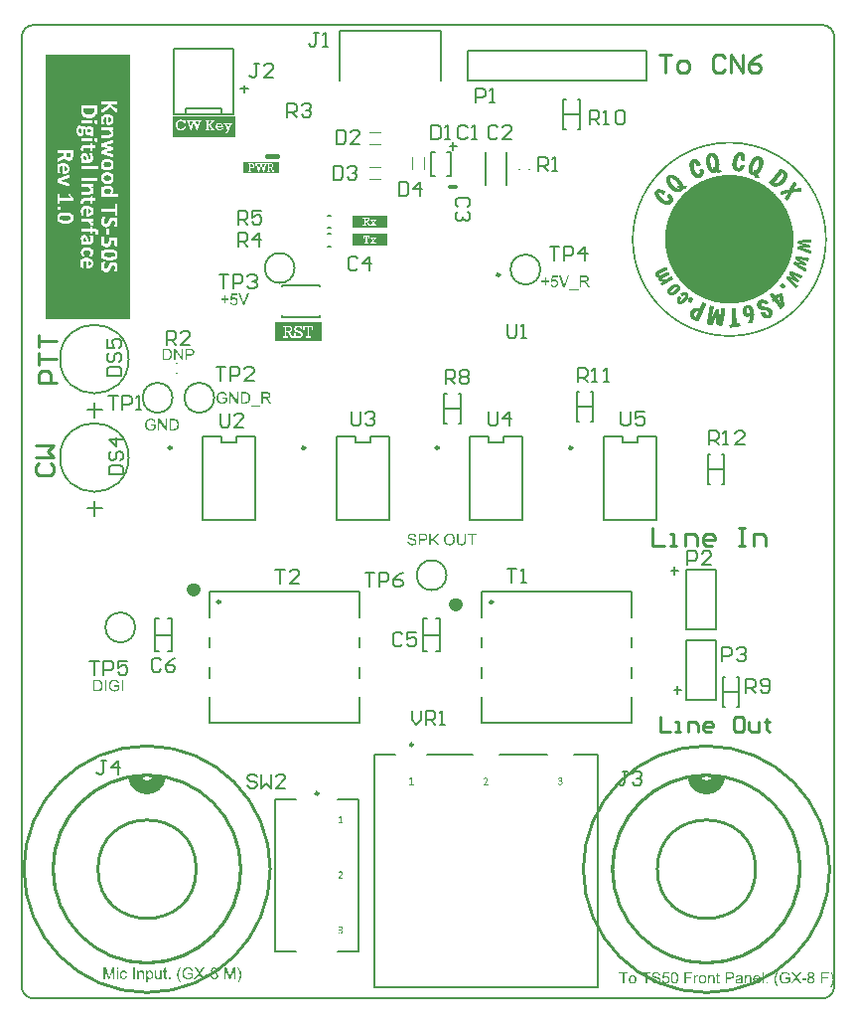
<source format=gto>
G04*
G04 #@! TF.GenerationSoftware,Altium Limited,Altium Designer,20.0.10 (225)*
G04*
G04 Layer_Color=65535*
%FSLAX44Y44*%
%MOMM*%
G71*
G01*
G75*
%ADD10C,0.2540*%
%ADD11C,0.2000*%
%ADD12C,0.2500*%
%ADD13C,0.1500*%
%ADD14C,0.0500*%
%ADD15C,0.1524*%
%ADD16C,0.4000*%
%ADD17C,1.0000*%
%ADD18C,0.3000*%
%ADD19C,0.1800*%
G36*
X990759Y3870381D02*
X992944D01*
Y3870282D01*
X994434D01*
Y3870183D01*
X995527D01*
Y3870083D01*
X996620D01*
Y3869984D01*
X997514D01*
Y3869885D01*
X998309D01*
Y3869785D01*
X999103D01*
Y3869686D01*
X999799D01*
Y3869587D01*
X1000494D01*
Y3869487D01*
X1001090D01*
Y3869388D01*
X1001686D01*
Y3869289D01*
X1002282D01*
Y3869189D01*
X1002878D01*
Y3869090D01*
X1003375D01*
Y3868990D01*
X1003872D01*
Y3868891D01*
X1004368D01*
Y3868792D01*
X1004865D01*
Y3868693D01*
X1005362D01*
Y3868593D01*
X1005759D01*
Y3868494D01*
X1006256D01*
Y3868394D01*
X1006752D01*
Y3868295D01*
X1007150D01*
Y3868196D01*
X1007547D01*
Y3868097D01*
X1007944D01*
Y3867997D01*
X1008342D01*
Y3867898D01*
X1008739D01*
Y3867798D01*
X1009137D01*
Y3867699D01*
X1009435D01*
Y3867600D01*
X1009832D01*
Y3867501D01*
X1010229D01*
Y3867401D01*
X1010527D01*
Y3867302D01*
X1010925D01*
Y3867202D01*
X1011223D01*
Y3867103D01*
X1011620D01*
Y3867004D01*
X1011918D01*
Y3866905D01*
X1012216D01*
Y3866805D01*
X1012613D01*
Y3866706D01*
X1012911D01*
Y3866606D01*
X1013209D01*
Y3866507D01*
X1013507D01*
Y3866408D01*
X1013805D01*
Y3866309D01*
X1014103D01*
Y3866209D01*
X1014401D01*
Y3866110D01*
X1014699D01*
Y3866010D01*
X1014997D01*
Y3865911D01*
X1015296D01*
Y3865812D01*
X1015594D01*
Y3865713D01*
X1015792D01*
Y3865613D01*
X1016090D01*
Y3865514D01*
X1016388D01*
Y3865414D01*
X1016686D01*
Y3865315D01*
X1016885D01*
Y3865216D01*
X1017183D01*
Y3865116D01*
X1017481D01*
Y3865017D01*
X1017680D01*
Y3864918D01*
X1017978D01*
Y3864818D01*
X1018276D01*
Y3864719D01*
X1018474D01*
Y3864620D01*
X1018772D01*
Y3864520D01*
X1018971D01*
Y3864421D01*
X1019170D01*
Y3864322D01*
X1019468D01*
Y3864222D01*
X1019667D01*
Y3864123D01*
X1019965D01*
Y3864024D01*
X1020163D01*
Y3863924D01*
X1020362D01*
Y3863825D01*
X1020660D01*
Y3863726D01*
X1020859D01*
Y3863626D01*
X1021057D01*
Y3863527D01*
X1021355D01*
Y3863428D01*
X1021554D01*
Y3863328D01*
X1021753D01*
Y3863229D01*
X1022051D01*
Y3863130D01*
X1022249D01*
Y3863030D01*
X1022448D01*
Y3862931D01*
X1022647D01*
Y3862832D01*
X1022845D01*
Y3862732D01*
X1023044D01*
Y3862633D01*
X1023243D01*
Y3862534D01*
X1023541D01*
Y3862434D01*
X1023739D01*
Y3862335D01*
X1023938D01*
Y3862236D01*
X1024137D01*
Y3862136D01*
X1024335D01*
Y3862037D01*
X1024534D01*
Y3861938D01*
X1024733D01*
Y3861838D01*
X1024931D01*
Y3861739D01*
X1025130D01*
Y3861640D01*
X1025329D01*
Y3861540D01*
X1025527D01*
Y3861441D01*
X1025726D01*
Y3861342D01*
X1025925D01*
Y3861242D01*
X1026124D01*
Y3861143D01*
X1026322D01*
Y3861043D01*
X1026422D01*
Y3860944D01*
X1026620D01*
Y3860845D01*
X1026819D01*
Y3860746D01*
X1027018D01*
Y3860646D01*
X1027216D01*
Y3860547D01*
X1027415D01*
Y3860447D01*
X1027614D01*
Y3860348D01*
X1027812D01*
Y3860249D01*
X1027912D01*
Y3860150D01*
X1028110D01*
Y3860050D01*
X1028309D01*
Y3859951D01*
X1028508D01*
Y3859851D01*
X1028607D01*
Y3859752D01*
X1028806D01*
Y3859653D01*
X1029004D01*
Y3859554D01*
X1029203D01*
Y3859454D01*
X1029402D01*
Y3859355D01*
X1029501D01*
Y3859255D01*
X1029700D01*
Y3859156D01*
X1029898D01*
Y3859057D01*
X1029998D01*
Y3858958D01*
X1030196D01*
Y3858858D01*
X1030395D01*
Y3858759D01*
X1030494D01*
Y3858659D01*
X1030693D01*
Y3858560D01*
X1030892D01*
Y3858461D01*
X1030991D01*
Y3858362D01*
X1031190D01*
Y3858262D01*
X1031388D01*
Y3858163D01*
X1031488D01*
Y3858063D01*
X1031686D01*
Y3857964D01*
X1031786D01*
Y3857865D01*
X1031984D01*
Y3857765D01*
X1032183D01*
Y3857666D01*
X1032282D01*
Y3857567D01*
X1032481D01*
Y3857467D01*
X1032580D01*
Y3857368D01*
X1032779D01*
Y3857269D01*
X1032879D01*
Y3857169D01*
X1033077D01*
Y3857070D01*
X1033276D01*
Y3856971D01*
X1033375D01*
Y3856871D01*
X1033574D01*
Y3856772D01*
X1033673D01*
Y3856673D01*
X1033872D01*
Y3856573D01*
X1033971D01*
Y3856474D01*
X1034170D01*
Y3856375D01*
X1034269D01*
Y3856275D01*
X1034468D01*
Y3856176D01*
X1034567D01*
Y3856077D01*
X1034667D01*
Y3855977D01*
X1034865D01*
Y3855878D01*
X1034965D01*
Y3855779D01*
X1035163D01*
Y3855679D01*
X1035263D01*
Y3855580D01*
X1035461D01*
Y3855481D01*
X1035561D01*
Y3855381D01*
X1035759D01*
Y3855282D01*
X1035859D01*
Y3855182D01*
X1035958D01*
Y3855083D01*
X1036157D01*
Y3854984D01*
X1036256D01*
Y3854885D01*
X1036455D01*
Y3854785D01*
X1036554D01*
Y3854686D01*
X1036653D01*
Y3854586D01*
X1036852D01*
Y3854487D01*
X1036951D01*
Y3854388D01*
X1037051D01*
Y3854289D01*
X1037250D01*
Y3854189D01*
X1037349D01*
Y3854090D01*
X1037548D01*
Y3853990D01*
X1037647D01*
Y3853891D01*
X1037746D01*
Y3853792D01*
X1037846D01*
Y3853692D01*
X1038044D01*
Y3853593D01*
X1038143D01*
Y3853494D01*
X1038243D01*
Y3853394D01*
X1038342D01*
Y3853295D01*
X1038541D01*
Y3853196D01*
X1038640D01*
Y3853096D01*
X1038740D01*
Y3852997D01*
X1038938D01*
Y3852898D01*
X1039038D01*
Y3852798D01*
X1039137D01*
Y3852699D01*
X1039236D01*
Y3852600D01*
X1039435D01*
Y3852500D01*
X1039534D01*
Y3852401D01*
X1039634D01*
Y3852302D01*
X1039733D01*
Y3852202D01*
X1039932D01*
Y3852103D01*
X1040031D01*
Y3852004D01*
X1040130D01*
Y3851904D01*
X1040329D01*
Y3851805D01*
X1040428D01*
Y3851706D01*
X1040528D01*
Y3851606D01*
X1040627D01*
Y3851507D01*
X1040826D01*
Y3851407D01*
X1040925D01*
Y3851308D01*
X1041024D01*
Y3851209D01*
X1041124D01*
Y3851110D01*
X1041223D01*
Y3851010D01*
X1041322D01*
Y3850911D01*
X1041422D01*
Y3850811D01*
X1041620D01*
Y3850712D01*
X1041720D01*
Y3850613D01*
X1041819D01*
Y3850514D01*
X1041918D01*
Y3850414D01*
X1042018D01*
Y3850315D01*
X1042117D01*
Y3850215D01*
X1042316D01*
Y3850116D01*
X1042415D01*
Y3850017D01*
X1042514D01*
Y3849918D01*
X1042614D01*
Y3849818D01*
X1042713D01*
Y3849719D01*
X1042812D01*
Y3849620D01*
X1042912D01*
Y3849520D01*
X1043111D01*
Y3849421D01*
X1043210D01*
Y3849322D01*
X1043309D01*
Y3849222D01*
X1043409D01*
Y3849123D01*
X1043508D01*
Y3849023D01*
X1043607D01*
Y3848924D01*
X1043806D01*
Y3848825D01*
X1043905D01*
Y3848726D01*
X1044005D01*
Y3848626D01*
X1044104D01*
Y3848527D01*
X1044203D01*
Y3848427D01*
X1044303D01*
Y3848328D01*
X1044402D01*
Y3848229D01*
X1044501D01*
Y3848130D01*
X1044601D01*
Y3848030D01*
X1044700D01*
Y3847931D01*
X1044799D01*
Y3847831D01*
X1044899D01*
Y3847732D01*
X1044998D01*
Y3847633D01*
X1045097D01*
Y3847533D01*
X1045197D01*
Y3847434D01*
X1045296D01*
Y3847335D01*
X1045395D01*
Y3847235D01*
X1045495D01*
Y3847136D01*
X1045594D01*
Y3847037D01*
X1045693D01*
Y3846937D01*
X1045892D01*
Y3846838D01*
X1045991D01*
Y3846739D01*
X1046091D01*
Y3846639D01*
X1046190D01*
Y3846540D01*
X1046289D01*
Y3846441D01*
X1046389D01*
Y3846341D01*
X1046488D01*
Y3846242D01*
X1046587D01*
Y3846143D01*
X1046687D01*
Y3846043D01*
X1046786D01*
Y3845944D01*
X1046885D01*
Y3845845D01*
X1046985D01*
Y3845745D01*
X1047084D01*
Y3845646D01*
X1047183D01*
Y3845547D01*
X1047283D01*
Y3845447D01*
Y3845348D01*
X1047382D01*
Y3845249D01*
X1047481D01*
Y3845149D01*
X1047581D01*
Y3845050D01*
X1047680D01*
Y3844951D01*
X1047779D01*
Y3844851D01*
X1047879D01*
Y3844752D01*
X1047978D01*
Y3844653D01*
X1048077D01*
Y3844553D01*
X1048177D01*
Y3844454D01*
X1048276D01*
Y3844355D01*
X1048375D01*
Y3844255D01*
X1048475D01*
Y3844156D01*
X1048574D01*
Y3844057D01*
X1048673D01*
Y3843957D01*
X1048773D01*
Y3843858D01*
X1048872D01*
Y3843759D01*
X1048971D01*
Y3843659D01*
X1049071D01*
Y3843560D01*
X1049170D01*
Y3843460D01*
X1049269D01*
Y3843361D01*
X1049369D01*
Y3843262D01*
Y3843163D01*
X1049468D01*
Y3843063D01*
X1049567D01*
Y3842964D01*
X1049667D01*
Y3842864D01*
X1049766D01*
Y3842765D01*
X1049865D01*
Y3842666D01*
X1049965D01*
Y3842567D01*
Y3842467D01*
X1050064D01*
Y3842368D01*
X1050163D01*
Y3842268D01*
X1050263D01*
Y3842169D01*
X1050362D01*
Y3842070D01*
X1050462D01*
Y3841971D01*
X1050561D01*
Y3841871D01*
X1050660D01*
Y3841772D01*
Y3841672D01*
X1050760D01*
Y3841573D01*
X1050859D01*
Y3841474D01*
X1050958D01*
Y3841375D01*
X1051058D01*
Y3841275D01*
X1051157D01*
Y3841176D01*
X1051256D01*
Y3841076D01*
Y3840977D01*
X1051356D01*
Y3840878D01*
X1051455D01*
Y3840779D01*
X1051554D01*
Y3840679D01*
X1051654D01*
Y3840580D01*
X1051753D01*
Y3840480D01*
X1051852D01*
Y3840381D01*
X1051952D01*
Y3840282D01*
Y3840182D01*
X1052051D01*
Y3840083D01*
X1052150D01*
Y3839984D01*
X1052250D01*
Y3839884D01*
Y3839785D01*
X1052349D01*
Y3839686D01*
X1052448D01*
Y3839586D01*
X1052548D01*
Y3839487D01*
X1052647D01*
Y3839388D01*
Y3839288D01*
X1052746D01*
Y3839189D01*
X1052846D01*
Y3839090D01*
X1052945D01*
Y3838990D01*
X1053044D01*
Y3838891D01*
Y3838792D01*
X1053144D01*
Y3838692D01*
X1053243D01*
Y3838593D01*
X1053342D01*
Y3838494D01*
Y3838394D01*
X1053442D01*
Y3838295D01*
X1053541D01*
Y3838195D01*
X1053640D01*
Y3838096D01*
X1053740D01*
Y3837997D01*
Y3837898D01*
X1053839D01*
Y3837798D01*
X1053938D01*
Y3837699D01*
X1054038D01*
Y3837599D01*
X1054137D01*
Y3837500D01*
Y3837401D01*
X1054236D01*
Y3837302D01*
X1054336D01*
Y3837202D01*
X1054435D01*
Y3837103D01*
Y3837003D01*
X1054534D01*
Y3836904D01*
X1054634D01*
Y3836805D01*
X1054733D01*
Y3836706D01*
Y3836606D01*
X1054833D01*
Y3836507D01*
X1054932D01*
Y3836407D01*
X1055031D01*
Y3836308D01*
Y3836209D01*
X1055130D01*
Y3836109D01*
X1055230D01*
Y3836010D01*
Y3835911D01*
X1055329D01*
Y3835811D01*
X1055428D01*
Y3835712D01*
X1055528D01*
Y3835613D01*
Y3835513D01*
X1055627D01*
Y3835414D01*
X1055726D01*
Y3835315D01*
Y3835215D01*
X1055826D01*
Y3835116D01*
X1055925D01*
Y3835017D01*
X1056024D01*
Y3834917D01*
Y3834818D01*
X1056124D01*
Y3834719D01*
X1056223D01*
Y3834619D01*
Y3834520D01*
X1056323D01*
Y3834421D01*
X1056422D01*
Y3834321D01*
Y3834222D01*
X1056521D01*
Y3834123D01*
X1056621D01*
Y3834023D01*
Y3833924D01*
X1056720D01*
Y3833824D01*
X1056819D01*
Y3833725D01*
Y3833626D01*
X1056919D01*
Y3833527D01*
X1057018D01*
Y3833427D01*
Y3833328D01*
X1057117D01*
Y3833228D01*
X1057217D01*
Y3833129D01*
Y3833030D01*
X1057316D01*
Y3832931D01*
X1057415D01*
Y3832831D01*
Y3832732D01*
X1057515D01*
Y3832633D01*
X1057614D01*
Y3832533D01*
Y3832434D01*
X1057713D01*
Y3832335D01*
X1057813D01*
Y3832235D01*
Y3832136D01*
X1057912D01*
Y3832037D01*
X1058011D01*
Y3831937D01*
Y3831838D01*
X1058111D01*
Y3831739D01*
Y3831639D01*
X1058210D01*
Y3831540D01*
X1058309D01*
Y3831440D01*
Y3831341D01*
X1058409D01*
Y3831242D01*
X1058508D01*
Y3831143D01*
Y3831043D01*
X1058607D01*
Y3830944D01*
Y3830844D01*
X1058707D01*
Y3830745D01*
X1058806D01*
Y3830646D01*
Y3830547D01*
X1058905D01*
Y3830447D01*
X1059005D01*
Y3830348D01*
Y3830248D01*
X1059104D01*
Y3830149D01*
Y3830050D01*
X1059203D01*
Y3829950D01*
Y3829851D01*
X1059303D01*
Y3829752D01*
X1059402D01*
Y3829652D01*
Y3829553D01*
X1059501D01*
Y3829454D01*
Y3829354D01*
X1059601D01*
Y3829255D01*
X1059700D01*
Y3829156D01*
Y3829056D01*
X1059799D01*
Y3828957D01*
Y3828858D01*
X1059899D01*
Y3828759D01*
X1059998D01*
Y3828659D01*
Y3828560D01*
X1060097D01*
Y3828460D01*
Y3828361D01*
X1060197D01*
Y3828262D01*
Y3828162D01*
X1060296D01*
Y3828063D01*
Y3827964D01*
X1060395D01*
Y3827864D01*
X1060495D01*
Y3827765D01*
Y3827666D01*
X1060594D01*
Y3827566D01*
Y3827467D01*
X1060694D01*
Y3827368D01*
Y3827268D01*
X1060793D01*
Y3827169D01*
Y3827070D01*
X1060892D01*
Y3826970D01*
X1060992D01*
Y3826871D01*
Y3826772D01*
X1061091D01*
Y3826672D01*
Y3826573D01*
X1061190D01*
Y3826474D01*
Y3826374D01*
X1061290D01*
Y3826275D01*
Y3826176D01*
X1061389D01*
Y3826076D01*
Y3825977D01*
X1061488D01*
Y3825877D01*
Y3825778D01*
X1061588D01*
Y3825679D01*
Y3825580D01*
X1061687D01*
Y3825480D01*
Y3825381D01*
X1061786D01*
Y3825281D01*
X1061886D01*
Y3825182D01*
Y3825083D01*
X1061985D01*
Y3824984D01*
Y3824884D01*
X1062084D01*
Y3824785D01*
Y3824685D01*
Y3824586D01*
X1062184D01*
Y3824487D01*
Y3824388D01*
X1062283D01*
Y3824288D01*
Y3824189D01*
X1062382D01*
Y3824089D01*
Y3823990D01*
X1062482D01*
Y3823891D01*
Y3823792D01*
X1062581D01*
Y3823692D01*
Y3823593D01*
X1062680D01*
Y3823493D01*
Y3823394D01*
X1062780D01*
Y3823295D01*
Y3823195D01*
X1062879D01*
Y3823096D01*
Y3822997D01*
X1062978D01*
Y3822897D01*
Y3822798D01*
X1063078D01*
Y3822699D01*
Y3822599D01*
X1063177D01*
Y3822500D01*
Y3822401D01*
X1063276D01*
Y3822301D01*
Y3822202D01*
X1063376D01*
Y3822103D01*
Y3822003D01*
Y3821904D01*
X1063475D01*
Y3821805D01*
Y3821705D01*
X1063574D01*
Y3821606D01*
Y3821507D01*
X1063674D01*
Y3821407D01*
Y3821308D01*
X1063773D01*
Y3821208D01*
Y3821109D01*
Y3821010D01*
X1063872D01*
Y3820911D01*
Y3820811D01*
X1063972D01*
Y3820712D01*
Y3820612D01*
X1064071D01*
Y3820513D01*
Y3820414D01*
X1064170D01*
Y3820315D01*
Y3820215D01*
Y3820116D01*
X1064270D01*
Y3820016D01*
Y3819917D01*
X1064369D01*
Y3819818D01*
Y3819719D01*
X1064468D01*
Y3819619D01*
Y3819520D01*
Y3819420D01*
X1064568D01*
Y3819321D01*
Y3819222D01*
X1064667D01*
Y3819123D01*
Y3819023D01*
Y3818924D01*
X1064766D01*
Y3818824D01*
Y3818725D01*
X1064866D01*
Y3818626D01*
Y3818526D01*
Y3818427D01*
X1064965D01*
Y3818328D01*
Y3818228D01*
X1065064D01*
Y3818129D01*
Y3818030D01*
X1065164D01*
Y3817930D01*
Y3817831D01*
Y3817732D01*
X1065263D01*
Y3817632D01*
Y3817533D01*
Y3817434D01*
X1065362D01*
Y3817334D01*
Y3817235D01*
X1065462D01*
Y3817136D01*
Y3817036D01*
Y3816937D01*
X1065561D01*
Y3816838D01*
Y3816738D01*
Y3816639D01*
X1065660D01*
Y3816540D01*
Y3816440D01*
X1065760D01*
Y3816341D01*
Y3816241D01*
Y3816142D01*
X1065859D01*
Y3816043D01*
Y3815944D01*
Y3815844D01*
X1065958D01*
Y3815745D01*
Y3815646D01*
X1066058D01*
Y3815546D01*
Y3815447D01*
Y3815348D01*
X1066157D01*
Y3815248D01*
Y3815149D01*
Y3815050D01*
X1066256D01*
Y3814950D01*
Y3814851D01*
Y3814752D01*
X1066356D01*
Y3814652D01*
Y3814553D01*
Y3814454D01*
X1066455D01*
Y3814354D01*
Y3814255D01*
Y3814156D01*
X1066554D01*
Y3814056D01*
Y3813957D01*
Y3813857D01*
X1066654D01*
Y3813758D01*
Y3813659D01*
Y3813560D01*
X1066753D01*
Y3813460D01*
Y3813361D01*
Y3813261D01*
X1066852D01*
Y3813162D01*
Y3813063D01*
Y3812964D01*
X1066952D01*
Y3812864D01*
Y3812765D01*
Y3812665D01*
X1067051D01*
Y3812566D01*
Y3812467D01*
Y3812367D01*
X1067150D01*
Y3812268D01*
Y3812169D01*
Y3812069D01*
X1067250D01*
Y3811970D01*
Y3811871D01*
Y3811772D01*
Y3811672D01*
X1067349D01*
Y3811573D01*
Y3811473D01*
Y3811374D01*
X1067449D01*
Y3811275D01*
Y3811176D01*
Y3811076D01*
X1067548D01*
Y3810977D01*
Y3810877D01*
Y3810778D01*
Y3810679D01*
X1067647D01*
Y3810579D01*
Y3810480D01*
Y3810381D01*
X1067747D01*
Y3810281D01*
Y3810182D01*
Y3810083D01*
Y3809983D01*
X1067846D01*
Y3809884D01*
Y3809785D01*
Y3809685D01*
X1067945D01*
Y3809586D01*
Y3809487D01*
Y3809387D01*
Y3809288D01*
X1068045D01*
Y3809189D01*
Y3809089D01*
Y3808990D01*
Y3808891D01*
X1068144D01*
Y3808791D01*
Y3808692D01*
Y3808593D01*
X1068243D01*
Y3808493D01*
Y3808394D01*
Y3808294D01*
Y3808195D01*
X1068343D01*
Y3808096D01*
Y3807997D01*
Y3807897D01*
Y3807798D01*
X1068442D01*
Y3807698D01*
Y3807599D01*
Y3807500D01*
Y3807401D01*
X1068541D01*
Y3807301D01*
Y3807202D01*
Y3807102D01*
Y3807003D01*
X1068641D01*
Y3806904D01*
Y3806805D01*
Y3806705D01*
Y3806606D01*
X1068740D01*
Y3806506D01*
Y3806407D01*
Y3806308D01*
Y3806208D01*
Y3806109D01*
X1068839D01*
Y3806010D01*
Y3805910D01*
Y3805811D01*
Y3805712D01*
X1068939D01*
Y3805612D01*
Y3805513D01*
Y3805414D01*
Y3805314D01*
Y3805215D01*
X1069038D01*
Y3805116D01*
Y3805016D01*
Y3804917D01*
Y3804818D01*
X1069137D01*
Y3804718D01*
Y3804619D01*
Y3804520D01*
Y3804420D01*
Y3804321D01*
X1069237D01*
Y3804222D01*
Y3804122D01*
Y3804023D01*
Y3803924D01*
Y3803824D01*
X1069336D01*
Y3803725D01*
Y3803625D01*
Y3803526D01*
Y3803427D01*
Y3803328D01*
X1069435D01*
Y3803228D01*
Y3803129D01*
Y3803029D01*
Y3802930D01*
Y3802831D01*
Y3802732D01*
X1069535D01*
Y3802632D01*
Y3802533D01*
Y3802433D01*
Y3802334D01*
Y3802235D01*
X1069634D01*
Y3802136D01*
Y3802036D01*
Y3801937D01*
Y3801837D01*
Y3801738D01*
Y3801639D01*
X1069733D01*
Y3801540D01*
Y3801440D01*
Y3801341D01*
Y3801241D01*
Y3801142D01*
Y3801043D01*
X1069833D01*
Y3800944D01*
Y3800844D01*
Y3800745D01*
Y3800645D01*
Y3800546D01*
Y3800447D01*
X1069932D01*
Y3800347D01*
Y3800248D01*
Y3800149D01*
Y3800049D01*
Y3799950D01*
Y3799851D01*
X1070031D01*
Y3799751D01*
Y3799652D01*
Y3799553D01*
Y3799453D01*
Y3799354D01*
Y3799255D01*
Y3799155D01*
X1070131D01*
Y3799056D01*
Y3798957D01*
Y3798857D01*
Y3798758D01*
Y3798659D01*
Y3798559D01*
Y3798460D01*
Y3798361D01*
X1070230D01*
Y3798261D01*
Y3798162D01*
Y3798063D01*
Y3797963D01*
Y3797864D01*
Y3797765D01*
Y3797665D01*
Y3797566D01*
X1070329D01*
Y3797467D01*
Y3797367D01*
Y3797268D01*
Y3797169D01*
Y3797069D01*
Y3796970D01*
Y3796871D01*
Y3796771D01*
X1070429D01*
Y3796672D01*
Y3796573D01*
Y3796473D01*
Y3796374D01*
Y3796274D01*
Y3796175D01*
Y3796076D01*
Y3795977D01*
Y3795877D01*
X1070528D01*
Y3795778D01*
Y3795678D01*
Y3795579D01*
Y3795480D01*
Y3795381D01*
Y3795281D01*
Y3795182D01*
Y3795082D01*
Y3794983D01*
Y3794884D01*
Y3794785D01*
Y3794685D01*
X1070627D01*
Y3794586D01*
Y3794486D01*
Y3794387D01*
Y3794288D01*
Y3794189D01*
Y3794089D01*
Y3793990D01*
Y3793890D01*
Y3793791D01*
Y3793692D01*
Y3793593D01*
Y3793493D01*
X1070727D01*
Y3793394D01*
Y3793294D01*
Y3793195D01*
Y3793096D01*
Y3792997D01*
Y3792897D01*
Y3792798D01*
Y3792698D01*
Y3792599D01*
Y3792500D01*
Y3792400D01*
Y3792301D01*
Y3792202D01*
Y3792102D01*
Y3792003D01*
Y3791904D01*
X1070826D01*
Y3791804D01*
Y3791705D01*
Y3791606D01*
Y3791506D01*
Y3791407D01*
Y3791308D01*
Y3791208D01*
Y3791109D01*
Y3791010D01*
Y3790910D01*
Y3790811D01*
Y3790711D01*
Y3790612D01*
Y3790513D01*
Y3790414D01*
Y3790314D01*
Y3790215D01*
Y3790115D01*
Y3790016D01*
Y3789917D01*
Y3789818D01*
Y3789718D01*
Y3789619D01*
Y3789519D01*
Y3789420D01*
Y3789321D01*
Y3789221D01*
Y3789122D01*
Y3789023D01*
X1070925D01*
Y3788924D01*
Y3788824D01*
Y3788725D01*
Y3788625D01*
Y3788526D01*
Y3788427D01*
Y3788327D01*
Y3788228D01*
Y3788129D01*
Y3788029D01*
Y3787930D01*
Y3787831D01*
Y3787731D01*
Y3787632D01*
Y3787533D01*
Y3787433D01*
Y3787334D01*
Y3787235D01*
Y3787135D01*
Y3787036D01*
Y3786937D01*
Y3786837D01*
Y3786738D01*
Y3786639D01*
Y3786539D01*
Y3786440D01*
Y3786341D01*
Y3786241D01*
Y3786142D01*
Y3786042D01*
Y3785943D01*
X1070826D01*
Y3785844D01*
Y3785745D01*
Y3785645D01*
Y3785546D01*
Y3785446D01*
Y3785347D01*
Y3785248D01*
Y3785149D01*
Y3785049D01*
Y3784950D01*
Y3784850D01*
Y3784751D01*
Y3784652D01*
Y3784553D01*
Y3784453D01*
Y3784354D01*
Y3784254D01*
Y3784155D01*
Y3784056D01*
Y3783957D01*
Y3783857D01*
Y3783758D01*
Y3783658D01*
Y3783559D01*
Y3783460D01*
Y3783361D01*
Y3783261D01*
Y3783162D01*
Y3783062D01*
X1070727D01*
Y3782963D01*
Y3782864D01*
Y3782764D01*
Y3782665D01*
Y3782566D01*
Y3782466D01*
Y3782367D01*
Y3782268D01*
Y3782168D01*
Y3782069D01*
Y3781970D01*
Y3781870D01*
Y3781771D01*
Y3781672D01*
Y3781572D01*
Y3781473D01*
X1070627D01*
Y3781374D01*
Y3781274D01*
Y3781175D01*
Y3781076D01*
Y3780976D01*
Y3780877D01*
Y3780778D01*
Y3780678D01*
Y3780579D01*
Y3780480D01*
Y3780380D01*
Y3780281D01*
X1070528D01*
Y3780182D01*
Y3780082D01*
Y3779983D01*
Y3779884D01*
Y3779784D01*
Y3779685D01*
Y3779586D01*
Y3779486D01*
Y3779387D01*
Y3779288D01*
Y3779188D01*
X1070429D01*
Y3779089D01*
Y3778990D01*
Y3778890D01*
Y3778791D01*
Y3778691D01*
Y3778592D01*
Y3778493D01*
Y3778394D01*
Y3778294D01*
Y3778195D01*
X1070329D01*
Y3778095D01*
Y3777996D01*
Y3777897D01*
Y3777798D01*
Y3777698D01*
Y3777599D01*
Y3777499D01*
Y3777400D01*
X1070230D01*
Y3777301D01*
Y3777202D01*
Y3777102D01*
Y3777003D01*
Y3776903D01*
Y3776804D01*
Y3776705D01*
Y3776606D01*
X1070131D01*
Y3776506D01*
Y3776407D01*
Y3776307D01*
Y3776208D01*
Y3776109D01*
Y3776010D01*
Y3775910D01*
X1070031D01*
Y3775811D01*
Y3775711D01*
Y3775612D01*
Y3775513D01*
Y3775414D01*
Y3775314D01*
Y3775215D01*
Y3775115D01*
X1069932D01*
Y3775016D01*
Y3774917D01*
Y3774817D01*
Y3774718D01*
Y3774619D01*
Y3774519D01*
X1069833D01*
Y3774420D01*
Y3774321D01*
Y3774221D01*
Y3774122D01*
Y3774023D01*
Y3773923D01*
X1069733D01*
Y3773824D01*
Y3773725D01*
Y3773625D01*
Y3773526D01*
Y3773427D01*
Y3773327D01*
X1069634D01*
Y3773228D01*
Y3773129D01*
Y3773029D01*
Y3772930D01*
Y3772831D01*
Y3772731D01*
X1069535D01*
Y3772632D01*
Y3772532D01*
Y3772433D01*
Y3772334D01*
Y3772234D01*
X1069435D01*
Y3772135D01*
Y3772036D01*
Y3771937D01*
Y3771837D01*
Y3771738D01*
X1069336D01*
Y3771638D01*
Y3771539D01*
Y3771440D01*
Y3771341D01*
Y3771241D01*
Y3771142D01*
X1069237D01*
Y3771042D01*
Y3770943D01*
Y3770844D01*
Y3770744D01*
Y3770645D01*
X1069137D01*
Y3770546D01*
Y3770446D01*
Y3770347D01*
Y3770248D01*
X1069038D01*
Y3770148D01*
Y3770049D01*
Y3769950D01*
Y3769850D01*
Y3769751D01*
X1068939D01*
Y3769652D01*
Y3769552D01*
Y3769453D01*
Y3769354D01*
Y3769254D01*
X1068839D01*
Y3769155D01*
Y3769056D01*
Y3768956D01*
Y3768857D01*
X1068740D01*
Y3768758D01*
Y3768658D01*
Y3768559D01*
Y3768459D01*
X1068641D01*
Y3768360D01*
Y3768261D01*
Y3768162D01*
Y3768062D01*
X1068541D01*
Y3767963D01*
Y3767863D01*
Y3767764D01*
Y3767665D01*
Y3767566D01*
X1068442D01*
Y3767466D01*
Y3767367D01*
Y3767267D01*
Y3767168D01*
X1068343D01*
Y3767069D01*
Y3766970D01*
Y3766870D01*
Y3766771D01*
X1068243D01*
Y3766671D01*
Y3766572D01*
Y3766473D01*
X1068144D01*
Y3766374D01*
Y3766274D01*
Y3766175D01*
Y3766075D01*
X1068045D01*
Y3765976D01*
Y3765877D01*
Y3765778D01*
Y3765678D01*
X1067945D01*
Y3765579D01*
Y3765479D01*
Y3765380D01*
Y3765281D01*
X1067846D01*
Y3765181D01*
Y3765082D01*
Y3764983D01*
X1067747D01*
Y3764883D01*
Y3764784D01*
Y3764685D01*
Y3764585D01*
X1067647D01*
Y3764486D01*
Y3764387D01*
Y3764287D01*
X1067548D01*
Y3764188D01*
Y3764089D01*
Y3763989D01*
Y3763890D01*
X1067449D01*
Y3763791D01*
Y3763691D01*
Y3763592D01*
X1067349D01*
Y3763493D01*
Y3763393D01*
Y3763294D01*
X1067250D01*
Y3763195D01*
Y3763095D01*
Y3762996D01*
Y3762897D01*
X1067150D01*
Y3762797D01*
Y3762698D01*
Y3762599D01*
X1067051D01*
Y3762499D01*
Y3762400D01*
Y3762301D01*
X1066952D01*
Y3762201D01*
Y3762102D01*
Y3762003D01*
X1066852D01*
Y3761903D01*
Y3761804D01*
Y3761705D01*
X1066753D01*
Y3761605D01*
Y3761506D01*
Y3761407D01*
X1066654D01*
Y3761307D01*
Y3761208D01*
Y3761108D01*
X1066554D01*
Y3761009D01*
Y3760910D01*
Y3760811D01*
X1066455D01*
Y3760711D01*
Y3760612D01*
Y3760512D01*
X1066356D01*
Y3760413D01*
Y3760314D01*
Y3760215D01*
X1066256D01*
Y3760115D01*
Y3760016D01*
Y3759916D01*
X1066157D01*
Y3759817D01*
Y3759718D01*
Y3759619D01*
X1066058D01*
Y3759519D01*
Y3759420D01*
X1065958D01*
Y3759320D01*
Y3759221D01*
Y3759122D01*
X1065859D01*
Y3759023D01*
Y3758923D01*
Y3758824D01*
X1065760D01*
Y3758724D01*
Y3758625D01*
Y3758526D01*
X1065660D01*
Y3758427D01*
Y3758327D01*
X1065561D01*
Y3758228D01*
Y3758128D01*
Y3758029D01*
X1065462D01*
Y3757930D01*
Y3757831D01*
X1065362D01*
Y3757731D01*
Y3757632D01*
Y3757532D01*
X1065263D01*
Y3757433D01*
Y3757334D01*
Y3757234D01*
X1065164D01*
Y3757135D01*
Y3757036D01*
X1065064D01*
Y3756936D01*
Y3756837D01*
Y3756738D01*
X1064965D01*
Y3756638D01*
Y3756539D01*
X1064866D01*
Y3756440D01*
Y3756340D01*
Y3756241D01*
X1064766D01*
Y3756142D01*
Y3756042D01*
X1064667D01*
Y3755943D01*
Y3755844D01*
Y3755744D01*
X1064568D01*
Y3755645D01*
Y3755546D01*
X1064468D01*
Y3755446D01*
Y3755347D01*
X1064369D01*
Y3755247D01*
Y3755148D01*
Y3755049D01*
X1064270D01*
Y3754950D01*
Y3754850D01*
X1064170D01*
Y3754751D01*
Y3754651D01*
X1064071D01*
Y3754552D01*
Y3754453D01*
Y3754354D01*
X1063972D01*
Y3754254D01*
Y3754155D01*
X1063872D01*
Y3754055D01*
Y3753956D01*
X1063773D01*
Y3753857D01*
Y3753758D01*
Y3753658D01*
X1063674D01*
Y3753559D01*
Y3753459D01*
X1063574D01*
Y3753360D01*
Y3753261D01*
X1063475D01*
Y3753161D01*
Y3753062D01*
X1063376D01*
Y3752963D01*
Y3752863D01*
X1063276D01*
Y3752764D01*
Y3752665D01*
X1063177D01*
Y3752565D01*
Y3752466D01*
Y3752367D01*
X1063078D01*
Y3752267D01*
Y3752168D01*
X1062978D01*
Y3752069D01*
Y3751969D01*
X1062879D01*
Y3751870D01*
Y3751771D01*
X1062780D01*
Y3751671D01*
Y3751572D01*
X1062680D01*
Y3751473D01*
Y3751373D01*
X1062581D01*
Y3751274D01*
Y3751175D01*
X1062482D01*
Y3751075D01*
Y3750976D01*
X1062382D01*
Y3750876D01*
Y3750777D01*
X1062283D01*
Y3750678D01*
Y3750579D01*
X1062184D01*
Y3750479D01*
Y3750380D01*
X1062084D01*
Y3750280D01*
Y3750181D01*
X1061985D01*
Y3750082D01*
Y3749983D01*
X1061886D01*
Y3749883D01*
Y3749784D01*
X1061786D01*
Y3749684D01*
Y3749585D01*
X1061687D01*
Y3749486D01*
Y3749387D01*
X1061588D01*
Y3749287D01*
Y3749188D01*
X1061488D01*
Y3749088D01*
Y3748989D01*
X1061389D01*
Y3748890D01*
Y3748791D01*
X1061290D01*
Y3748691D01*
Y3748592D01*
X1061190D01*
Y3748492D01*
Y3748393D01*
X1061091D01*
Y3748294D01*
Y3748195D01*
X1060992D01*
Y3748095D01*
X1060892D01*
Y3747996D01*
Y3747896D01*
X1060793D01*
Y3747797D01*
Y3747698D01*
X1060694D01*
Y3747598D01*
Y3747499D01*
X1060594D01*
Y3747400D01*
Y3747300D01*
X1060495D01*
Y3747201D01*
X1060395D01*
Y3747102D01*
Y3747002D01*
X1060296D01*
Y3746903D01*
Y3746804D01*
X1060197D01*
Y3746704D01*
Y3746605D01*
X1060097D01*
Y3746506D01*
Y3746406D01*
X1059998D01*
Y3746307D01*
X1059899D01*
Y3746208D01*
Y3746108D01*
X1059799D01*
Y3746009D01*
Y3745910D01*
X1059700D01*
Y3745810D01*
X1059601D01*
Y3745711D01*
Y3745612D01*
X1059501D01*
Y3745512D01*
Y3745413D01*
X1059402D01*
Y3745314D01*
Y3745214D01*
X1059303D01*
Y3745115D01*
X1059203D01*
Y3745016D01*
Y3744916D01*
X1059104D01*
Y3744817D01*
Y3744718D01*
X1059005D01*
Y3744618D01*
X1058905D01*
Y3744519D01*
Y3744420D01*
X1058806D01*
Y3744320D01*
Y3744221D01*
X1058707D01*
Y3744122D01*
X1058607D01*
Y3744022D01*
Y3743923D01*
X1058508D01*
Y3743824D01*
X1058409D01*
Y3743724D01*
Y3743625D01*
X1058309D01*
Y3743526D01*
Y3743426D01*
X1058210D01*
Y3743327D01*
X1058111D01*
Y3743228D01*
Y3743128D01*
X1058011D01*
Y3743029D01*
X1057912D01*
Y3742929D01*
Y3742830D01*
X1057813D01*
Y3742731D01*
Y3742632D01*
X1057713D01*
Y3742532D01*
X1057614D01*
Y3742433D01*
Y3742333D01*
X1057515D01*
Y3742234D01*
X1057415D01*
Y3742135D01*
Y3742036D01*
X1057316D01*
Y3741936D01*
X1057217D01*
Y3741837D01*
Y3741737D01*
X1057117D01*
Y3741638D01*
X1057018D01*
Y3741539D01*
Y3741440D01*
X1056919D01*
Y3741340D01*
X1056819D01*
Y3741241D01*
Y3741141D01*
X1056720D01*
Y3741042D01*
X1056621D01*
Y3740943D01*
Y3740844D01*
X1056521D01*
Y3740744D01*
X1056422D01*
Y3740645D01*
Y3740545D01*
X1056323D01*
Y3740446D01*
X1056223D01*
Y3740347D01*
X1056124D01*
Y3740247D01*
Y3740148D01*
X1056024D01*
Y3740049D01*
X1055925D01*
Y3739949D01*
Y3739850D01*
X1055826D01*
Y3739751D01*
X1055726D01*
Y3739651D01*
Y3739552D01*
X1055627D01*
Y3739453D01*
X1055528D01*
Y3739353D01*
X1055428D01*
Y3739254D01*
Y3739155D01*
X1055329D01*
Y3739055D01*
X1055230D01*
Y3738956D01*
Y3738857D01*
X1055130D01*
Y3738757D01*
X1055031D01*
Y3738658D01*
X1054932D01*
Y3738559D01*
Y3738459D01*
X1054833D01*
Y3738360D01*
X1054733D01*
Y3738260D01*
X1054634D01*
Y3738161D01*
Y3738062D01*
X1054534D01*
Y3737963D01*
X1054435D01*
Y3737863D01*
Y3737764D01*
X1054336D01*
Y3737664D01*
X1054236D01*
Y3737565D01*
X1054137D01*
Y3737466D01*
X1054038D01*
Y3737367D01*
Y3737267D01*
X1053938D01*
Y3737168D01*
X1053839D01*
Y3737068D01*
X1053740D01*
Y3736969D01*
X1053640D01*
Y3736870D01*
Y3736771D01*
X1053541D01*
Y3736671D01*
X1053442D01*
Y3736572D01*
X1053342D01*
Y3736472D01*
Y3736373D01*
X1053243D01*
Y3736274D01*
X1053144D01*
Y3736175D01*
X1053044D01*
Y3736075D01*
X1052945D01*
Y3735976D01*
Y3735876D01*
X1052846D01*
Y3735777D01*
X1052746D01*
Y3735678D01*
X1052647D01*
Y3735578D01*
X1052548D01*
Y3735479D01*
Y3735380D01*
X1052448D01*
Y3735280D01*
X1052349D01*
Y3735181D01*
X1052250D01*
Y3735082D01*
Y3734982D01*
X1052150D01*
Y3734883D01*
X1052051D01*
Y3734784D01*
X1051952D01*
Y3734684D01*
X1051852D01*
Y3734585D01*
X1051753D01*
Y3734486D01*
Y3734386D01*
X1051654D01*
Y3734287D01*
X1051554D01*
Y3734188D01*
X1051455D01*
Y3734088D01*
X1051356D01*
Y3733989D01*
X1051256D01*
Y3733890D01*
X1051157D01*
Y3733790D01*
Y3733691D01*
X1051058D01*
Y3733592D01*
X1050958D01*
Y3733492D01*
X1050859D01*
Y3733393D01*
X1050760D01*
Y3733294D01*
X1050660D01*
Y3733194D01*
X1050561D01*
Y3733095D01*
X1050462D01*
Y3732996D01*
Y3732896D01*
X1050362D01*
Y3732797D01*
X1050263D01*
Y3732697D01*
X1050163D01*
Y3732598D01*
X1050064D01*
Y3732499D01*
X1049965D01*
Y3732400D01*
X1049865D01*
Y3732300D01*
Y3732201D01*
X1049766D01*
Y3732102D01*
X1049667D01*
Y3732002D01*
X1049567D01*
Y3731903D01*
X1049468D01*
Y3731804D01*
X1049369D01*
Y3731704D01*
X1049269D01*
Y3731605D01*
X1049170D01*
Y3731505D01*
X1049071D01*
Y3731406D01*
X1048971D01*
Y3731307D01*
Y3731208D01*
X1048872D01*
Y3731108D01*
X1048773D01*
Y3731009D01*
X1048673D01*
Y3730909D01*
X1048574D01*
Y3730810D01*
X1048475D01*
Y3730711D01*
X1048375D01*
Y3730612D01*
X1048276D01*
Y3730512D01*
X1048177D01*
Y3730413D01*
X1048077D01*
Y3730313D01*
X1047978D01*
Y3730214D01*
X1047879D01*
Y3730115D01*
X1047779D01*
Y3730016D01*
X1047680D01*
Y3729916D01*
X1047581D01*
Y3729817D01*
X1047481D01*
Y3729717D01*
X1047382D01*
Y3729618D01*
X1047283D01*
Y3729519D01*
X1047183D01*
Y3729419D01*
X1047084D01*
Y3729320D01*
X1046985D01*
Y3729221D01*
X1046885D01*
Y3729121D01*
Y3729022D01*
X1046786D01*
Y3728923D01*
X1046687D01*
Y3728824D01*
X1046587D01*
Y3728724D01*
X1046488D01*
Y3728625D01*
X1046389D01*
Y3728525D01*
X1046190D01*
Y3728426D01*
X1046091D01*
Y3728327D01*
X1045991D01*
Y3728227D01*
X1045892D01*
Y3728128D01*
X1045793D01*
Y3728029D01*
X1045693D01*
Y3727929D01*
X1045594D01*
Y3727830D01*
X1045495D01*
Y3727731D01*
X1045395D01*
Y3727631D01*
X1045296D01*
Y3727532D01*
X1045197D01*
Y3727433D01*
X1045097D01*
Y3727333D01*
X1044998D01*
Y3727234D01*
X1044899D01*
Y3727135D01*
X1044799D01*
Y3727035D01*
X1044700D01*
Y3726936D01*
X1044601D01*
Y3726837D01*
X1044501D01*
Y3726737D01*
X1044402D01*
Y3726638D01*
X1044303D01*
Y3726539D01*
X1044203D01*
Y3726439D01*
X1044005D01*
Y3726340D01*
X1043905D01*
Y3726241D01*
X1043806D01*
Y3726141D01*
X1043707D01*
Y3726042D01*
X1043607D01*
Y3725943D01*
X1043508D01*
Y3725843D01*
X1043409D01*
Y3725744D01*
X1043309D01*
Y3725645D01*
X1043210D01*
Y3725545D01*
X1043011D01*
Y3725446D01*
X1042912D01*
Y3725346D01*
X1042812D01*
Y3725247D01*
X1042713D01*
Y3725148D01*
X1042614D01*
Y3725049D01*
X1042514D01*
Y3724949D01*
X1042316D01*
Y3724850D01*
X1042216D01*
Y3724750D01*
X1042117D01*
Y3724651D01*
X1042018D01*
Y3724552D01*
X1041918D01*
Y3724453D01*
X1041819D01*
Y3724353D01*
X1041720D01*
Y3724254D01*
X1041521D01*
Y3724154D01*
X1041422D01*
Y3724055D01*
X1041322D01*
Y3723956D01*
X1041223D01*
Y3723857D01*
X1041124D01*
Y3723757D01*
X1041024D01*
Y3723658D01*
X1040826D01*
Y3723558D01*
X1040726D01*
Y3723459D01*
X1040627D01*
Y3723360D01*
X1040528D01*
Y3723260D01*
X1040428D01*
Y3723161D01*
X1040230D01*
Y3723062D01*
X1040130D01*
Y3722962D01*
X1040031D01*
Y3722863D01*
X1039832D01*
Y3722764D01*
X1039733D01*
Y3722664D01*
X1039634D01*
Y3722565D01*
X1039534D01*
Y3722466D01*
X1039336D01*
Y3722366D01*
X1039236D01*
Y3722267D01*
X1039137D01*
Y3722168D01*
X1039038D01*
Y3722068D01*
X1038839D01*
Y3721969D01*
X1038740D01*
Y3721870D01*
X1038640D01*
Y3721770D01*
X1038441D01*
Y3721671D01*
X1038342D01*
Y3721572D01*
X1038243D01*
Y3721472D01*
X1038143D01*
Y3721373D01*
X1037945D01*
Y3721273D01*
X1037846D01*
Y3721174D01*
X1037746D01*
Y3721075D01*
X1037647D01*
Y3720976D01*
X1037448D01*
Y3720876D01*
X1037349D01*
Y3720777D01*
X1037250D01*
Y3720677D01*
X1037051D01*
Y3720578D01*
X1036951D01*
Y3720479D01*
X1036753D01*
Y3720380D01*
X1036653D01*
Y3720280D01*
X1036554D01*
Y3720181D01*
X1036355D01*
Y3720081D01*
X1036256D01*
Y3719982D01*
X1036157D01*
Y3719883D01*
X1035958D01*
Y3719784D01*
X1035859D01*
Y3719684D01*
X1035660D01*
Y3719585D01*
X1035561D01*
Y3719485D01*
X1035362D01*
Y3719386D01*
X1035263D01*
Y3719287D01*
X1035163D01*
Y3719188D01*
X1034965D01*
Y3719088D01*
X1034865D01*
Y3718989D01*
X1034667D01*
Y3718889D01*
X1034567D01*
Y3718790D01*
X1034369D01*
Y3718691D01*
X1034269D01*
Y3718592D01*
X1034071D01*
Y3718492D01*
X1033971D01*
Y3718393D01*
X1033773D01*
Y3718293D01*
X1033673D01*
Y3718194D01*
X1033475D01*
Y3718095D01*
X1033375D01*
Y3717995D01*
X1033177D01*
Y3717896D01*
X1033077D01*
Y3717797D01*
X1032879D01*
Y3717697D01*
X1032779D01*
Y3717598D01*
X1032580D01*
Y3717499D01*
X1032481D01*
Y3717399D01*
X1032282D01*
Y3717300D01*
X1032084D01*
Y3717201D01*
X1031984D01*
Y3717101D01*
X1031786D01*
Y3717002D01*
X1031686D01*
Y3716903D01*
X1031488D01*
Y3716803D01*
X1031289D01*
Y3716704D01*
X1031190D01*
Y3716605D01*
X1030991D01*
Y3716505D01*
X1030792D01*
Y3716406D01*
X1030693D01*
Y3716307D01*
X1030494D01*
Y3716207D01*
X1030296D01*
Y3716108D01*
X1030196D01*
Y3716009D01*
X1029998D01*
Y3715909D01*
X1029799D01*
Y3715810D01*
X1029700D01*
Y3715711D01*
X1029501D01*
Y3715611D01*
X1029302D01*
Y3715512D01*
X1029203D01*
Y3715413D01*
X1029004D01*
Y3715313D01*
X1028806D01*
Y3715214D01*
X1028607D01*
Y3715115D01*
X1028408D01*
Y3715015D01*
X1028309D01*
Y3714916D01*
X1028110D01*
Y3714817D01*
X1027912D01*
Y3714717D01*
X1027713D01*
Y3714618D01*
X1027514D01*
Y3714519D01*
X1027415D01*
Y3714419D01*
X1027216D01*
Y3714320D01*
X1027018D01*
Y3714221D01*
X1026819D01*
Y3714121D01*
X1026620D01*
Y3714022D01*
X1026422D01*
Y3713923D01*
X1026223D01*
Y3713823D01*
X1026024D01*
Y3713724D01*
X1025826D01*
Y3713625D01*
X1025627D01*
Y3713525D01*
X1025428D01*
Y3713426D01*
X1025229D01*
Y3713326D01*
X1025031D01*
Y3713227D01*
X1024832D01*
Y3713128D01*
X1024633D01*
Y3713029D01*
X1024435D01*
Y3712929D01*
X1024236D01*
Y3712830D01*
X1024037D01*
Y3712730D01*
X1023839D01*
Y3712631D01*
X1023640D01*
Y3712532D01*
X1023441D01*
Y3712433D01*
X1023243D01*
Y3712333D01*
X1023044D01*
Y3712234D01*
X1022845D01*
Y3712134D01*
X1022647D01*
Y3712035D01*
X1022349D01*
Y3711936D01*
X1022150D01*
Y3711837D01*
X1021951D01*
Y3711737D01*
X1021753D01*
Y3711638D01*
X1021455D01*
Y3711538D01*
X1021256D01*
Y3711439D01*
X1021057D01*
Y3711340D01*
X1020859D01*
Y3711241D01*
X1020561D01*
Y3711141D01*
X1020362D01*
Y3711042D01*
X1020163D01*
Y3710942D01*
X1019865D01*
Y3710843D01*
X1019667D01*
Y3710744D01*
X1019368D01*
Y3710645D01*
X1019170D01*
Y3710545D01*
X1018872D01*
Y3710446D01*
X1018673D01*
Y3710346D01*
X1018474D01*
Y3710247D01*
X1018176D01*
Y3710148D01*
X1017878D01*
Y3710048D01*
X1017680D01*
Y3709949D01*
X1017382D01*
Y3709850D01*
X1017084D01*
Y3709750D01*
X1016885D01*
Y3709651D01*
X1016587D01*
Y3709552D01*
X1016388D01*
Y3709452D01*
X1016090D01*
Y3709353D01*
X1015792D01*
Y3709254D01*
X1015494D01*
Y3709154D01*
X1015196D01*
Y3709055D01*
X1014898D01*
Y3708956D01*
X1014699D01*
Y3708856D01*
X1014401D01*
Y3708757D01*
X1014004D01*
Y3708658D01*
X1013706D01*
Y3708558D01*
X1013408D01*
Y3708459D01*
X1013110D01*
Y3708360D01*
X1012812D01*
Y3708260D01*
X1012514D01*
Y3708161D01*
X1012216D01*
Y3708062D01*
X1011819D01*
Y3707962D01*
X1011521D01*
Y3707863D01*
X1011223D01*
Y3707763D01*
X1010825D01*
Y3707664D01*
X1010527D01*
Y3707565D01*
X1010130D01*
Y3707466D01*
X1009733D01*
Y3707366D01*
X1009435D01*
Y3707267D01*
X1009037D01*
Y3707167D01*
X1008640D01*
Y3707068D01*
X1008242D01*
Y3706969D01*
X1007845D01*
Y3706870D01*
X1007448D01*
Y3706770D01*
X1007050D01*
Y3706671D01*
X1006653D01*
Y3706571D01*
X1006156D01*
Y3706472D01*
X1005759D01*
Y3706373D01*
X1005262D01*
Y3706273D01*
X1004766D01*
Y3706174D01*
X1004269D01*
Y3706075D01*
X1003772D01*
Y3705975D01*
X1003276D01*
Y3705876D01*
X1002779D01*
Y3705777D01*
X1002183D01*
Y3705677D01*
X1001587D01*
Y3705578D01*
X1000991D01*
Y3705479D01*
X1000395D01*
Y3705379D01*
X999600D01*
Y3705280D01*
X998905D01*
Y3705181D01*
X998209D01*
Y3705081D01*
X997315D01*
Y3704982D01*
X996421D01*
Y3704883D01*
X995328D01*
Y3704783D01*
X994136D01*
Y3704684D01*
X992646D01*
Y3704585D01*
X990262D01*
Y3704485D01*
X985494D01*
Y3704585D01*
X983209D01*
Y3704684D01*
X981620D01*
Y3704783D01*
X980527D01*
Y3704883D01*
X979335D01*
Y3704982D01*
X978540D01*
Y3705081D01*
X977646D01*
Y3705181D01*
X976851D01*
Y3705280D01*
X976156D01*
Y3705379D01*
X975461D01*
Y3705479D01*
X974865D01*
Y3705578D01*
X974269D01*
Y3705677D01*
X973573D01*
Y3705777D01*
X973076D01*
Y3705876D01*
X972480D01*
Y3705975D01*
X971984D01*
Y3706075D01*
X971487D01*
Y3706174D01*
X970990D01*
Y3706273D01*
X970494D01*
Y3706373D01*
X970096D01*
Y3706472D01*
X969600D01*
Y3706571D01*
X969202D01*
Y3706671D01*
X968805D01*
Y3706770D01*
X968408D01*
Y3706870D01*
X967911D01*
Y3706969D01*
X967514D01*
Y3707068D01*
X967116D01*
Y3707167D01*
X966818D01*
Y3707267D01*
X966421D01*
Y3707366D01*
X966023D01*
Y3707466D01*
X965626D01*
Y3707565D01*
X965328D01*
Y3707664D01*
X964931D01*
Y3707763D01*
X964633D01*
Y3707863D01*
X964335D01*
Y3707962D01*
X963937D01*
Y3708062D01*
X963639D01*
Y3708161D01*
X963242D01*
Y3708260D01*
X962944D01*
Y3708360D01*
X962646D01*
Y3708459D01*
X962348D01*
Y3708558D01*
X962050D01*
Y3708658D01*
X961752D01*
Y3708757D01*
X961454D01*
Y3708856D01*
X961156D01*
Y3708956D01*
X960858D01*
Y3709055D01*
X960560D01*
Y3709154D01*
X960262D01*
Y3709254D01*
X960063D01*
Y3709353D01*
X959765D01*
Y3709452D01*
X959467D01*
Y3709552D01*
X959169D01*
Y3709651D01*
X958970D01*
Y3709750D01*
X958672D01*
Y3709850D01*
X958374D01*
Y3709949D01*
X958176D01*
Y3710048D01*
X957878D01*
Y3710148D01*
X957580D01*
Y3710247D01*
X957381D01*
Y3710346D01*
X957083D01*
Y3710446D01*
X956884D01*
Y3710545D01*
X956686D01*
Y3710645D01*
X956388D01*
Y3710744D01*
X956189D01*
Y3710843D01*
X955891D01*
Y3710942D01*
X955692D01*
Y3711042D01*
X955394D01*
Y3711141D01*
X955195D01*
Y3711241D01*
X954997D01*
Y3711340D01*
X954798D01*
Y3711439D01*
X954500D01*
Y3711538D01*
X954301D01*
Y3711638D01*
X954103D01*
Y3711737D01*
X953805D01*
Y3711837D01*
X953606D01*
Y3711936D01*
X953407D01*
Y3712035D01*
X953209D01*
Y3712134D01*
X953010D01*
Y3712234D01*
X952811D01*
Y3712333D01*
X952613D01*
Y3712433D01*
X952315D01*
Y3712532D01*
X952116D01*
Y3712631D01*
X951917D01*
Y3712730D01*
X951719D01*
Y3712830D01*
X951520D01*
Y3712929D01*
X951321D01*
Y3713029D01*
X951123D01*
Y3713128D01*
X950924D01*
Y3713227D01*
X950725D01*
Y3713326D01*
X950527D01*
Y3713426D01*
X950328D01*
Y3713525D01*
X950129D01*
Y3713625D01*
X949930D01*
Y3713724D01*
X949732D01*
Y3713823D01*
X949533D01*
Y3713923D01*
X949334D01*
Y3714022D01*
X949136D01*
Y3714121D01*
X949036D01*
Y3714221D01*
X948838D01*
Y3714320D01*
X948639D01*
Y3714419D01*
X948440D01*
Y3714519D01*
X948242D01*
Y3714618D01*
X948043D01*
Y3714717D01*
X947844D01*
Y3714817D01*
X947745D01*
Y3714916D01*
X947546D01*
Y3715015D01*
X947348D01*
Y3715115D01*
X947149D01*
Y3715214D01*
X947050D01*
Y3715313D01*
X946851D01*
Y3715413D01*
X946652D01*
Y3715512D01*
X946454D01*
Y3715611D01*
X946354D01*
Y3715711D01*
X946156D01*
Y3715810D01*
X945957D01*
Y3715909D01*
X945758D01*
Y3716009D01*
X945659D01*
Y3716108D01*
X945460D01*
Y3716207D01*
X945262D01*
Y3716307D01*
X945162D01*
Y3716406D01*
X944964D01*
Y3716505D01*
X944765D01*
Y3716605D01*
X944666D01*
Y3716704D01*
X944467D01*
Y3716803D01*
X944368D01*
Y3716903D01*
X944169D01*
Y3717002D01*
X943970D01*
Y3717101D01*
X943871D01*
Y3717201D01*
X943672D01*
Y3717300D01*
X943573D01*
Y3717399D01*
X943374D01*
Y3717499D01*
X943176D01*
Y3717598D01*
X943076D01*
Y3717697D01*
X942878D01*
Y3717797D01*
X942778D01*
Y3717896D01*
X942579D01*
Y3717995D01*
X942480D01*
Y3718095D01*
X942281D01*
Y3718194D01*
X942182D01*
Y3718293D01*
X941983D01*
Y3718393D01*
X941884D01*
Y3718492D01*
X941685D01*
Y3718592D01*
X941586D01*
Y3718691D01*
X941387D01*
Y3718790D01*
X941288D01*
Y3718889D01*
X941089D01*
Y3718989D01*
X940990D01*
Y3719088D01*
X940791D01*
Y3719188D01*
X940692D01*
Y3719287D01*
X940493D01*
Y3719386D01*
X940394D01*
Y3719485D01*
X940295D01*
Y3719585D01*
X940096D01*
Y3719684D01*
X939997D01*
Y3719784D01*
X939798D01*
Y3719883D01*
X939699D01*
Y3719982D01*
X939599D01*
Y3720081D01*
X939401D01*
Y3720181D01*
X939301D01*
Y3720280D01*
X939103D01*
Y3720380D01*
X939003D01*
Y3720479D01*
X938904D01*
Y3720578D01*
X938705D01*
Y3720677D01*
X938606D01*
Y3720777D01*
X938507D01*
Y3720876D01*
X938308D01*
Y3720976D01*
X938208D01*
Y3721075D01*
X938109D01*
Y3721174D01*
X937911D01*
Y3721273D01*
X937811D01*
Y3721373D01*
X937712D01*
Y3721472D01*
X937613D01*
Y3721572D01*
X937414D01*
Y3721671D01*
X937315D01*
Y3721770D01*
X937215D01*
Y3721870D01*
X937017D01*
Y3721969D01*
X936917D01*
Y3722068D01*
X936818D01*
Y3722168D01*
X936718D01*
Y3722267D01*
X936520D01*
Y3722366D01*
X936420D01*
Y3722466D01*
X936321D01*
Y3722565D01*
X936222D01*
Y3722664D01*
X936023D01*
Y3722764D01*
X935924D01*
Y3722863D01*
X935824D01*
Y3722962D01*
X935626D01*
Y3723062D01*
X935526D01*
Y3723161D01*
X935427D01*
Y3723260D01*
X935328D01*
Y3723360D01*
X935129D01*
Y3723459D01*
X935030D01*
Y3723558D01*
X934930D01*
Y3723658D01*
X934831D01*
Y3723757D01*
X934732D01*
Y3723857D01*
X934632D01*
Y3723956D01*
X934434D01*
Y3724055D01*
X934334D01*
Y3724154D01*
X934235D01*
Y3724254D01*
X934136D01*
Y3724353D01*
X934036D01*
Y3724453D01*
X933937D01*
Y3724552D01*
X933738D01*
Y3724651D01*
X933639D01*
Y3724750D01*
X933540D01*
Y3724850D01*
X933440D01*
Y3724949D01*
X933341D01*
Y3725049D01*
X933242D01*
Y3725148D01*
X933142D01*
Y3725247D01*
X932944D01*
Y3725346D01*
X932844D01*
Y3725446D01*
X932745D01*
Y3725545D01*
X932646D01*
Y3725645D01*
X932546D01*
Y3725744D01*
X932447D01*
Y3725843D01*
X932248D01*
Y3725943D01*
X932149D01*
Y3726042D01*
X932049D01*
Y3726141D01*
X931950D01*
Y3726241D01*
X931851D01*
Y3726340D01*
X931751D01*
Y3726439D01*
X931652D01*
Y3726539D01*
X931553D01*
Y3726638D01*
X931453D01*
Y3726737D01*
X931354D01*
Y3726837D01*
X931255D01*
Y3726936D01*
X931155D01*
Y3727035D01*
X931056D01*
Y3727135D01*
X930957D01*
Y3727234D01*
X930857D01*
Y3727333D01*
X930758D01*
Y3727433D01*
X930559D01*
Y3727532D01*
X930460D01*
Y3727631D01*
X930361D01*
Y3727731D01*
X930261D01*
Y3727830D01*
X930162D01*
Y3727929D01*
X930063D01*
Y3728029D01*
X929963D01*
Y3728128D01*
X929864D01*
Y3728227D01*
X929765D01*
Y3728327D01*
X929665D01*
Y3728426D01*
X929566D01*
Y3728525D01*
X929467D01*
Y3728625D01*
X929367D01*
Y3728724D01*
X929268D01*
Y3728824D01*
X929169D01*
Y3728923D01*
X929069D01*
Y3729022D01*
X928970D01*
Y3729121D01*
X928871D01*
Y3729221D01*
X928771D01*
Y3729320D01*
X928672D01*
Y3729419D01*
X928573D01*
Y3729519D01*
X928473D01*
Y3729618D01*
X928374D01*
Y3729717D01*
X928275D01*
Y3729817D01*
X928175D01*
Y3729916D01*
X928076D01*
Y3730016D01*
X927977D01*
Y3730115D01*
X927877D01*
Y3730214D01*
X927778D01*
Y3730313D01*
Y3730413D01*
X927679D01*
Y3730512D01*
X927579D01*
Y3730612D01*
X927480D01*
Y3730711D01*
X927381D01*
Y3730810D01*
X927281D01*
Y3730909D01*
X927182D01*
Y3731009D01*
X927083D01*
Y3731108D01*
X926983D01*
Y3731208D01*
X926884D01*
Y3731307D01*
X926785D01*
Y3731406D01*
X926685D01*
Y3731505D01*
X926586D01*
Y3731605D01*
X926487D01*
Y3731704D01*
X926387D01*
Y3731804D01*
X926288D01*
Y3731903D01*
Y3732002D01*
X926189D01*
Y3732102D01*
X926089D01*
Y3732201D01*
X925990D01*
Y3732300D01*
X925891D01*
Y3732400D01*
X925791D01*
Y3732499D01*
X925692D01*
Y3732598D01*
X925592D01*
Y3732697D01*
Y3732797D01*
X925493D01*
Y3732896D01*
X925394D01*
Y3732996D01*
X925294D01*
Y3733095D01*
X925195D01*
Y3733194D01*
X925096D01*
Y3733294D01*
X924996D01*
Y3733393D01*
Y3733492D01*
X924897D01*
Y3733592D01*
X924798D01*
Y3733691D01*
X924698D01*
Y3733790D01*
X924599D01*
Y3733890D01*
X924500D01*
Y3733989D01*
X924400D01*
Y3734088D01*
X924301D01*
Y3734188D01*
Y3734287D01*
X924202D01*
Y3734386D01*
X924102D01*
Y3734486D01*
X924003D01*
Y3734585D01*
X923904D01*
Y3734684D01*
X923804D01*
Y3734784D01*
Y3734883D01*
X923705D01*
Y3734982D01*
X923606D01*
Y3735082D01*
X923506D01*
Y3735181D01*
X923407D01*
Y3735280D01*
Y3735380D01*
X923308D01*
Y3735479D01*
X923208D01*
Y3735578D01*
X923109D01*
Y3735678D01*
X923010D01*
Y3735777D01*
Y3735876D01*
X922910D01*
Y3735976D01*
X922811D01*
Y3736075D01*
X922712D01*
Y3736175D01*
Y3736274D01*
X922612D01*
Y3736373D01*
X922513D01*
Y3736472D01*
X922414D01*
Y3736572D01*
X922314D01*
Y3736671D01*
Y3736771D01*
X922215D01*
Y3736870D01*
X922116D01*
Y3736969D01*
X922016D01*
Y3737068D01*
X921917D01*
Y3737168D01*
Y3737267D01*
X921818D01*
Y3737367D01*
X921718D01*
Y3737466D01*
X921619D01*
Y3737565D01*
Y3737664D01*
X921520D01*
Y3737764D01*
X921420D01*
Y3737863D01*
X921321D01*
Y3737963D01*
X921222D01*
Y3738062D01*
Y3738161D01*
X921122D01*
Y3738260D01*
X921023D01*
Y3738360D01*
Y3738459D01*
X920924D01*
Y3738559D01*
X920824D01*
Y3738658D01*
X920725D01*
Y3738757D01*
Y3738857D01*
X920626D01*
Y3738956D01*
X920526D01*
Y3739055D01*
X920427D01*
Y3739155D01*
Y3739254D01*
X920328D01*
Y3739353D01*
X920228D01*
Y3739453D01*
Y3739552D01*
X920129D01*
Y3739651D01*
X920030D01*
Y3739751D01*
X919930D01*
Y3739850D01*
Y3739949D01*
X919831D01*
Y3740049D01*
X919732D01*
Y3740148D01*
Y3740247D01*
X919632D01*
Y3740347D01*
X919533D01*
Y3740446D01*
Y3740545D01*
X919434D01*
Y3740645D01*
X919334D01*
Y3740744D01*
Y3740844D01*
X919235D01*
Y3740943D01*
X919135D01*
Y3741042D01*
X919036D01*
Y3741141D01*
Y3741241D01*
X918937D01*
Y3741340D01*
X918837D01*
Y3741440D01*
Y3741539D01*
X918738D01*
Y3741638D01*
X918639D01*
Y3741737D01*
Y3741837D01*
X918539D01*
Y3741936D01*
Y3742036D01*
X918440D01*
Y3742135D01*
X918341D01*
Y3742234D01*
Y3742333D01*
X918241D01*
Y3742433D01*
X918142D01*
Y3742532D01*
Y3742632D01*
X918043D01*
Y3742731D01*
X917943D01*
Y3742830D01*
Y3742929D01*
X917844D01*
Y3743029D01*
X917745D01*
Y3743128D01*
Y3743228D01*
X917645D01*
Y3743327D01*
Y3743426D01*
X917546D01*
Y3743526D01*
X917447D01*
Y3743625D01*
Y3743724D01*
X917347D01*
Y3743824D01*
X917248D01*
Y3743923D01*
Y3744022D01*
X917149D01*
Y3744122D01*
Y3744221D01*
X917049D01*
Y3744320D01*
X916950D01*
Y3744420D01*
Y3744519D01*
X916851D01*
Y3744618D01*
X916751D01*
Y3744718D01*
Y3744817D01*
X916652D01*
Y3744916D01*
Y3745016D01*
X916553D01*
Y3745115D01*
Y3745214D01*
X916453D01*
Y3745314D01*
X916354D01*
Y3745413D01*
Y3745512D01*
X916255D01*
Y3745612D01*
Y3745711D01*
X916155D01*
Y3745810D01*
X916056D01*
Y3745910D01*
Y3746009D01*
X915957D01*
Y3746108D01*
Y3746208D01*
X915857D01*
Y3746307D01*
X915758D01*
Y3746406D01*
Y3746506D01*
X915659D01*
Y3746605D01*
Y3746704D01*
X915559D01*
Y3746804D01*
Y3746903D01*
X915460D01*
Y3747002D01*
Y3747102D01*
X915361D01*
Y3747201D01*
X915261D01*
Y3747300D01*
Y3747400D01*
X915162D01*
Y3747499D01*
Y3747598D01*
X915063D01*
Y3747698D01*
Y3747797D01*
X914963D01*
Y3747896D01*
Y3747996D01*
X914864D01*
Y3748095D01*
X914764D01*
Y3748195D01*
Y3748294D01*
X914665D01*
Y3748393D01*
Y3748492D01*
X914566D01*
Y3748592D01*
Y3748691D01*
X914466D01*
Y3748791D01*
Y3748890D01*
X914367D01*
Y3748989D01*
Y3749088D01*
X914268D01*
Y3749188D01*
Y3749287D01*
X914168D01*
Y3749387D01*
Y3749486D01*
X914069D01*
Y3749585D01*
Y3749684D01*
X913970D01*
Y3749784D01*
Y3749883D01*
X913870D01*
Y3749983D01*
Y3750082D01*
X913771D01*
Y3750181D01*
Y3750280D01*
X913672D01*
Y3750380D01*
Y3750479D01*
X913572D01*
Y3750579D01*
Y3750678D01*
X913473D01*
Y3750777D01*
Y3750876D01*
X913374D01*
Y3750976D01*
Y3751075D01*
X913275D01*
Y3751175D01*
Y3751274D01*
X913175D01*
Y3751373D01*
Y3751473D01*
X913076D01*
Y3751572D01*
Y3751671D01*
X912977D01*
Y3751771D01*
Y3751870D01*
X912877D01*
Y3751969D01*
Y3752069D01*
X912778D01*
Y3752168D01*
Y3752267D01*
X912678D01*
Y3752367D01*
Y3752466D01*
X912579D01*
Y3752565D01*
Y3752665D01*
Y3752764D01*
X912480D01*
Y3752863D01*
Y3752963D01*
X912380D01*
Y3753062D01*
Y3753161D01*
X912281D01*
Y3753261D01*
Y3753360D01*
X912182D01*
Y3753459D01*
Y3753559D01*
X912082D01*
Y3753658D01*
Y3753758D01*
Y3753857D01*
X911983D01*
Y3753956D01*
Y3754055D01*
X911884D01*
Y3754155D01*
Y3754254D01*
X911784D01*
Y3754354D01*
Y3754453D01*
X911685D01*
Y3754552D01*
Y3754651D01*
Y3754751D01*
X911586D01*
Y3754850D01*
Y3754950D01*
X911486D01*
Y3755049D01*
Y3755148D01*
X911387D01*
Y3755247D01*
Y3755347D01*
Y3755446D01*
X911288D01*
Y3755546D01*
Y3755645D01*
X911188D01*
Y3755744D01*
Y3755844D01*
Y3755943D01*
X911089D01*
Y3756042D01*
Y3756142D01*
X910990D01*
Y3756241D01*
Y3756340D01*
X910890D01*
Y3756440D01*
Y3756539D01*
Y3756638D01*
X910791D01*
Y3756738D01*
Y3756837D01*
X910692D01*
Y3756936D01*
Y3757036D01*
Y3757135D01*
X910592D01*
Y3757234D01*
Y3757334D01*
X910493D01*
Y3757433D01*
Y3757532D01*
Y3757632D01*
X910394D01*
Y3757731D01*
Y3757831D01*
Y3757930D01*
X910294D01*
Y3758029D01*
Y3758128D01*
X910195D01*
Y3758228D01*
Y3758327D01*
Y3758427D01*
X910096D01*
Y3758526D01*
Y3758625D01*
Y3758724D01*
X909996D01*
Y3758824D01*
Y3758923D01*
X909897D01*
Y3759023D01*
Y3759122D01*
Y3759221D01*
X909798D01*
Y3759320D01*
Y3759420D01*
Y3759519D01*
X909698D01*
Y3759619D01*
Y3759718D01*
Y3759817D01*
X909599D01*
Y3759916D01*
Y3760016D01*
Y3760115D01*
X909500D01*
Y3760215D01*
Y3760314D01*
X909400D01*
Y3760413D01*
Y3760512D01*
Y3760612D01*
X909301D01*
Y3760711D01*
Y3760811D01*
Y3760910D01*
X909202D01*
Y3761009D01*
Y3761108D01*
Y3761208D01*
X909102D01*
Y3761307D01*
Y3761407D01*
Y3761506D01*
X909003D01*
Y3761605D01*
Y3761705D01*
Y3761804D01*
X908904D01*
Y3761903D01*
Y3762003D01*
Y3762102D01*
X908804D01*
Y3762201D01*
Y3762301D01*
Y3762400D01*
Y3762499D01*
X908705D01*
Y3762599D01*
Y3762698D01*
Y3762797D01*
X908605D01*
Y3762897D01*
Y3762996D01*
Y3763095D01*
X908506D01*
Y3763195D01*
Y3763294D01*
Y3763393D01*
X908407D01*
Y3763493D01*
Y3763592D01*
Y3763691D01*
Y3763791D01*
X908307D01*
Y3763890D01*
Y3763989D01*
Y3764089D01*
X908208D01*
Y3764188D01*
Y3764287D01*
Y3764387D01*
X908109D01*
Y3764486D01*
Y3764585D01*
Y3764685D01*
Y3764784D01*
X908009D01*
Y3764883D01*
Y3764983D01*
Y3765082D01*
X907910D01*
Y3765181D01*
Y3765281D01*
Y3765380D01*
Y3765479D01*
X907811D01*
Y3765579D01*
Y3765678D01*
Y3765778D01*
Y3765877D01*
X907711D01*
Y3765976D01*
Y3766075D01*
Y3766175D01*
Y3766274D01*
X907612D01*
Y3766374D01*
Y3766473D01*
Y3766572D01*
X907513D01*
Y3766671D01*
Y3766771D01*
Y3766870D01*
Y3766970D01*
X907413D01*
Y3767069D01*
Y3767168D01*
Y3767267D01*
Y3767367D01*
X907314D01*
Y3767466D01*
Y3767566D01*
Y3767665D01*
Y3767764D01*
X907215D01*
Y3767863D01*
Y3767963D01*
Y3768062D01*
Y3768162D01*
X907115D01*
Y3768261D01*
Y3768360D01*
Y3768459D01*
Y3768559D01*
Y3768658D01*
X907016D01*
Y3768758D01*
Y3768857D01*
Y3768956D01*
Y3769056D01*
X906917D01*
Y3769155D01*
Y3769254D01*
Y3769354D01*
Y3769453D01*
Y3769552D01*
X906817D01*
Y3769652D01*
Y3769751D01*
Y3769850D01*
Y3769950D01*
X906718D01*
Y3770049D01*
Y3770148D01*
Y3770248D01*
Y3770347D01*
Y3770446D01*
X906619D01*
Y3770546D01*
Y3770645D01*
Y3770744D01*
Y3770844D01*
Y3770943D01*
X906519D01*
Y3771042D01*
Y3771142D01*
Y3771241D01*
Y3771341D01*
Y3771440D01*
X906420D01*
Y3771539D01*
Y3771638D01*
Y3771738D01*
Y3771837D01*
Y3771937D01*
X906321D01*
Y3772036D01*
Y3772135D01*
Y3772234D01*
Y3772334D01*
Y3772433D01*
X906221D01*
Y3772532D01*
Y3772632D01*
Y3772731D01*
Y3772831D01*
Y3772930D01*
Y3773029D01*
X906122D01*
Y3773129D01*
Y3773228D01*
Y3773327D01*
Y3773427D01*
Y3773526D01*
Y3773625D01*
X906023D01*
Y3773725D01*
Y3773824D01*
Y3773923D01*
Y3774023D01*
Y3774122D01*
Y3774221D01*
X905923D01*
Y3774321D01*
Y3774420D01*
Y3774519D01*
Y3774619D01*
Y3774718D01*
Y3774817D01*
X905824D01*
Y3774917D01*
Y3775016D01*
Y3775115D01*
Y3775215D01*
Y3775314D01*
Y3775414D01*
Y3775513D01*
X905725D01*
Y3775612D01*
Y3775711D01*
Y3775811D01*
Y3775910D01*
Y3776010D01*
Y3776109D01*
Y3776208D01*
X905625D01*
Y3776307D01*
Y3776407D01*
Y3776506D01*
Y3776606D01*
Y3776705D01*
Y3776804D01*
Y3776903D01*
X905526D01*
Y3777003D01*
Y3777102D01*
Y3777202D01*
Y3777301D01*
Y3777400D01*
Y3777499D01*
Y3777599D01*
Y3777698D01*
Y3777798D01*
X905427D01*
Y3777897D01*
Y3777996D01*
Y3778095D01*
Y3778195D01*
Y3778294D01*
Y3778394D01*
Y3778493D01*
Y3778592D01*
Y3778691D01*
X905327D01*
Y3778791D01*
Y3778890D01*
Y3778990D01*
Y3779089D01*
Y3779188D01*
Y3779288D01*
Y3779387D01*
Y3779486D01*
Y3779586D01*
Y3779685D01*
X905228D01*
Y3779784D01*
Y3779884D01*
Y3779983D01*
Y3780082D01*
Y3780182D01*
Y3780281D01*
Y3780380D01*
Y3780480D01*
Y3780579D01*
Y3780678D01*
Y3780778D01*
X905129D01*
Y3780877D01*
Y3780976D01*
Y3781076D01*
Y3781175D01*
Y3781274D01*
Y3781374D01*
Y3781473D01*
Y3781572D01*
Y3781672D01*
Y3781771D01*
Y3781870D01*
Y3781970D01*
Y3782069D01*
Y3782168D01*
X905029D01*
Y3782268D01*
Y3782367D01*
Y3782466D01*
Y3782566D01*
Y3782665D01*
Y3782764D01*
Y3782864D01*
Y3782963D01*
Y3783062D01*
Y3783162D01*
Y3783261D01*
Y3783361D01*
Y3783460D01*
Y3783559D01*
Y3783658D01*
Y3783758D01*
Y3783857D01*
Y3783957D01*
Y3784056D01*
Y3784155D01*
X904930D01*
Y3784254D01*
Y3784354D01*
Y3784453D01*
Y3784553D01*
Y3784652D01*
Y3784751D01*
Y3784850D01*
Y3784950D01*
Y3785049D01*
Y3785149D01*
Y3785248D01*
Y3785347D01*
Y3785446D01*
Y3785546D01*
Y3785645D01*
Y3785745D01*
Y3785844D01*
Y3785943D01*
Y3786042D01*
Y3786142D01*
Y3786241D01*
Y3786341D01*
Y3786440D01*
Y3786539D01*
Y3786639D01*
Y3786738D01*
Y3786837D01*
Y3786937D01*
Y3787036D01*
Y3787135D01*
Y3787235D01*
Y3787334D01*
Y3787433D01*
Y3787533D01*
Y3787632D01*
Y3787731D01*
Y3787831D01*
Y3787930D01*
Y3788029D01*
Y3788129D01*
Y3788228D01*
Y3788327D01*
Y3788427D01*
Y3788526D01*
Y3788625D01*
Y3788725D01*
Y3788824D01*
Y3788924D01*
Y3789023D01*
Y3789122D01*
Y3789221D01*
Y3789321D01*
Y3789420D01*
Y3789519D01*
Y3789619D01*
Y3789718D01*
Y3789818D01*
Y3789917D01*
Y3790016D01*
Y3790115D01*
Y3790215D01*
Y3790314D01*
Y3790414D01*
Y3790513D01*
Y3790612D01*
Y3790711D01*
Y3790811D01*
X905029D01*
Y3790910D01*
Y3791010D01*
Y3791109D01*
Y3791208D01*
Y3791308D01*
Y3791407D01*
Y3791506D01*
Y3791606D01*
Y3791705D01*
Y3791804D01*
Y3791904D01*
Y3792003D01*
Y3792102D01*
Y3792202D01*
Y3792301D01*
Y3792400D01*
Y3792500D01*
Y3792599D01*
Y3792698D01*
Y3792798D01*
X905129D01*
Y3792897D01*
Y3792997D01*
Y3793096D01*
Y3793195D01*
Y3793294D01*
Y3793394D01*
Y3793493D01*
Y3793593D01*
Y3793692D01*
Y3793791D01*
Y3793890D01*
Y3793990D01*
Y3794089D01*
Y3794189D01*
X905228D01*
Y3794288D01*
Y3794387D01*
Y3794486D01*
Y3794586D01*
Y3794685D01*
Y3794785D01*
Y3794884D01*
Y3794983D01*
Y3795082D01*
Y3795182D01*
Y3795281D01*
X905327D01*
Y3795381D01*
Y3795480D01*
Y3795579D01*
Y3795678D01*
Y3795778D01*
Y3795877D01*
Y3795977D01*
Y3796076D01*
Y3796175D01*
Y3796274D01*
Y3796374D01*
X905427D01*
Y3796473D01*
Y3796573D01*
Y3796672D01*
Y3796771D01*
Y3796871D01*
Y3796970D01*
Y3797069D01*
Y3797169D01*
X905526D01*
Y3797268D01*
Y3797367D01*
Y3797467D01*
Y3797566D01*
Y3797665D01*
Y3797765D01*
Y3797864D01*
Y3797963D01*
Y3798063D01*
X905625D01*
Y3798162D01*
Y3798261D01*
Y3798361D01*
Y3798460D01*
Y3798559D01*
Y3798659D01*
Y3798758D01*
X905725D01*
Y3798857D01*
Y3798957D01*
Y3799056D01*
Y3799155D01*
Y3799255D01*
Y3799354D01*
Y3799453D01*
X905824D01*
Y3799553D01*
Y3799652D01*
Y3799751D01*
Y3799851D01*
Y3799950D01*
Y3800049D01*
Y3800149D01*
X905923D01*
Y3800248D01*
Y3800347D01*
Y3800447D01*
Y3800546D01*
Y3800645D01*
Y3800745D01*
X906023D01*
Y3800844D01*
Y3800944D01*
Y3801043D01*
Y3801142D01*
Y3801241D01*
Y3801341D01*
Y3801440D01*
X906122D01*
Y3801540D01*
Y3801639D01*
Y3801738D01*
Y3801837D01*
Y3801937D01*
Y3802036D01*
X906221D01*
Y3802136D01*
Y3802235D01*
Y3802334D01*
Y3802433D01*
Y3802533D01*
X906321D01*
Y3802632D01*
Y3802732D01*
Y3802831D01*
Y3802930D01*
Y3803029D01*
X906420D01*
Y3803129D01*
Y3803228D01*
Y3803328D01*
Y3803427D01*
Y3803526D01*
X906519D01*
Y3803625D01*
Y3803725D01*
Y3803824D01*
Y3803924D01*
Y3804023D01*
Y3804122D01*
X906619D01*
Y3804222D01*
Y3804321D01*
Y3804420D01*
Y3804520D01*
X906718D01*
Y3804619D01*
Y3804718D01*
Y3804818D01*
Y3804917D01*
Y3805016D01*
X906817D01*
Y3805116D01*
Y3805215D01*
Y3805314D01*
Y3805414D01*
Y3805513D01*
X906917D01*
Y3805612D01*
Y3805712D01*
Y3805811D01*
Y3805910D01*
X907016D01*
Y3806010D01*
Y3806109D01*
Y3806208D01*
Y3806308D01*
Y3806407D01*
X907115D01*
Y3806506D01*
Y3806606D01*
Y3806705D01*
Y3806805D01*
X907215D01*
Y3806904D01*
Y3807003D01*
Y3807102D01*
Y3807202D01*
X907314D01*
Y3807301D01*
Y3807401D01*
Y3807500D01*
Y3807599D01*
X907413D01*
Y3807698D01*
Y3807798D01*
Y3807897D01*
Y3807997D01*
X907513D01*
Y3808096D01*
Y3808195D01*
Y3808294D01*
Y3808394D01*
X907612D01*
Y3808493D01*
Y3808593D01*
Y3808692D01*
Y3808791D01*
X907711D01*
Y3808891D01*
Y3808990D01*
Y3809089D01*
X907811D01*
Y3809189D01*
Y3809288D01*
Y3809387D01*
Y3809487D01*
X907910D01*
Y3809586D01*
Y3809685D01*
Y3809785D01*
Y3809884D01*
X908009D01*
Y3809983D01*
Y3810083D01*
Y3810182D01*
X908109D01*
Y3810281D01*
Y3810381D01*
Y3810480D01*
Y3810579D01*
X908208D01*
Y3810679D01*
Y3810778D01*
Y3810877D01*
X908307D01*
Y3810977D01*
Y3811076D01*
Y3811176D01*
Y3811275D01*
X908407D01*
Y3811374D01*
Y3811473D01*
Y3811573D01*
X908506D01*
Y3811672D01*
Y3811772D01*
Y3811871D01*
X908605D01*
Y3811970D01*
Y3812069D01*
Y3812169D01*
Y3812268D01*
X908705D01*
Y3812367D01*
Y3812467D01*
Y3812566D01*
X908804D01*
Y3812665D01*
Y3812765D01*
Y3812864D01*
X908904D01*
Y3812964D01*
Y3813063D01*
Y3813162D01*
X909003D01*
Y3813261D01*
Y3813361D01*
Y3813460D01*
X909102D01*
Y3813560D01*
Y3813659D01*
Y3813758D01*
X909202D01*
Y3813857D01*
Y3813957D01*
Y3814056D01*
X909301D01*
Y3814156D01*
Y3814255D01*
Y3814354D01*
X909400D01*
Y3814454D01*
Y3814553D01*
Y3814652D01*
X909500D01*
Y3814752D01*
Y3814851D01*
Y3814950D01*
X909599D01*
Y3815050D01*
Y3815149D01*
X909698D01*
Y3815248D01*
Y3815348D01*
Y3815447D01*
X909798D01*
Y3815546D01*
Y3815646D01*
Y3815745D01*
X909897D01*
Y3815844D01*
Y3815944D01*
Y3816043D01*
X909996D01*
Y3816142D01*
Y3816241D01*
Y3816341D01*
X910096D01*
Y3816440D01*
Y3816540D01*
X910195D01*
Y3816639D01*
Y3816738D01*
Y3816838D01*
X910294D01*
Y3816937D01*
Y3817036D01*
X910394D01*
Y3817136D01*
Y3817235D01*
Y3817334D01*
X910493D01*
Y3817434D01*
Y3817533D01*
Y3817632D01*
X910592D01*
Y3817732D01*
Y3817831D01*
X910692D01*
Y3817930D01*
Y3818030D01*
Y3818129D01*
X910791D01*
Y3818228D01*
Y3818328D01*
X910890D01*
Y3818427D01*
Y3818526D01*
Y3818626D01*
X910990D01*
Y3818725D01*
Y3818824D01*
X911089D01*
Y3818924D01*
Y3819023D01*
Y3819123D01*
X911188D01*
Y3819222D01*
Y3819321D01*
X911288D01*
Y3819420D01*
Y3819520D01*
Y3819619D01*
X911387D01*
Y3819719D01*
Y3819818D01*
X911486D01*
Y3819917D01*
Y3820016D01*
X911586D01*
Y3820116D01*
Y3820215D01*
Y3820315D01*
X911685D01*
Y3820414D01*
Y3820513D01*
X911784D01*
Y3820612D01*
Y3820712D01*
X911884D01*
Y3820811D01*
Y3820911D01*
X911983D01*
Y3821010D01*
Y3821109D01*
Y3821208D01*
X912082D01*
Y3821308D01*
Y3821407D01*
X912182D01*
Y3821507D01*
Y3821606D01*
X912281D01*
Y3821705D01*
Y3821805D01*
X912380D01*
Y3821904D01*
Y3822003D01*
Y3822103D01*
X912480D01*
Y3822202D01*
Y3822301D01*
X912579D01*
Y3822401D01*
Y3822500D01*
X912678D01*
Y3822599D01*
Y3822699D01*
X912778D01*
Y3822798D01*
Y3822897D01*
X912877D01*
Y3822997D01*
Y3823096D01*
X912977D01*
Y3823195D01*
Y3823295D01*
X913076D01*
Y3823394D01*
Y3823493D01*
X913175D01*
Y3823593D01*
Y3823692D01*
Y3823792D01*
X913275D01*
Y3823891D01*
Y3823990D01*
X913374D01*
Y3824089D01*
Y3824189D01*
X913473D01*
Y3824288D01*
Y3824388D01*
X913572D01*
Y3824487D01*
Y3824586D01*
X913672D01*
Y3824685D01*
Y3824785D01*
X913771D01*
Y3824884D01*
Y3824984D01*
X913870D01*
Y3825083D01*
Y3825182D01*
X913970D01*
Y3825281D01*
Y3825381D01*
X914069D01*
Y3825480D01*
X914168D01*
Y3825580D01*
Y3825679D01*
X914268D01*
Y3825778D01*
Y3825877D01*
X914367D01*
Y3825977D01*
Y3826076D01*
X914466D01*
Y3826176D01*
Y3826275D01*
X914566D01*
Y3826374D01*
Y3826474D01*
X914665D01*
Y3826573D01*
Y3826672D01*
X914764D01*
Y3826772D01*
Y3826871D01*
X914864D01*
Y3826970D01*
Y3827070D01*
X914963D01*
Y3827169D01*
X915063D01*
Y3827268D01*
Y3827368D01*
X915162D01*
Y3827467D01*
Y3827566D01*
X915261D01*
Y3827666D01*
Y3827765D01*
X915361D01*
Y3827864D01*
Y3827964D01*
X915460D01*
Y3828063D01*
X915559D01*
Y3828162D01*
Y3828262D01*
X915659D01*
Y3828361D01*
Y3828460D01*
X915758D01*
Y3828560D01*
Y3828659D01*
X915857D01*
Y3828759D01*
Y3828858D01*
X915957D01*
Y3828957D01*
X916056D01*
Y3829056D01*
Y3829156D01*
X916155D01*
Y3829255D01*
Y3829354D01*
X916255D01*
Y3829454D01*
X916354D01*
Y3829553D01*
Y3829652D01*
X916453D01*
Y3829752D01*
Y3829851D01*
X916553D01*
Y3829950D01*
X916652D01*
Y3830050D01*
Y3830149D01*
X916751D01*
Y3830248D01*
Y3830348D01*
X916851D01*
Y3830447D01*
X916950D01*
Y3830547D01*
Y3830646D01*
X917049D01*
Y3830745D01*
Y3830844D01*
X917149D01*
Y3830944D01*
X917248D01*
Y3831043D01*
Y3831143D01*
X917347D01*
Y3831242D01*
X917447D01*
Y3831341D01*
Y3831440D01*
X917546D01*
Y3831540D01*
Y3831639D01*
X917645D01*
Y3831739D01*
X917745D01*
Y3831838D01*
Y3831937D01*
X917844D01*
Y3832037D01*
X917943D01*
Y3832136D01*
Y3832235D01*
X918043D01*
Y3832335D01*
Y3832434D01*
X918142D01*
Y3832533D01*
X918241D01*
Y3832633D01*
Y3832732D01*
X918341D01*
Y3832831D01*
X918440D01*
Y3832931D01*
Y3833030D01*
X918539D01*
Y3833129D01*
X918639D01*
Y3833228D01*
Y3833328D01*
X918738D01*
Y3833427D01*
X918837D01*
Y3833527D01*
Y3833626D01*
X918937D01*
Y3833725D01*
X919036D01*
Y3833824D01*
Y3833924D01*
X919135D01*
Y3834023D01*
X919235D01*
Y3834123D01*
Y3834222D01*
X919334D01*
Y3834321D01*
X919434D01*
Y3834421D01*
Y3834520D01*
X919533D01*
Y3834619D01*
X919632D01*
Y3834719D01*
X919732D01*
Y3834818D01*
Y3834917D01*
X919831D01*
Y3835017D01*
X919930D01*
Y3835116D01*
Y3835215D01*
X920030D01*
Y3835315D01*
X920129D01*
Y3835414D01*
Y3835513D01*
X920228D01*
Y3835613D01*
X920328D01*
Y3835712D01*
X920427D01*
Y3835811D01*
Y3835911D01*
X920526D01*
Y3836010D01*
X920626D01*
Y3836109D01*
Y3836209D01*
X920725D01*
Y3836308D01*
X920824D01*
Y3836407D01*
X920924D01*
Y3836507D01*
Y3836606D01*
X921023D01*
Y3836706D01*
X921122D01*
Y3836805D01*
X921222D01*
Y3836904D01*
Y3837003D01*
X921321D01*
Y3837103D01*
X921420D01*
Y3837202D01*
X921520D01*
Y3837302D01*
Y3837401D01*
X921619D01*
Y3837500D01*
X921718D01*
Y3837599D01*
X921818D01*
Y3837699D01*
Y3837798D01*
X921917D01*
Y3837898D01*
X922016D01*
Y3837997D01*
X922116D01*
Y3838096D01*
X922215D01*
Y3838195D01*
Y3838295D01*
X922314D01*
Y3838394D01*
X922414D01*
Y3838494D01*
X922513D01*
Y3838593D01*
X922612D01*
Y3838692D01*
Y3838792D01*
X922712D01*
Y3838891D01*
X922811D01*
Y3838990D01*
X922910D01*
Y3839090D01*
Y3839189D01*
X923010D01*
Y3839288D01*
X923109D01*
Y3839388D01*
X923208D01*
Y3839487D01*
X923308D01*
Y3839586D01*
Y3839686D01*
X923407D01*
Y3839785D01*
X923506D01*
Y3839884D01*
X923606D01*
Y3839984D01*
X923705D01*
Y3840083D01*
Y3840182D01*
X923804D01*
Y3840282D01*
X923904D01*
Y3840381D01*
X924003D01*
Y3840480D01*
X924102D01*
Y3840580D01*
X924202D01*
Y3840679D01*
Y3840779D01*
X924301D01*
Y3840878D01*
X924400D01*
Y3840977D01*
X924500D01*
Y3841076D01*
X924599D01*
Y3841176D01*
X924698D01*
Y3841275D01*
X924798D01*
Y3841375D01*
Y3841474D01*
X924897D01*
Y3841573D01*
X924996D01*
Y3841672D01*
X925096D01*
Y3841772D01*
X925195D01*
Y3841871D01*
X925294D01*
Y3841971D01*
X925394D01*
Y3842070D01*
X925493D01*
Y3842169D01*
Y3842268D01*
X925592D01*
Y3842368D01*
X925692D01*
Y3842467D01*
X925791D01*
Y3842567D01*
X925891D01*
Y3842666D01*
X925990D01*
Y3842765D01*
X926089D01*
Y3842864D01*
Y3842964D01*
X926189D01*
Y3843063D01*
X926288D01*
Y3843163D01*
X926387D01*
Y3843262D01*
X926487D01*
Y3843361D01*
X926586D01*
Y3843460D01*
X926685D01*
Y3843560D01*
X926785D01*
Y3843659D01*
X926884D01*
Y3843759D01*
X926983D01*
Y3843858D01*
X927083D01*
Y3843957D01*
X927182D01*
Y3844057D01*
X927281D01*
Y3844156D01*
X927381D01*
Y3844255D01*
Y3844355D01*
X927480D01*
Y3844454D01*
X927579D01*
Y3844553D01*
X927679D01*
Y3844653D01*
X927778D01*
Y3844752D01*
X927877D01*
Y3844851D01*
X927977D01*
Y3844951D01*
X928076D01*
Y3845050D01*
X928175D01*
Y3845149D01*
X928275D01*
Y3845249D01*
X928374D01*
Y3845348D01*
X928473D01*
Y3845447D01*
X928573D01*
Y3845547D01*
X928672D01*
Y3845646D01*
X928771D01*
Y3845745D01*
X928871D01*
Y3845845D01*
X928970D01*
Y3845944D01*
X929069D01*
Y3846043D01*
X929169D01*
Y3846143D01*
X929268D01*
Y3846242D01*
X929367D01*
Y3846341D01*
X929467D01*
Y3846441D01*
X929566D01*
Y3846540D01*
X929665D01*
Y3846639D01*
X929765D01*
Y3846739D01*
X929864D01*
Y3846838D01*
X929963D01*
Y3846937D01*
X930063D01*
Y3847037D01*
X930162D01*
Y3847136D01*
X930261D01*
Y3847235D01*
X930361D01*
Y3847335D01*
X930460D01*
Y3847434D01*
X930559D01*
Y3847533D01*
X930659D01*
Y3847633D01*
X930758D01*
Y3847732D01*
X930857D01*
Y3847831D01*
X930957D01*
Y3847931D01*
X931056D01*
Y3848030D01*
X931255D01*
Y3848130D01*
X931354D01*
Y3848229D01*
X931453D01*
Y3848328D01*
X931553D01*
Y3848427D01*
X931652D01*
Y3848527D01*
X931751D01*
Y3848626D01*
X931851D01*
Y3848726D01*
X931950D01*
Y3848825D01*
X932049D01*
Y3848924D01*
X932149D01*
Y3849023D01*
X932248D01*
Y3849123D01*
X932347D01*
Y3849222D01*
X932546D01*
Y3849322D01*
X932646D01*
Y3849421D01*
X932745D01*
Y3849520D01*
X932844D01*
Y3849620D01*
X932944D01*
Y3849719D01*
X933043D01*
Y3849818D01*
X933142D01*
Y3849918D01*
X933341D01*
Y3850017D01*
X933440D01*
Y3850116D01*
X933540D01*
Y3850215D01*
X933639D01*
Y3850315D01*
X933738D01*
Y3850414D01*
X933838D01*
Y3850514D01*
X934036D01*
Y3850613D01*
X934136D01*
Y3850712D01*
X934235D01*
Y3850811D01*
X934334D01*
Y3850911D01*
X934434D01*
Y3851010D01*
X934533D01*
Y3851110D01*
X934632D01*
Y3851209D01*
X934831D01*
Y3851308D01*
X934930D01*
Y3851407D01*
X935030D01*
Y3851507D01*
X935129D01*
Y3851606D01*
X935228D01*
Y3851706D01*
X935427D01*
Y3851805D01*
X935526D01*
Y3851904D01*
X935626D01*
Y3852004D01*
X935725D01*
Y3852103D01*
X935924D01*
Y3852202D01*
X936023D01*
Y3852302D01*
X936122D01*
Y3852401D01*
X936321D01*
Y3852500D01*
X936420D01*
Y3852600D01*
X936520D01*
Y3852699D01*
X936619D01*
Y3852798D01*
X936818D01*
Y3852898D01*
X936917D01*
Y3852997D01*
X937017D01*
Y3853096D01*
X937116D01*
Y3853196D01*
X937315D01*
Y3853295D01*
X937414D01*
Y3853394D01*
X937513D01*
Y3853494D01*
X937712D01*
Y3853593D01*
X937811D01*
Y3853692D01*
X937911D01*
Y3853792D01*
X938010D01*
Y3853891D01*
X938208D01*
Y3853990D01*
X938308D01*
Y3854090D01*
X938407D01*
Y3854189D01*
X938606D01*
Y3854289D01*
X938705D01*
Y3854388D01*
X938805D01*
Y3854487D01*
X939003D01*
Y3854586D01*
X939103D01*
Y3854686D01*
X939301D01*
Y3854785D01*
X939401D01*
Y3854885D01*
X939500D01*
Y3854984D01*
X939699D01*
Y3855083D01*
X939798D01*
Y3855182D01*
X939897D01*
Y3855282D01*
X940096D01*
Y3855381D01*
X940195D01*
Y3855481D01*
X940394D01*
Y3855580D01*
X940493D01*
Y3855679D01*
X940692D01*
Y3855779D01*
X940791D01*
Y3855878D01*
X940990D01*
Y3855977D01*
X941089D01*
Y3856077D01*
X941189D01*
Y3856176D01*
X941387D01*
Y3856275D01*
X941487D01*
Y3856375D01*
X941685D01*
Y3856474D01*
X941785D01*
Y3856573D01*
X941983D01*
Y3856673D01*
X942083D01*
Y3856772D01*
X942281D01*
Y3856871D01*
X942381D01*
Y3856971D01*
X942579D01*
Y3857070D01*
X942679D01*
Y3857169D01*
X942878D01*
Y3857269D01*
X942977D01*
Y3857368D01*
X943176D01*
Y3857467D01*
X943374D01*
Y3857567D01*
X943474D01*
Y3857666D01*
X943672D01*
Y3857765D01*
X943772D01*
Y3857865D01*
X943970D01*
Y3857964D01*
X944169D01*
Y3858063D01*
X944268D01*
Y3858163D01*
X944467D01*
Y3858262D01*
X944566D01*
Y3858362D01*
X944765D01*
Y3858461D01*
X944964D01*
Y3858560D01*
X945063D01*
Y3858659D01*
X945262D01*
Y3858759D01*
X945460D01*
Y3858858D01*
X945560D01*
Y3858958D01*
X945758D01*
Y3859057D01*
X945957D01*
Y3859156D01*
X946156D01*
Y3859255D01*
X946255D01*
Y3859355D01*
X946454D01*
Y3859454D01*
X946652D01*
Y3859554D01*
X946752D01*
Y3859653D01*
X946950D01*
Y3859752D01*
X947149D01*
Y3859851D01*
X947348D01*
Y3859951D01*
X947546D01*
Y3860050D01*
X947646D01*
Y3860150D01*
X947844D01*
Y3860249D01*
X948043D01*
Y3860348D01*
X948242D01*
Y3860447D01*
X948440D01*
Y3860547D01*
X948540D01*
Y3860646D01*
X948738D01*
Y3860746D01*
X948937D01*
Y3860845D01*
X949136D01*
Y3860944D01*
X949334D01*
Y3861043D01*
X949533D01*
Y3861143D01*
X949732D01*
Y3861242D01*
X949930D01*
Y3861342D01*
X950129D01*
Y3861441D01*
X950328D01*
Y3861540D01*
X950527D01*
Y3861640D01*
X950725D01*
Y3861739D01*
X950924D01*
Y3861838D01*
X951123D01*
Y3861938D01*
X951321D01*
Y3862037D01*
X951520D01*
Y3862136D01*
X951719D01*
Y3862236D01*
X951917D01*
Y3862335D01*
X952116D01*
Y3862434D01*
X952315D01*
Y3862534D01*
X952513D01*
Y3862633D01*
X952712D01*
Y3862732D01*
X952911D01*
Y3862832D01*
X953209D01*
Y3862931D01*
X953407D01*
Y3863030D01*
X953606D01*
Y3863130D01*
X953805D01*
Y3863229D01*
X954003D01*
Y3863328D01*
X954301D01*
Y3863428D01*
X954500D01*
Y3863527D01*
X954699D01*
Y3863626D01*
X954898D01*
Y3863726D01*
X955195D01*
Y3863825D01*
X955394D01*
Y3863924D01*
X955593D01*
Y3864024D01*
X955891D01*
Y3864123D01*
X956090D01*
Y3864222D01*
X956388D01*
Y3864322D01*
X956586D01*
Y3864421D01*
X956884D01*
Y3864520D01*
X957083D01*
Y3864620D01*
X957282D01*
Y3864719D01*
X957580D01*
Y3864818D01*
X957878D01*
Y3864918D01*
X958076D01*
Y3865017D01*
X958374D01*
Y3865116D01*
X958573D01*
Y3865216D01*
X958871D01*
Y3865315D01*
X959169D01*
Y3865414D01*
X959368D01*
Y3865514D01*
X959666D01*
Y3865613D01*
X959964D01*
Y3865713D01*
X960262D01*
Y3865812D01*
X960560D01*
Y3865911D01*
X960858D01*
Y3866010D01*
X961057D01*
Y3866110D01*
X961355D01*
Y3866209D01*
X961653D01*
Y3866309D01*
X961951D01*
Y3866408D01*
X962348D01*
Y3866507D01*
X962646D01*
Y3866606D01*
X962944D01*
Y3866706D01*
X963242D01*
Y3866805D01*
X963540D01*
Y3866905D01*
X963937D01*
Y3867004D01*
X964235D01*
Y3867103D01*
X964533D01*
Y3867202D01*
X964931D01*
Y3867302D01*
X965229D01*
Y3867401D01*
X965626D01*
Y3867501D01*
X965924D01*
Y3867600D01*
X966321D01*
Y3867699D01*
X966719D01*
Y3867798D01*
X967017D01*
Y3867898D01*
X967414D01*
Y3867997D01*
X967911D01*
Y3868097D01*
X968308D01*
Y3868196D01*
X968706D01*
Y3868295D01*
X969103D01*
Y3868394D01*
X969500D01*
Y3868494D01*
X969997D01*
Y3868593D01*
X970494D01*
Y3868693D01*
X970891D01*
Y3868792D01*
X971388D01*
Y3868891D01*
X971884D01*
Y3868990D01*
X972381D01*
Y3869090D01*
X972977D01*
Y3869189D01*
X973474D01*
Y3869289D01*
X974070D01*
Y3869388D01*
X974666D01*
Y3869487D01*
X975262D01*
Y3869587D01*
X976057D01*
Y3869686D01*
X976752D01*
Y3869785D01*
X977447D01*
Y3869885D01*
X978342D01*
Y3869984D01*
X979236D01*
Y3870083D01*
X980229D01*
Y3870183D01*
X981421D01*
Y3870282D01*
X982911D01*
Y3870381D01*
X984997D01*
Y3870481D01*
X990759D01*
Y3870381D01*
D02*
G37*
G36*
X696255Y3782160D02*
X666255D01*
Y3792160D01*
X696255D01*
Y3782160D01*
D02*
G37*
G36*
X603880Y3843620D02*
X573880D01*
Y3853620D01*
X603880D01*
Y3843620D01*
D02*
G37*
G36*
X696255Y3797700D02*
X666255D01*
Y3807700D01*
X696255D01*
Y3797700D01*
D02*
G37*
G36*
X566340Y3874520D02*
X513340D01*
Y3892520D01*
X566340D01*
Y3874520D01*
D02*
G37*
G36*
X640180Y3700650D02*
X600180D01*
Y3716650D01*
X640180D01*
Y3700650D01*
D02*
G37*
G36*
X476726Y3719830D02*
X452435D01*
Y3719830D01*
X405130D01*
Y3944620D01*
X452435D01*
Y3944620D01*
X476726D01*
Y3719830D01*
D02*
G37*
G36*
X656858Y3296225D02*
X656869D01*
X656905Y3296213D01*
X656940Y3296201D01*
X656975Y3296190D01*
X656986D01*
X656998Y3296178D01*
X657022Y3296166D01*
X657033Y3296154D01*
X657045Y3296143D01*
X657057Y3296096D01*
Y3290651D01*
X658204D01*
X658251Y3290628D01*
X658263D01*
X658275Y3290616D01*
X658298Y3290557D01*
Y3290546D01*
X658310Y3290534D01*
X658321Y3290499D01*
X658333Y3290452D01*
Y3290440D01*
X658345Y3290417D01*
X658356Y3290370D01*
Y3290312D01*
Y3290300D01*
Y3290253D01*
X658345Y3290206D01*
X658333Y3290147D01*
Y3290136D01*
X658321Y3290112D01*
X658298Y3290042D01*
X658286Y3290019D01*
X658239Y3289995D01*
X658228D01*
X658181Y3289984D01*
X654914D01*
X654867Y3289995D01*
X654855Y3290007D01*
X654820Y3290042D01*
Y3290054D01*
X654809Y3290077D01*
X654785Y3290147D01*
Y3290159D01*
Y3290194D01*
X654773Y3290241D01*
Y3290312D01*
Y3290323D01*
Y3290358D01*
X654785Y3290452D01*
Y3290464D01*
X654797Y3290487D01*
X654809Y3290522D01*
X654820Y3290557D01*
Y3290569D01*
X654832Y3290581D01*
X654867Y3290628D01*
X654879D01*
X654891Y3290639D01*
X654937Y3290651D01*
X656237D01*
Y3295370D01*
X655031Y3294655D01*
X655019Y3294644D01*
X654984Y3294620D01*
X654937Y3294597D01*
X654891Y3294585D01*
X654855D01*
X654797Y3294609D01*
Y3294620D01*
X654785Y3294632D01*
X654773Y3294667D01*
X654762Y3294714D01*
Y3294726D01*
Y3294761D01*
X654750Y3294820D01*
Y3294901D01*
Y3294913D01*
Y3294948D01*
Y3295042D01*
Y3295054D01*
X654762Y3295077D01*
X654773Y3295136D01*
Y3295147D01*
X654785Y3295159D01*
X654809Y3295194D01*
X654820Y3295206D01*
X654832Y3295218D01*
X654879Y3295253D01*
X656307Y3296178D01*
X656319Y3296190D01*
X656366D01*
X656378Y3296201D01*
X656424Y3296213D01*
X656436D01*
X656460Y3296225D01*
X656542D01*
X656565Y3296236D01*
X656799D01*
X656858Y3296225D01*
D02*
G37*
G36*
X656436Y3249258D02*
X656542D01*
X656670Y3249235D01*
X656799Y3249211D01*
X656940Y3249188D01*
X657068Y3249141D01*
X657080D01*
X657127Y3249118D01*
X657186Y3249094D01*
X657268Y3249048D01*
X657455Y3248942D01*
X657630Y3248790D01*
X657642Y3248778D01*
X657666Y3248755D01*
X657712Y3248708D01*
X657759Y3248637D01*
X657806Y3248567D01*
X657865Y3248474D01*
X657958Y3248275D01*
Y3248263D01*
X657982Y3248228D01*
X657993Y3248169D01*
X658017Y3248087D01*
X658040Y3247993D01*
X658052Y3247888D01*
X658075Y3247654D01*
Y3247642D01*
Y3247607D01*
Y3247537D01*
X658064Y3247467D01*
Y3247373D01*
X658052Y3247279D01*
X658017Y3247057D01*
Y3247045D01*
X658005Y3247010D01*
X657993Y3246951D01*
X657970Y3246870D01*
X657935Y3246776D01*
X657888Y3246670D01*
X657783Y3246424D01*
X657771Y3246413D01*
X657748Y3246366D01*
X657712Y3246295D01*
X657666Y3246202D01*
X657595Y3246085D01*
X657502Y3245956D01*
X657408Y3245816D01*
X657291Y3245663D01*
X657279Y3245640D01*
X657232Y3245593D01*
X657162Y3245499D01*
X657068Y3245382D01*
X656951Y3245242D01*
X656799Y3245078D01*
X656635Y3244890D01*
X656448Y3244691D01*
X655464Y3243673D01*
X658193D01*
X658239Y3243649D01*
X658251D01*
X658263Y3243638D01*
X658298Y3243579D01*
Y3243568D01*
X658310Y3243544D01*
X658321Y3243509D01*
X658333Y3243462D01*
Y3243450D01*
X658345Y3243427D01*
X658356Y3243380D01*
Y3243322D01*
Y3243310D01*
Y3243275D01*
X658345Y3243228D01*
X658333Y3243169D01*
Y3243157D01*
X658321Y3243134D01*
X658298Y3243052D01*
Y3243040D01*
X658286Y3243029D01*
X658251Y3242982D01*
X658228D01*
X658169Y3242970D01*
X654703D01*
X654621Y3242982D01*
X654610D01*
X654598Y3242993D01*
X654528Y3243029D01*
Y3243040D01*
X654504Y3243064D01*
X654492Y3243099D01*
X654481Y3243146D01*
Y3243157D01*
Y3243193D01*
X654469Y3243251D01*
Y3243322D01*
Y3243345D01*
Y3243380D01*
Y3243438D01*
Y3243497D01*
Y3243509D01*
X654481Y3243544D01*
X654504Y3243614D01*
Y3243626D01*
X654516Y3243649D01*
X654563Y3243731D01*
X654574Y3243743D01*
X654586Y3243766D01*
X654656Y3243848D01*
X655909Y3245125D01*
X655933Y3245148D01*
X655980Y3245195D01*
X656061Y3245289D01*
X656155Y3245394D01*
X656261Y3245511D01*
X656378Y3245652D01*
X656483Y3245780D01*
X656588Y3245921D01*
X656600Y3245933D01*
X656635Y3245980D01*
X656682Y3246050D01*
X656741Y3246132D01*
X656811Y3246225D01*
X656881Y3246331D01*
X656940Y3246448D01*
X656998Y3246553D01*
X657010Y3246565D01*
X657022Y3246600D01*
X657045Y3246659D01*
X657080Y3246729D01*
X657139Y3246905D01*
X657186Y3247080D01*
Y3247092D01*
X657197Y3247115D01*
Y3247162D01*
X657209Y3247221D01*
X657221Y3247361D01*
X657232Y3247513D01*
Y3247525D01*
Y3247549D01*
Y3247596D01*
X657221Y3247642D01*
X657209Y3247771D01*
X657162Y3247911D01*
Y3247923D01*
X657150Y3247947D01*
X657139Y3247982D01*
X657115Y3248029D01*
X657045Y3248134D01*
X656951Y3248239D01*
Y3248251D01*
X656928Y3248263D01*
X656858Y3248322D01*
X656764Y3248392D01*
X656624Y3248462D01*
X656612D01*
X656588Y3248474D01*
X656542Y3248485D01*
X656495Y3248509D01*
X656424Y3248521D01*
X656342Y3248532D01*
X656167Y3248544D01*
X656061D01*
X655991Y3248532D01*
X655816Y3248509D01*
X655628Y3248462D01*
X655617D01*
X655593Y3248450D01*
X655546Y3248427D01*
X655488Y3248403D01*
X655347Y3248345D01*
X655207Y3248275D01*
X655195D01*
X655183Y3248263D01*
X655101Y3248216D01*
X655008Y3248157D01*
X654902Y3248099D01*
X654879Y3248087D01*
X654832Y3248064D01*
X654773Y3248040D01*
X654727Y3248029D01*
X654703D01*
X654656Y3248040D01*
X654645Y3248052D01*
X654610Y3248099D01*
Y3248111D01*
X654598Y3248134D01*
Y3248169D01*
X654586Y3248216D01*
Y3248228D01*
Y3248263D01*
Y3248322D01*
Y3248392D01*
Y3248403D01*
Y3248438D01*
Y3248509D01*
Y3248521D01*
Y3248544D01*
X654598Y3248602D01*
Y3248614D01*
X654610Y3248626D01*
X654633Y3248672D01*
Y3248684D01*
X654656Y3248696D01*
X654703Y3248755D01*
X654715Y3248766D01*
X654750Y3248790D01*
X654809Y3248837D01*
X654902Y3248895D01*
X654914D01*
X654926Y3248907D01*
X654961Y3248930D01*
X655008Y3248942D01*
X655125Y3249001D01*
X655265Y3249059D01*
X655277D01*
X655300Y3249071D01*
X655347Y3249094D01*
X655406Y3249118D01*
X655476Y3249141D01*
X655558Y3249164D01*
X655734Y3249211D01*
X655745D01*
X655780Y3249223D01*
X655827Y3249235D01*
X655898Y3249247D01*
X655980D01*
X656073Y3249258D01*
X656272Y3249270D01*
X656354D01*
X656436Y3249258D01*
D02*
G37*
G36*
X656588Y3202315D02*
X656694Y3202303D01*
X656823Y3202280D01*
X657080Y3202209D01*
X657092D01*
X657139Y3202186D01*
X657197Y3202163D01*
X657268Y3202128D01*
X657443Y3202034D01*
X657619Y3201893D01*
X657630Y3201882D01*
X657654Y3201858D01*
X657701Y3201812D01*
X657748Y3201765D01*
X657794Y3201694D01*
X657853Y3201613D01*
X657947Y3201413D01*
Y3201402D01*
X657970Y3201367D01*
X657982Y3201308D01*
X658005Y3201226D01*
X658029Y3201144D01*
X658040Y3201039D01*
X658064Y3200793D01*
Y3200781D01*
Y3200746D01*
Y3200687D01*
X658052Y3200617D01*
X658040Y3200535D01*
X658029Y3200442D01*
X657982Y3200242D01*
Y3200231D01*
X657970Y3200196D01*
X657947Y3200149D01*
X657923Y3200090D01*
X657853Y3199950D01*
X657748Y3199797D01*
X657736Y3199786D01*
X657724Y3199762D01*
X657689Y3199727D01*
X657654Y3199692D01*
X657537Y3199575D01*
X657385Y3199470D01*
X657373D01*
X657349Y3199446D01*
X657303Y3199423D01*
X657244Y3199399D01*
X657174Y3199376D01*
X657092Y3199341D01*
X656893Y3199294D01*
Y3199282D01*
X656905D01*
X656951Y3199271D01*
X657010D01*
X657092Y3199247D01*
X657186Y3199224D01*
X657279Y3199200D01*
X657478Y3199118D01*
X657490D01*
X657525Y3199095D01*
X657572Y3199071D01*
X657642Y3199025D01*
X657783Y3198931D01*
X657935Y3198790D01*
X657947Y3198779D01*
X657970Y3198755D01*
X658005Y3198720D01*
X658052Y3198661D01*
X658099Y3198603D01*
X658146Y3198521D01*
X658239Y3198346D01*
Y3198334D01*
X658263Y3198299D01*
X658275Y3198252D01*
X658298Y3198181D01*
X658321Y3198100D01*
X658333Y3198006D01*
X658356Y3197795D01*
Y3197772D01*
Y3197725D01*
X658345Y3197643D01*
X658333Y3197538D01*
X658321Y3197420D01*
X658298Y3197292D01*
X658251Y3197151D01*
X658204Y3197022D01*
X658193Y3197010D01*
X658181Y3196964D01*
X658146Y3196905D01*
X658099Y3196823D01*
X658029Y3196730D01*
X657958Y3196636D01*
X657876Y3196530D01*
X657771Y3196437D01*
X657759Y3196425D01*
X657724Y3196402D01*
X657666Y3196355D01*
X657584Y3196296D01*
X657490Y3196238D01*
X657373Y3196179D01*
X657244Y3196121D01*
X657092Y3196062D01*
X657068D01*
X657022Y3196039D01*
X656940Y3196027D01*
X656823Y3196004D01*
X656682Y3195980D01*
X656530Y3195957D01*
X656354Y3195945D01*
X656167Y3195933D01*
X656061D01*
X655980Y3195945D01*
X655886D01*
X655792Y3195957D01*
X655581Y3195980D01*
X655570D01*
X655535Y3195992D01*
X655488Y3196004D01*
X655417Y3196015D01*
X655265Y3196050D01*
X655101Y3196097D01*
X655090D01*
X655066Y3196109D01*
X655031Y3196121D01*
X654984Y3196144D01*
X654867Y3196191D01*
X654750Y3196238D01*
X654727Y3196249D01*
X654680Y3196284D01*
X654621Y3196320D01*
X654574Y3196343D01*
Y3196355D01*
X654551Y3196367D01*
X654516Y3196413D01*
Y3196425D01*
X654504Y3196437D01*
X654492Y3196495D01*
Y3196507D01*
X654481Y3196530D01*
Y3196566D01*
X654469Y3196613D01*
Y3196624D01*
Y3196659D01*
Y3196706D01*
Y3196776D01*
Y3196788D01*
Y3196800D01*
Y3196870D01*
X654481Y3196952D01*
X654492Y3197022D01*
X654504Y3197034D01*
X654516Y3197057D01*
X654551Y3197081D01*
X654598Y3197093D01*
X654610D01*
X654633Y3197081D01*
X654691Y3197057D01*
X654773Y3197010D01*
X654785D01*
X654797Y3196999D01*
X654867Y3196964D01*
X654961Y3196917D01*
X655101Y3196847D01*
X655113D01*
X655136Y3196835D01*
X655183Y3196812D01*
X655242Y3196788D01*
X655312Y3196765D01*
X655394Y3196741D01*
X655581Y3196683D01*
X655593D01*
X655628Y3196671D01*
X655687Y3196659D01*
X655757Y3196648D01*
X655851Y3196636D01*
X655956Y3196624D01*
X656190Y3196613D01*
X656307D01*
X656389Y3196624D01*
X656577Y3196648D01*
X656764Y3196683D01*
X656776D01*
X656811Y3196694D01*
X656846Y3196718D01*
X656905Y3196741D01*
X657045Y3196812D01*
X657174Y3196917D01*
X657186Y3196929D01*
X657197Y3196940D01*
X657232Y3196975D01*
X657268Y3197022D01*
X657349Y3197128D01*
X657420Y3197268D01*
Y3197280D01*
X657431Y3197303D01*
X657455Y3197350D01*
X657467Y3197409D01*
X657502Y3197549D01*
X657513Y3197713D01*
Y3197725D01*
Y3197760D01*
Y3197807D01*
X657502Y3197877D01*
X657467Y3198029D01*
X657396Y3198193D01*
Y3198205D01*
X657373Y3198228D01*
X657349Y3198264D01*
X657314Y3198322D01*
X657221Y3198439D01*
X657080Y3198556D01*
X657068Y3198568D01*
X657045Y3198580D01*
X656998Y3198615D01*
X656940Y3198650D01*
X656869Y3198685D01*
X656787Y3198732D01*
X656682Y3198767D01*
X656577Y3198802D01*
X656565D01*
X656530Y3198814D01*
X656460Y3198826D01*
X656389Y3198849D01*
X656284Y3198861D01*
X656167Y3198872D01*
X656050Y3198884D01*
X655277D01*
X655218Y3198896D01*
X655195Y3198907D01*
X655148Y3198943D01*
Y3198954D01*
X655136Y3198978D01*
X655113Y3199048D01*
Y3199060D01*
Y3199095D01*
X655101Y3199142D01*
Y3199212D01*
Y3199224D01*
Y3199271D01*
Y3199317D01*
X655113Y3199364D01*
Y3199376D01*
X655125Y3199399D01*
X655148Y3199458D01*
Y3199470D01*
X655160Y3199481D01*
X655183Y3199505D01*
X655207Y3199516D01*
X655218D01*
X655230Y3199528D01*
X655289Y3199540D01*
X655944D01*
X656015Y3199551D01*
X656202Y3199575D01*
X656389Y3199610D01*
X656401D01*
X656436Y3199622D01*
X656483Y3199645D01*
X656542Y3199669D01*
X656682Y3199739D01*
X656823Y3199844D01*
X656834Y3199856D01*
X656858Y3199879D01*
X656881Y3199903D01*
X656928Y3199950D01*
X657010Y3200067D01*
X657092Y3200219D01*
Y3200231D01*
X657104Y3200254D01*
X657127Y3200301D01*
X657139Y3200359D01*
X657162Y3200430D01*
X657174Y3200512D01*
X657186Y3200699D01*
Y3200711D01*
Y3200734D01*
Y3200769D01*
X657174Y3200816D01*
X657162Y3200933D01*
X657115Y3201062D01*
Y3201074D01*
X657104Y3201097D01*
X657068Y3201167D01*
X657010Y3201261D01*
X656928Y3201367D01*
Y3201378D01*
X656905Y3201390D01*
X656846Y3201437D01*
X656741Y3201507D01*
X656612Y3201566D01*
X656600D01*
X656577Y3201577D01*
X656542Y3201589D01*
X656483Y3201613D01*
X656424Y3201624D01*
X656342Y3201636D01*
X656167Y3201648D01*
X656061D01*
X656003Y3201636D01*
X655827Y3201613D01*
X655652Y3201554D01*
X655640D01*
X655617Y3201542D01*
X655570Y3201519D01*
X655523Y3201507D01*
X655382Y3201448D01*
X655242Y3201378D01*
X655230D01*
X655207Y3201367D01*
X655136Y3201320D01*
X655031Y3201261D01*
X654937Y3201203D01*
X654914Y3201191D01*
X654879Y3201167D01*
X654820Y3201132D01*
X654773Y3201121D01*
X654750D01*
X654715Y3201132D01*
X654703Y3201144D01*
X654668Y3201179D01*
Y3201191D01*
X654656Y3201203D01*
X654645Y3201273D01*
Y3201284D01*
Y3201320D01*
Y3201378D01*
Y3201448D01*
Y3201460D01*
Y3201495D01*
Y3201566D01*
Y3201577D01*
Y3201601D01*
X654656Y3201659D01*
Y3201671D01*
X654668Y3201683D01*
X654691Y3201741D01*
Y3201753D01*
X654715Y3201765D01*
X654762Y3201823D01*
X654773Y3201835D01*
X654797Y3201858D01*
X654855Y3201893D01*
X654937Y3201952D01*
X654949D01*
X654961Y3201964D01*
X655031Y3201999D01*
X655136Y3202057D01*
X655277Y3202116D01*
X655289D01*
X655312Y3202128D01*
X655359Y3202151D01*
X655417Y3202174D01*
X655488Y3202198D01*
X655570Y3202221D01*
X655757Y3202268D01*
X655769D01*
X655804Y3202280D01*
X655862Y3202292D01*
X655933Y3202303D01*
X656015D01*
X656108Y3202315D01*
X656331Y3202327D01*
X656483D01*
X656588Y3202315D01*
D02*
G37*
G36*
X844086Y3329062D02*
X844192Y3329050D01*
X844321Y3329026D01*
X844578Y3328956D01*
X844590D01*
X844637Y3328933D01*
X844695Y3328909D01*
X844765Y3328874D01*
X844941Y3328781D01*
X845117Y3328640D01*
X845128Y3328629D01*
X845152Y3328605D01*
X845199Y3328558D01*
X845246Y3328511D01*
X845292Y3328441D01*
X845351Y3328359D01*
X845445Y3328160D01*
Y3328148D01*
X845468Y3328113D01*
X845480Y3328055D01*
X845503Y3327973D01*
X845527Y3327891D01*
X845538Y3327785D01*
X845562Y3327539D01*
Y3327528D01*
Y3327493D01*
Y3327434D01*
X845550Y3327364D01*
X845538Y3327282D01*
X845527Y3327188D01*
X845480Y3326989D01*
Y3326977D01*
X845468Y3326942D01*
X845445Y3326895D01*
X845421Y3326837D01*
X845351Y3326696D01*
X845246Y3326544D01*
X845234Y3326532D01*
X845222Y3326509D01*
X845187Y3326474D01*
X845152Y3326439D01*
X845035Y3326322D01*
X844883Y3326216D01*
X844871D01*
X844847Y3326193D01*
X844801Y3326169D01*
X844742Y3326146D01*
X844672Y3326123D01*
X844590Y3326087D01*
X844391Y3326041D01*
Y3326029D01*
X844402D01*
X844449Y3326017D01*
X844508D01*
X844590Y3325994D01*
X844684Y3325970D01*
X844777Y3325947D01*
X844976Y3325865D01*
X844988D01*
X845023Y3325841D01*
X845070Y3325818D01*
X845140Y3325771D01*
X845281Y3325677D01*
X845433Y3325537D01*
X845445Y3325526D01*
X845468Y3325502D01*
X845503Y3325467D01*
X845550Y3325408D01*
X845597Y3325350D01*
X845644Y3325268D01*
X845737Y3325092D01*
Y3325080D01*
X845761Y3325045D01*
X845772Y3324998D01*
X845796Y3324928D01*
X845819Y3324846D01*
X845831Y3324753D01*
X845854Y3324542D01*
Y3324518D01*
Y3324471D01*
X845843Y3324390D01*
X845831Y3324284D01*
X845819Y3324167D01*
X845796Y3324038D01*
X845749Y3323898D01*
X845702Y3323769D01*
X845691Y3323757D01*
X845679Y3323710D01*
X845644Y3323652D01*
X845597Y3323570D01*
X845527Y3323476D01*
X845456Y3323383D01*
X845374Y3323277D01*
X845269Y3323184D01*
X845257Y3323172D01*
X845222Y3323148D01*
X845164Y3323102D01*
X845082Y3323043D01*
X844988Y3322984D01*
X844871Y3322926D01*
X844742Y3322867D01*
X844590Y3322809D01*
X844566D01*
X844520Y3322785D01*
X844438Y3322774D01*
X844321Y3322750D01*
X844180Y3322727D01*
X844028Y3322704D01*
X843852Y3322692D01*
X843665Y3322680D01*
X843559D01*
X843477Y3322692D01*
X843384D01*
X843290Y3322704D01*
X843079Y3322727D01*
X843068D01*
X843033Y3322739D01*
X842986Y3322750D01*
X842915Y3322762D01*
X842763Y3322797D01*
X842599Y3322844D01*
X842588D01*
X842564Y3322856D01*
X842529Y3322867D01*
X842482Y3322891D01*
X842365Y3322938D01*
X842248Y3322984D01*
X842225Y3322996D01*
X842178Y3323031D01*
X842119Y3323066D01*
X842072Y3323090D01*
Y3323102D01*
X842049Y3323113D01*
X842014Y3323160D01*
Y3323172D01*
X842002Y3323184D01*
X841990Y3323242D01*
Y3323254D01*
X841979Y3323277D01*
Y3323312D01*
X841967Y3323359D01*
Y3323371D01*
Y3323406D01*
Y3323453D01*
Y3323523D01*
Y3323535D01*
Y3323546D01*
Y3323617D01*
X841979Y3323699D01*
X841990Y3323769D01*
X842002Y3323781D01*
X842014Y3323804D01*
X842049Y3323828D01*
X842096Y3323839D01*
X842107D01*
X842131Y3323828D01*
X842189Y3323804D01*
X842271Y3323757D01*
X842283D01*
X842295Y3323745D01*
X842365Y3323710D01*
X842459Y3323664D01*
X842599Y3323593D01*
X842611D01*
X842634Y3323582D01*
X842681Y3323558D01*
X842740Y3323535D01*
X842810Y3323511D01*
X842892Y3323488D01*
X843079Y3323429D01*
X843091D01*
X843126Y3323418D01*
X843185Y3323406D01*
X843255Y3323394D01*
X843349Y3323383D01*
X843454Y3323371D01*
X843688Y3323359D01*
X843805D01*
X843887Y3323371D01*
X844075Y3323394D01*
X844262Y3323429D01*
X844274D01*
X844309Y3323441D01*
X844344Y3323464D01*
X844402Y3323488D01*
X844543Y3323558D01*
X844672Y3323664D01*
X844684Y3323675D01*
X844695Y3323687D01*
X844730Y3323722D01*
X844765Y3323769D01*
X844847Y3323875D01*
X844918Y3324015D01*
Y3324026D01*
X844929Y3324050D01*
X844953Y3324097D01*
X844965Y3324155D01*
X845000Y3324296D01*
X845011Y3324460D01*
Y3324471D01*
Y3324507D01*
Y3324554D01*
X845000Y3324624D01*
X844965Y3324776D01*
X844894Y3324940D01*
Y3324951D01*
X844871Y3324975D01*
X844847Y3325010D01*
X844812Y3325069D01*
X844719Y3325186D01*
X844578Y3325303D01*
X844566Y3325315D01*
X844543Y3325326D01*
X844496Y3325361D01*
X844438Y3325397D01*
X844367Y3325432D01*
X844285Y3325479D01*
X844180Y3325514D01*
X844075Y3325549D01*
X844063D01*
X844028Y3325561D01*
X843958Y3325572D01*
X843887Y3325596D01*
X843782Y3325607D01*
X843665Y3325619D01*
X843548Y3325631D01*
X842775D01*
X842716Y3325642D01*
X842693Y3325654D01*
X842646Y3325689D01*
Y3325701D01*
X842634Y3325724D01*
X842611Y3325795D01*
Y3325806D01*
Y3325841D01*
X842599Y3325888D01*
Y3325959D01*
Y3325970D01*
Y3326017D01*
Y3326064D01*
X842611Y3326111D01*
Y3326123D01*
X842623Y3326146D01*
X842646Y3326205D01*
Y3326216D01*
X842658Y3326228D01*
X842681Y3326252D01*
X842705Y3326263D01*
X842716D01*
X842728Y3326275D01*
X842787Y3326287D01*
X843442D01*
X843513Y3326298D01*
X843700Y3326322D01*
X843887Y3326357D01*
X843899D01*
X843934Y3326368D01*
X843981Y3326392D01*
X844040Y3326415D01*
X844180Y3326486D01*
X844321Y3326591D01*
X844332Y3326602D01*
X844356Y3326626D01*
X844379Y3326649D01*
X844426Y3326696D01*
X844508Y3326813D01*
X844590Y3326966D01*
Y3326977D01*
X844602Y3327001D01*
X844625Y3327048D01*
X844637Y3327106D01*
X844660Y3327177D01*
X844672Y3327258D01*
X844684Y3327446D01*
Y3327457D01*
Y3327481D01*
Y3327516D01*
X844672Y3327563D01*
X844660Y3327680D01*
X844613Y3327809D01*
Y3327820D01*
X844602Y3327844D01*
X844566Y3327914D01*
X844508Y3328008D01*
X844426Y3328113D01*
Y3328125D01*
X844402Y3328137D01*
X844344Y3328183D01*
X844239Y3328254D01*
X844110Y3328312D01*
X844098D01*
X844075Y3328324D01*
X844040Y3328336D01*
X843981Y3328359D01*
X843922Y3328371D01*
X843840Y3328383D01*
X843665Y3328394D01*
X843559D01*
X843501Y3328383D01*
X843325Y3328359D01*
X843150Y3328300D01*
X843138D01*
X843114Y3328289D01*
X843068Y3328265D01*
X843021Y3328254D01*
X842880Y3328195D01*
X842740Y3328125D01*
X842728D01*
X842705Y3328113D01*
X842634Y3328066D01*
X842529Y3328008D01*
X842435Y3327949D01*
X842412Y3327938D01*
X842377Y3327914D01*
X842318Y3327879D01*
X842271Y3327867D01*
X842248D01*
X842213Y3327879D01*
X842201Y3327891D01*
X842166Y3327926D01*
Y3327938D01*
X842154Y3327949D01*
X842143Y3328019D01*
Y3328031D01*
Y3328066D01*
Y3328125D01*
Y3328195D01*
Y3328207D01*
Y3328242D01*
Y3328312D01*
Y3328324D01*
Y3328347D01*
X842154Y3328406D01*
Y3328418D01*
X842166Y3328429D01*
X842189Y3328488D01*
Y3328499D01*
X842213Y3328511D01*
X842260Y3328570D01*
X842271Y3328582D01*
X842295Y3328605D01*
X842353Y3328640D01*
X842435Y3328699D01*
X842447D01*
X842459Y3328710D01*
X842529Y3328745D01*
X842634Y3328804D01*
X842775Y3328863D01*
X842787D01*
X842810Y3328874D01*
X842857Y3328898D01*
X842915Y3328921D01*
X842986Y3328944D01*
X843068Y3328968D01*
X843255Y3329015D01*
X843267D01*
X843302Y3329026D01*
X843360Y3329038D01*
X843431Y3329050D01*
X843513D01*
X843606Y3329062D01*
X843829Y3329073D01*
X843981D01*
X844086Y3329062D01*
D02*
G37*
G36*
X780434Y3328968D02*
X780539D01*
X780668Y3328944D01*
X780797Y3328921D01*
X780938Y3328898D01*
X781066Y3328851D01*
X781078D01*
X781125Y3328828D01*
X781183Y3328804D01*
X781265Y3328757D01*
X781453Y3328652D01*
X781628Y3328499D01*
X781640Y3328488D01*
X781664Y3328464D01*
X781710Y3328418D01*
X781757Y3328347D01*
X781804Y3328277D01*
X781863Y3328183D01*
X781956Y3327984D01*
Y3327973D01*
X781980Y3327938D01*
X781992Y3327879D01*
X782015Y3327797D01*
X782038Y3327703D01*
X782050Y3327598D01*
X782073Y3327364D01*
Y3327352D01*
Y3327317D01*
Y3327247D01*
X782062Y3327177D01*
Y3327083D01*
X782050Y3326989D01*
X782015Y3326767D01*
Y3326755D01*
X782003Y3326720D01*
X781992Y3326661D01*
X781968Y3326579D01*
X781933Y3326486D01*
X781886Y3326380D01*
X781781Y3326134D01*
X781769Y3326123D01*
X781746Y3326076D01*
X781710Y3326006D01*
X781664Y3325912D01*
X781593Y3325795D01*
X781500Y3325666D01*
X781406Y3325526D01*
X781289Y3325373D01*
X781277Y3325350D01*
X781230Y3325303D01*
X781160Y3325209D01*
X781066Y3325092D01*
X780949Y3324951D01*
X780797Y3324788D01*
X780633Y3324600D01*
X780446Y3324401D01*
X779462Y3323383D01*
X782190D01*
X782237Y3323359D01*
X782249D01*
X782261Y3323347D01*
X782296Y3323289D01*
Y3323277D01*
X782308Y3323254D01*
X782319Y3323219D01*
X782331Y3323172D01*
Y3323160D01*
X782343Y3323137D01*
X782354Y3323090D01*
Y3323031D01*
Y3323020D01*
Y3322984D01*
X782343Y3322938D01*
X782331Y3322879D01*
Y3322867D01*
X782319Y3322844D01*
X782296Y3322762D01*
Y3322750D01*
X782284Y3322739D01*
X782249Y3322692D01*
X782226D01*
X782167Y3322680D01*
X778701D01*
X778619Y3322692D01*
X778607D01*
X778596Y3322704D01*
X778525Y3322739D01*
Y3322750D01*
X778502Y3322774D01*
X778490Y3322809D01*
X778479Y3322856D01*
Y3322867D01*
Y3322903D01*
X778467Y3322961D01*
Y3323031D01*
Y3323055D01*
Y3323090D01*
Y3323148D01*
Y3323207D01*
Y3323219D01*
X778479Y3323254D01*
X778502Y3323324D01*
Y3323336D01*
X778514Y3323359D01*
X778561Y3323441D01*
X778572Y3323453D01*
X778584Y3323476D01*
X778654Y3323558D01*
X779907Y3324835D01*
X779931Y3324858D01*
X779977Y3324905D01*
X780059Y3324998D01*
X780153Y3325104D01*
X780258Y3325221D01*
X780376Y3325361D01*
X780481Y3325490D01*
X780586Y3325631D01*
X780598Y3325642D01*
X780633Y3325689D01*
X780680Y3325760D01*
X780739Y3325841D01*
X780809Y3325935D01*
X780879Y3326041D01*
X780938Y3326158D01*
X780996Y3326263D01*
X781008Y3326275D01*
X781020Y3326310D01*
X781043Y3326368D01*
X781078Y3326439D01*
X781137Y3326614D01*
X781183Y3326790D01*
Y3326802D01*
X781195Y3326825D01*
Y3326872D01*
X781207Y3326931D01*
X781219Y3327071D01*
X781230Y3327223D01*
Y3327235D01*
Y3327258D01*
Y3327305D01*
X781219Y3327352D01*
X781207Y3327481D01*
X781160Y3327621D01*
Y3327633D01*
X781148Y3327657D01*
X781137Y3327692D01*
X781113Y3327739D01*
X781043Y3327844D01*
X780949Y3327949D01*
Y3327961D01*
X780926Y3327973D01*
X780856Y3328031D01*
X780762Y3328102D01*
X780621Y3328172D01*
X780610D01*
X780586Y3328183D01*
X780539Y3328195D01*
X780493Y3328218D01*
X780422Y3328230D01*
X780340Y3328242D01*
X780165Y3328254D01*
X780059D01*
X779989Y3328242D01*
X779814Y3328218D01*
X779626Y3328172D01*
X779614D01*
X779591Y3328160D01*
X779544Y3328137D01*
X779486Y3328113D01*
X779345Y3328055D01*
X779205Y3327984D01*
X779193D01*
X779181Y3327973D01*
X779099Y3327926D01*
X779006Y3327867D01*
X778900Y3327809D01*
X778877Y3327797D01*
X778830Y3327774D01*
X778771Y3327750D01*
X778725Y3327739D01*
X778701D01*
X778654Y3327750D01*
X778643Y3327762D01*
X778607Y3327809D01*
Y3327820D01*
X778596Y3327844D01*
Y3327879D01*
X778584Y3327926D01*
Y3327938D01*
Y3327973D01*
Y3328031D01*
Y3328102D01*
Y3328113D01*
Y3328148D01*
Y3328218D01*
Y3328230D01*
Y3328254D01*
X778596Y3328312D01*
Y3328324D01*
X778607Y3328336D01*
X778631Y3328383D01*
Y3328394D01*
X778654Y3328406D01*
X778701Y3328464D01*
X778713Y3328476D01*
X778748Y3328499D01*
X778807Y3328546D01*
X778900Y3328605D01*
X778912D01*
X778924Y3328617D01*
X778959Y3328640D01*
X779006Y3328652D01*
X779123Y3328710D01*
X779263Y3328769D01*
X779275D01*
X779298Y3328781D01*
X779345Y3328804D01*
X779404Y3328828D01*
X779474Y3328851D01*
X779556Y3328874D01*
X779732Y3328921D01*
X779743D01*
X779778Y3328933D01*
X779825Y3328944D01*
X779895Y3328956D01*
X779977D01*
X780071Y3328968D01*
X780270Y3328980D01*
X780352D01*
X780434Y3328968D01*
D02*
G37*
G36*
X717215Y3328921D02*
X717227D01*
X717262Y3328909D01*
X717297Y3328898D01*
X717332Y3328886D01*
X717344D01*
X717356Y3328874D01*
X717379Y3328863D01*
X717391Y3328851D01*
X717402Y3328839D01*
X717414Y3328792D01*
Y3323347D01*
X718562D01*
X718608Y3323324D01*
X718620D01*
X718632Y3323312D01*
X718655Y3323254D01*
Y3323242D01*
X718667Y3323230D01*
X718679Y3323195D01*
X718690Y3323148D01*
Y3323137D01*
X718702Y3323113D01*
X718714Y3323066D01*
Y3323008D01*
Y3322996D01*
Y3322949D01*
X718702Y3322903D01*
X718690Y3322844D01*
Y3322832D01*
X718679Y3322809D01*
X718655Y3322739D01*
X718644Y3322715D01*
X718597Y3322692D01*
X718585D01*
X718538Y3322680D01*
X715271D01*
X715225Y3322692D01*
X715213Y3322704D01*
X715178Y3322739D01*
Y3322750D01*
X715166Y3322774D01*
X715143Y3322844D01*
Y3322856D01*
Y3322891D01*
X715131Y3322938D01*
Y3323008D01*
Y3323020D01*
Y3323055D01*
X715143Y3323148D01*
Y3323160D01*
X715154Y3323184D01*
X715166Y3323219D01*
X715178Y3323254D01*
Y3323265D01*
X715189Y3323277D01*
X715225Y3323324D01*
X715236D01*
X715248Y3323336D01*
X715295Y3323347D01*
X716594D01*
Y3328066D01*
X715388Y3327352D01*
X715377Y3327340D01*
X715342Y3327317D01*
X715295Y3327293D01*
X715248Y3327282D01*
X715213D01*
X715154Y3327305D01*
Y3327317D01*
X715143Y3327328D01*
X715131Y3327364D01*
X715119Y3327411D01*
Y3327422D01*
Y3327457D01*
X715107Y3327516D01*
Y3327598D01*
Y3327610D01*
Y3327645D01*
Y3327739D01*
Y3327750D01*
X715119Y3327774D01*
X715131Y3327832D01*
Y3327844D01*
X715143Y3327856D01*
X715166Y3327891D01*
X715178Y3327903D01*
X715189Y3327914D01*
X715236Y3327949D01*
X716665Y3328874D01*
X716676Y3328886D01*
X716723D01*
X716735Y3328898D01*
X716782Y3328909D01*
X716794D01*
X716817Y3328921D01*
X716899D01*
X716922Y3328933D01*
X717157D01*
X717215Y3328921D01*
D02*
G37*
G36*
X831584Y3752145D02*
X834244D01*
Y3751031D01*
X831584D01*
Y3748356D01*
X830455D01*
Y3751031D01*
X827795D01*
Y3752145D01*
X830455D01*
Y3754805D01*
X831584D01*
Y3752145D01*
D02*
G37*
G36*
X847751Y3746781D02*
X846428D01*
X842639Y3756543D01*
X844051D01*
X846577Y3749456D01*
Y3749441D01*
X846592Y3749411D01*
X846607Y3749366D01*
X846636Y3749307D01*
X846681Y3749144D01*
X846755Y3748936D01*
X846844Y3748683D01*
X846934Y3748416D01*
X847097Y3747851D01*
Y3747866D01*
X847112Y3747881D01*
X847127Y3747925D01*
X847142Y3747985D01*
X847186Y3748148D01*
X847246Y3748356D01*
X847320Y3748594D01*
X847409Y3748861D01*
X847513Y3749158D01*
X847617Y3749456D01*
X850262Y3756543D01*
X851570D01*
X847751Y3746781D01*
D02*
G37*
G36*
X841584Y3755251D02*
X837691D01*
X837156Y3752621D01*
X837171Y3752635D01*
X837201Y3752650D01*
X837245Y3752680D01*
X837305Y3752725D01*
X837394Y3752769D01*
X837483Y3752814D01*
X837721Y3752933D01*
X837988Y3753051D01*
X838300Y3753141D01*
X838642Y3753215D01*
X838999Y3753245D01*
X839118D01*
X839207Y3753230D01*
X839326Y3753215D01*
X839445Y3753200D01*
X839593Y3753170D01*
X839742Y3753141D01*
X840083Y3753022D01*
X840262Y3752962D01*
X840440Y3752873D01*
X840633Y3752769D01*
X840812Y3752650D01*
X840990Y3752516D01*
X841153Y3752353D01*
X841168Y3752338D01*
X841198Y3752308D01*
X841243Y3752264D01*
X841287Y3752190D01*
X841361Y3752101D01*
X841436Y3751996D01*
X841510Y3751878D01*
X841599Y3751744D01*
X841688Y3751581D01*
X841763Y3751417D01*
X841837Y3751224D01*
X841911Y3751031D01*
X841956Y3750808D01*
X842000Y3750585D01*
X842030Y3750332D01*
X842045Y3750080D01*
Y3750065D01*
Y3750020D01*
Y3749946D01*
X842030Y3749857D01*
X842015Y3749738D01*
X842000Y3749604D01*
X841985Y3749456D01*
X841956Y3749292D01*
X841852Y3748936D01*
X841718Y3748564D01*
X841629Y3748356D01*
X841525Y3748163D01*
X841406Y3747970D01*
X841272Y3747791D01*
X841257Y3747776D01*
X841228Y3747747D01*
X841168Y3747687D01*
X841094Y3747613D01*
X841005Y3747524D01*
X840886Y3747420D01*
X840752Y3747316D01*
X840589Y3747212D01*
X840425Y3747093D01*
X840232Y3746989D01*
X840009Y3746885D01*
X839786Y3746796D01*
X839534Y3746721D01*
X839281Y3746662D01*
X838999Y3746632D01*
X838702Y3746618D01*
X838568D01*
X838479Y3746632D01*
X838375Y3746647D01*
X838241Y3746662D01*
X838092Y3746677D01*
X837929Y3746707D01*
X837587Y3746796D01*
X837231Y3746930D01*
X837052Y3747019D01*
X836874Y3747123D01*
X836696Y3747227D01*
X836532Y3747361D01*
X836517Y3747375D01*
X836503Y3747390D01*
X836458Y3747435D01*
X836398Y3747494D01*
X836339Y3747568D01*
X836265Y3747658D01*
X836190Y3747762D01*
X836101Y3747881D01*
X835938Y3748163D01*
X835774Y3748505D01*
X835656Y3748891D01*
X835611Y3749114D01*
X835581Y3749337D01*
X836844Y3749426D01*
Y3749411D01*
Y3749381D01*
X836859Y3749337D01*
X836874Y3749277D01*
X836919Y3749114D01*
X836978Y3748906D01*
X837052Y3748683D01*
X837171Y3748460D01*
X837305Y3748237D01*
X837483Y3748044D01*
X837513Y3748029D01*
X837572Y3747970D01*
X837676Y3747910D01*
X837825Y3747821D01*
X838003Y3747747D01*
X838211Y3747672D01*
X838449Y3747613D01*
X838702Y3747598D01*
X838791D01*
X838850Y3747613D01*
X839014Y3747628D01*
X839222Y3747672D01*
X839445Y3747762D01*
X839697Y3747866D01*
X839935Y3748029D01*
X840054Y3748118D01*
X840173Y3748237D01*
Y3748252D01*
X840202Y3748267D01*
X840262Y3748356D01*
X840366Y3748505D01*
X840470Y3748698D01*
X840574Y3748951D01*
X840678Y3749248D01*
X840737Y3749590D01*
X840767Y3749976D01*
Y3749991D01*
Y3750020D01*
Y3750080D01*
X840752Y3750139D01*
Y3750228D01*
X840737Y3750332D01*
X840693Y3750570D01*
X840633Y3750822D01*
X840529Y3751090D01*
X840381Y3751358D01*
X840188Y3751595D01*
X840158Y3751625D01*
X840083Y3751685D01*
X839965Y3751789D01*
X839786Y3751892D01*
X839578Y3751996D01*
X839311Y3752101D01*
X839014Y3752160D01*
X838687Y3752190D01*
X838583D01*
X838479Y3752175D01*
X838330Y3752160D01*
X838167Y3752115D01*
X837988Y3752071D01*
X837810Y3751996D01*
X837632Y3751907D01*
X837617Y3751892D01*
X837558Y3751863D01*
X837468Y3751803D01*
X837364Y3751729D01*
X837260Y3751625D01*
X837141Y3751506D01*
X837023Y3751372D01*
X836919Y3751224D01*
X835789Y3751387D01*
X836740Y3756395D01*
X841584D01*
Y3755251D01*
D02*
G37*
G36*
X864987Y3756529D02*
X865106D01*
X865403Y3756514D01*
X865715Y3756484D01*
X866042Y3756425D01*
X866354Y3756365D01*
X866503Y3756320D01*
X866637Y3756276D01*
X866651D01*
X866666Y3756261D01*
X866755Y3756231D01*
X866874Y3756157D01*
X867023Y3756053D01*
X867201Y3755934D01*
X867380Y3755771D01*
X867558Y3755577D01*
X867721Y3755340D01*
X867736Y3755310D01*
X867781Y3755221D01*
X867855Y3755087D01*
X867929Y3754909D01*
X868004Y3754686D01*
X868078Y3754433D01*
X868122Y3754166D01*
X868137Y3753869D01*
Y3753854D01*
Y3753824D01*
Y3753765D01*
X868122Y3753690D01*
Y3753601D01*
X868108Y3753497D01*
X868048Y3753260D01*
X867974Y3752977D01*
X867855Y3752695D01*
X867677Y3752398D01*
X867573Y3752249D01*
X867454Y3752115D01*
X867424Y3752086D01*
X867380Y3752056D01*
X867335Y3751996D01*
X867261Y3751952D01*
X867171Y3751878D01*
X867067Y3751818D01*
X866949Y3751744D01*
X866815Y3751670D01*
X866651Y3751595D01*
X866488Y3751521D01*
X866295Y3751447D01*
X866102Y3751372D01*
X865879Y3751313D01*
X865641Y3751268D01*
X865388Y3751224D01*
X865418Y3751209D01*
X865478Y3751179D01*
X865567Y3751135D01*
X865671Y3751075D01*
X865923Y3750912D01*
X866057Y3750822D01*
X866161Y3750734D01*
X866191Y3750704D01*
X866265Y3750644D01*
X866369Y3750526D01*
X866503Y3750377D01*
X866666Y3750184D01*
X866845Y3749961D01*
X867038Y3749708D01*
X867231Y3749426D01*
X868925Y3746781D01*
X867305D01*
X866012Y3748802D01*
Y3748817D01*
X865983Y3748846D01*
X865953Y3748891D01*
X865923Y3748951D01*
X865819Y3749099D01*
X865686Y3749292D01*
X865537Y3749515D01*
X865374Y3749738D01*
X865225Y3749946D01*
X865076Y3750139D01*
X865061Y3750154D01*
X865017Y3750213D01*
X864943Y3750303D01*
X864868Y3750406D01*
X864645Y3750615D01*
X864541Y3750719D01*
X864423Y3750793D01*
X864408Y3750808D01*
X864378Y3750822D01*
X864319Y3750852D01*
X864244Y3750897D01*
X864066Y3750986D01*
X863843Y3751060D01*
X863828D01*
X863799Y3751075D01*
X863739D01*
X863665Y3751090D01*
X863561Y3751105D01*
X863442D01*
X863293Y3751120D01*
X861629D01*
Y3746781D01*
X860336D01*
Y3756543D01*
X864868D01*
X864987Y3756529D01*
D02*
G37*
G36*
X859415Y3744077D02*
X851480D01*
Y3744938D01*
X859415D01*
Y3744077D01*
D02*
G37*
G36*
X717563Y3536900D02*
X717667D01*
X717920Y3536870D01*
X718217Y3536826D01*
X718544Y3536766D01*
X718871Y3536677D01*
X719183Y3536558D01*
X719198D01*
X719213Y3536543D01*
X719257Y3536528D01*
X719317Y3536499D01*
X719465Y3536409D01*
X719659Y3536306D01*
X719867Y3536157D01*
X720075Y3535978D01*
X720283Y3535771D01*
X720461Y3535533D01*
X720476Y3535503D01*
X720535Y3535414D01*
X720610Y3535265D01*
X720684Y3535087D01*
X720773Y3534864D01*
X720862Y3534597D01*
X720921Y3534314D01*
X720951Y3534002D01*
X719718Y3533913D01*
Y3533928D01*
Y3533958D01*
X719703Y3534002D01*
X719688Y3534062D01*
X719659Y3534225D01*
X719599Y3534433D01*
X719510Y3534656D01*
X719391Y3534879D01*
X719228Y3535102D01*
X719035Y3535295D01*
X719005Y3535310D01*
X718930Y3535369D01*
X718797Y3535444D01*
X718618Y3535533D01*
X718381Y3535622D01*
X718083Y3535696D01*
X717742Y3535756D01*
X717340Y3535771D01*
X717147D01*
X717058Y3535756D01*
X716939D01*
X716687Y3535711D01*
X716404Y3535667D01*
X716122Y3535592D01*
X715855Y3535488D01*
X715736Y3535414D01*
X715632Y3535340D01*
X715617Y3535325D01*
X715557Y3535265D01*
X715468Y3535176D01*
X715379Y3535042D01*
X715275Y3534894D01*
X715201Y3534716D01*
X715141Y3534522D01*
X715112Y3534300D01*
Y3534270D01*
Y3534210D01*
X715126Y3534106D01*
X715156Y3533987D01*
X715201Y3533854D01*
X715275Y3533705D01*
X715364Y3533571D01*
X715483Y3533438D01*
X715498Y3533423D01*
X715572Y3533378D01*
X715617Y3533348D01*
X715676Y3533304D01*
X715766Y3533274D01*
X715870Y3533230D01*
X715988Y3533170D01*
X716122Y3533111D01*
X716271Y3533066D01*
X716449Y3533007D01*
X716657Y3532932D01*
X716880Y3532873D01*
X717132Y3532814D01*
X717415Y3532739D01*
X717430D01*
X717489Y3532724D01*
X717563Y3532709D01*
X717667Y3532680D01*
X717801Y3532650D01*
X717950Y3532606D01*
X718277Y3532531D01*
X718633Y3532427D01*
X718990Y3532323D01*
X719168Y3532279D01*
X719317Y3532219D01*
X719465Y3532160D01*
X719584Y3532115D01*
X719599D01*
X719629Y3532100D01*
X719659Y3532071D01*
X719718Y3532041D01*
X719867Y3531952D01*
X720060Y3531848D01*
X720268Y3531699D01*
X720476Y3531521D01*
X720669Y3531328D01*
X720832Y3531120D01*
X720847Y3531090D01*
X720892Y3531016D01*
X720966Y3530897D01*
X721040Y3530718D01*
X721115Y3530525D01*
X721189Y3530287D01*
X721234Y3530020D01*
X721248Y3529738D01*
Y3529723D01*
Y3529708D01*
Y3529663D01*
Y3529604D01*
X721219Y3529455D01*
X721189Y3529262D01*
X721144Y3529039D01*
X721055Y3528787D01*
X720951Y3528519D01*
X720803Y3528267D01*
X720788Y3528237D01*
X720714Y3528148D01*
X720624Y3528029D01*
X720476Y3527880D01*
X720297Y3527702D01*
X720075Y3527524D01*
X719807Y3527360D01*
X719510Y3527197D01*
X719495D01*
X719465Y3527182D01*
X719421Y3527167D01*
X719361Y3527137D01*
X719287Y3527108D01*
X719198Y3527078D01*
X718960Y3527018D01*
X718693Y3526944D01*
X718366Y3526885D01*
X718024Y3526840D01*
X717638Y3526825D01*
X717415D01*
X717311Y3526840D01*
X717177D01*
X717029Y3526855D01*
X716865Y3526870D01*
X716523Y3526914D01*
X716152Y3526989D01*
X715780Y3527078D01*
X715424Y3527197D01*
X715409D01*
X715379Y3527212D01*
X715335Y3527242D01*
X715275Y3527271D01*
X715112Y3527360D01*
X714919Y3527494D01*
X714681Y3527657D01*
X714458Y3527851D01*
X714220Y3528088D01*
X714012Y3528356D01*
Y3528371D01*
X713997Y3528386D01*
X713968Y3528430D01*
X713938Y3528490D01*
X713893Y3528564D01*
X713849Y3528653D01*
X713760Y3528876D01*
X713670Y3529128D01*
X713581Y3529441D01*
X713522Y3529767D01*
X713492Y3530124D01*
X714710Y3530228D01*
Y3530213D01*
Y3530198D01*
X714725Y3530109D01*
X714755Y3529976D01*
X714785Y3529797D01*
X714844Y3529604D01*
X714904Y3529396D01*
X714993Y3529203D01*
X715097Y3529010D01*
X715112Y3528995D01*
X715156Y3528936D01*
X715230Y3528846D01*
X715349Y3528742D01*
X715483Y3528623D01*
X715647Y3528490D01*
X715855Y3528371D01*
X716077Y3528252D01*
X716092D01*
X716107Y3528237D01*
X716196Y3528207D01*
X716330Y3528163D01*
X716523Y3528118D01*
X716731Y3528059D01*
X716999Y3528014D01*
X717281Y3527984D01*
X717578Y3527969D01*
X717697D01*
X717846Y3527984D01*
X718009Y3527999D01*
X718217Y3528014D01*
X718425Y3528059D01*
X718648Y3528103D01*
X718871Y3528177D01*
X718901Y3528192D01*
X718960Y3528222D01*
X719064Y3528267D01*
X719183Y3528341D01*
X719332Y3528430D01*
X719465Y3528534D01*
X719599Y3528653D01*
X719718Y3528787D01*
X719733Y3528802D01*
X719762Y3528861D01*
X719807Y3528936D01*
X719867Y3529039D01*
X719911Y3529158D01*
X719956Y3529307D01*
X719985Y3529455D01*
X720000Y3529619D01*
Y3529634D01*
Y3529693D01*
X719985Y3529782D01*
X719971Y3529886D01*
X719941Y3530020D01*
X719881Y3530154D01*
X719822Y3530287D01*
X719733Y3530421D01*
X719718Y3530436D01*
X719688Y3530481D01*
X719614Y3530540D01*
X719525Y3530629D01*
X719406Y3530718D01*
X719257Y3530807D01*
X719064Y3530912D01*
X718856Y3531001D01*
X718841Y3531016D01*
X718782Y3531031D01*
X718663Y3531060D01*
X718589Y3531090D01*
X718500Y3531120D01*
X718381Y3531149D01*
X718262Y3531179D01*
X718113Y3531223D01*
X717965Y3531268D01*
X717786Y3531313D01*
X717578Y3531357D01*
X717355Y3531417D01*
X717118Y3531476D01*
X717103D01*
X717058Y3531491D01*
X716984Y3531506D01*
X716895Y3531536D01*
X716791Y3531566D01*
X716672Y3531595D01*
X716390Y3531669D01*
X716077Y3531773D01*
X715766Y3531877D01*
X715483Y3531982D01*
X715349Y3532026D01*
X715245Y3532086D01*
X715230D01*
X715216Y3532100D01*
X715126Y3532160D01*
X715008Y3532234D01*
X714859Y3532338D01*
X714681Y3532472D01*
X714517Y3532621D01*
X714354Y3532799D01*
X714205Y3532992D01*
X714190Y3533022D01*
X714146Y3533096D01*
X714101Y3533200D01*
X714042Y3533348D01*
X713968Y3533527D01*
X713923Y3533735D01*
X713878Y3533972D01*
X713864Y3534210D01*
Y3534225D01*
Y3534240D01*
Y3534285D01*
Y3534344D01*
X713893Y3534478D01*
X713923Y3534656D01*
X713968Y3534879D01*
X714042Y3535102D01*
X714146Y3535354D01*
X714280Y3535592D01*
Y3535607D01*
X714294Y3535622D01*
X714354Y3535696D01*
X714458Y3535815D01*
X714592Y3535964D01*
X714755Y3536112D01*
X714963Y3536276D01*
X715216Y3536439D01*
X715498Y3536573D01*
X715513D01*
X715528Y3536588D01*
X715572Y3536602D01*
X715647Y3536632D01*
X715721Y3536647D01*
X715810Y3536677D01*
X716018Y3536751D01*
X716285Y3536811D01*
X716583Y3536855D01*
X716925Y3536900D01*
X717281Y3536915D01*
X717459D01*
X717563Y3536900D01*
D02*
G37*
G36*
X735840Y3532784D02*
X740119Y3526989D01*
X738411D01*
X734934Y3531907D01*
X733344Y3530377D01*
Y3526989D01*
X732051D01*
Y3536751D01*
X733344D01*
Y3531922D01*
X738188Y3536751D01*
X739941D01*
X735840Y3532784D01*
D02*
G37*
G36*
X763270Y3531105D02*
Y3531090D01*
Y3531045D01*
Y3530971D01*
Y3530867D01*
X763255Y3530733D01*
Y3530600D01*
X763240Y3530436D01*
X763225Y3530258D01*
X763180Y3529886D01*
X763121Y3529500D01*
X763047Y3529114D01*
X762928Y3528772D01*
Y3528757D01*
X762913Y3528727D01*
X762898Y3528683D01*
X762868Y3528623D01*
X762779Y3528475D01*
X762661Y3528267D01*
X762497Y3528044D01*
X762289Y3527806D01*
X762021Y3527583D01*
X761724Y3527360D01*
X761710D01*
X761680Y3527331D01*
X761635Y3527316D01*
X761561Y3527271D01*
X761487Y3527242D01*
X761383Y3527197D01*
X761249Y3527137D01*
X761115Y3527093D01*
X760967Y3527048D01*
X760788Y3526989D01*
X760610Y3526944D01*
X760402Y3526914D01*
X759956Y3526855D01*
X759451Y3526825D01*
X759317D01*
X759228Y3526840D01*
X759109D01*
X758975Y3526855D01*
X758827Y3526870D01*
X758663Y3526885D01*
X758307Y3526944D01*
X757935Y3527018D01*
X757549Y3527137D01*
X757207Y3527286D01*
X757192D01*
X757163Y3527316D01*
X757133Y3527331D01*
X757074Y3527375D01*
X756910Y3527479D01*
X756732Y3527643D01*
X756524Y3527836D01*
X756330Y3528059D01*
X756137Y3528341D01*
X755974Y3528653D01*
Y3528668D01*
X755959Y3528698D01*
X755944Y3528742D01*
X755915Y3528817D01*
X755885Y3528906D01*
X755855Y3529024D01*
X755825Y3529158D01*
X755796Y3529307D01*
X755751Y3529470D01*
X755721Y3529649D01*
X755692Y3529857D01*
X755662Y3530065D01*
X755632Y3530302D01*
X755617Y3530555D01*
X755602Y3530822D01*
Y3531105D01*
Y3536751D01*
X756895D01*
Y3531105D01*
Y3531090D01*
Y3531045D01*
Y3530986D01*
Y3530897D01*
Y3530793D01*
X756910Y3530674D01*
X756925Y3530392D01*
X756955Y3530094D01*
X756984Y3529782D01*
X757044Y3529485D01*
X757074Y3529352D01*
X757118Y3529232D01*
X757133Y3529203D01*
X757163Y3529128D01*
X757222Y3529024D01*
X757311Y3528891D01*
X757415Y3528742D01*
X757564Y3528579D01*
X757727Y3528430D01*
X757935Y3528297D01*
X757965Y3528282D01*
X758039Y3528252D01*
X758158Y3528192D01*
X758322Y3528148D01*
X758530Y3528088D01*
X758767Y3528029D01*
X759035Y3527999D01*
X759332Y3527984D01*
X759466D01*
X759570Y3527999D01*
X759689D01*
X759822Y3528014D01*
X760120Y3528059D01*
X760461Y3528148D01*
X760788Y3528252D01*
X761100Y3528415D01*
X761249Y3528504D01*
X761368Y3528623D01*
Y3528638D01*
X761397Y3528653D01*
X761427Y3528698D01*
X761457Y3528757D01*
X761516Y3528831D01*
X761561Y3528921D01*
X761620Y3529039D01*
X761680Y3529173D01*
X761724Y3529337D01*
X761784Y3529515D01*
X761843Y3529708D01*
X761888Y3529946D01*
X761917Y3530198D01*
X761947Y3530466D01*
X761977Y3530778D01*
Y3531105D01*
Y3536751D01*
X763270D01*
Y3531105D01*
D02*
G37*
G36*
X772408Y3535607D02*
X769198D01*
Y3526989D01*
X767906D01*
Y3535607D01*
X764696D01*
Y3536751D01*
X772408D01*
Y3535607D01*
D02*
G37*
G36*
X727237Y3536736D02*
X727474Y3536721D01*
X727727Y3536707D01*
X727965Y3536677D01*
X728173Y3536647D01*
X728203D01*
X728292Y3536617D01*
X728425Y3536588D01*
X728589Y3536543D01*
X728782Y3536484D01*
X728975Y3536409D01*
X729183Y3536306D01*
X729376Y3536187D01*
X729391Y3536172D01*
X729465Y3536127D01*
X729555Y3536053D01*
X729659Y3535949D01*
X729778Y3535815D01*
X729911Y3535652D01*
X730045Y3535473D01*
X730164Y3535251D01*
X730179Y3535221D01*
X730208Y3535146D01*
X730253Y3535027D01*
X730312Y3534864D01*
X730372Y3534671D01*
X730416Y3534448D01*
X730446Y3534195D01*
X730461Y3533928D01*
Y3533913D01*
Y3533868D01*
Y3533809D01*
X730446Y3533720D01*
X730431Y3533616D01*
X730416Y3533482D01*
X730402Y3533348D01*
X730357Y3533200D01*
X730268Y3532858D01*
X730119Y3532516D01*
X730030Y3532338D01*
X729926Y3532160D01*
X729807Y3531982D01*
X729659Y3531818D01*
X729644Y3531803D01*
X729614Y3531788D01*
X729569Y3531744D01*
X729510Y3531684D01*
X729406Y3531625D01*
X729302Y3531551D01*
X729168Y3531476D01*
X729005Y3531402D01*
X728827Y3531313D01*
X728618Y3531238D01*
X728381Y3531164D01*
X728128Y3531105D01*
X727831Y3531045D01*
X727519Y3531001D01*
X727177Y3530986D01*
X726806Y3530971D01*
X724309D01*
Y3526989D01*
X723017D01*
Y3536751D01*
X727014D01*
X727237Y3536736D01*
D02*
G37*
G36*
X749481Y3536900D02*
X749599D01*
X749748Y3536885D01*
X749897Y3536855D01*
X750075Y3536840D01*
X750446Y3536751D01*
X750862Y3536632D01*
X751279Y3536484D01*
X751487Y3536380D01*
X751694Y3536261D01*
X751709D01*
X751739Y3536231D01*
X751798Y3536201D01*
X751873Y3536142D01*
X751962Y3536082D01*
X752066Y3535993D01*
X752304Y3535800D01*
X752571Y3535547D01*
X752853Y3535236D01*
X753106Y3534879D01*
X753344Y3534463D01*
Y3534448D01*
X753374Y3534403D01*
X753403Y3534344D01*
X753433Y3534255D01*
X753478Y3534151D01*
X753522Y3534017D01*
X753582Y3533868D01*
X753641Y3533705D01*
X753686Y3533512D01*
X753745Y3533319D01*
X753834Y3532873D01*
X753894Y3532383D01*
X753923Y3531848D01*
Y3531833D01*
Y3531788D01*
Y3531699D01*
X753908Y3531595D01*
Y3531461D01*
X753894Y3531313D01*
X753879Y3531149D01*
X753849Y3530956D01*
X753775Y3530540D01*
X753671Y3530094D01*
X753522Y3529634D01*
X753314Y3529188D01*
Y3529173D01*
X753284Y3529143D01*
X753255Y3529084D01*
X753210Y3528995D01*
X753136Y3528906D01*
X753062Y3528787D01*
X752883Y3528534D01*
X752645Y3528252D01*
X752348Y3527955D01*
X752007Y3527672D01*
X751620Y3527420D01*
X751605D01*
X751576Y3527390D01*
X751516Y3527360D01*
X751427Y3527331D01*
X751323Y3527286D01*
X751204Y3527227D01*
X751070Y3527182D01*
X750907Y3527122D01*
X750565Y3527018D01*
X750164Y3526914D01*
X749718Y3526855D01*
X749258Y3526825D01*
X749124D01*
X749020Y3526840D01*
X748901D01*
X748767Y3526855D01*
X748604Y3526885D01*
X748426Y3526914D01*
X748054Y3526989D01*
X747638Y3527108D01*
X747207Y3527271D01*
X746999Y3527360D01*
X746791Y3527479D01*
X746776Y3527494D01*
X746747Y3527509D01*
X746687Y3527553D01*
X746613Y3527598D01*
X746524Y3527672D01*
X746420Y3527747D01*
X746182Y3527955D01*
X745914Y3528222D01*
X745632Y3528519D01*
X745379Y3528891D01*
X745142Y3529292D01*
Y3529307D01*
X745112Y3529352D01*
X745097Y3529411D01*
X745053Y3529500D01*
X745008Y3529604D01*
X744963Y3529723D01*
X744919Y3529872D01*
X744874Y3530035D01*
X744815Y3530213D01*
X744770Y3530392D01*
X744681Y3530807D01*
X744622Y3531253D01*
X744592Y3531729D01*
Y3531759D01*
Y3531833D01*
X744607Y3531967D01*
Y3532130D01*
X744637Y3532338D01*
X744666Y3532576D01*
X744696Y3532828D01*
X744755Y3533126D01*
X744830Y3533423D01*
X744904Y3533735D01*
X745008Y3534047D01*
X745142Y3534359D01*
X745290Y3534671D01*
X745454Y3534983D01*
X745662Y3535265D01*
X745885Y3535533D01*
X745900Y3535547D01*
X745944Y3535592D01*
X746018Y3535667D01*
X746122Y3535756D01*
X746256Y3535860D01*
X746405Y3535964D01*
X746583Y3536097D01*
X746791Y3536231D01*
X747029Y3536350D01*
X747281Y3536484D01*
X747564Y3536588D01*
X747861Y3536707D01*
X748173Y3536781D01*
X748515Y3536855D01*
X748886Y3536900D01*
X749258Y3536915D01*
X749391D01*
X749481Y3536900D01*
D02*
G37*
G36*
X464042Y3412440D02*
X464161D01*
X464414Y3412410D01*
X464696Y3412365D01*
X465023Y3412306D01*
X465350Y3412217D01*
X465677Y3412098D01*
X465691D01*
X465721Y3412083D01*
X465766Y3412068D01*
X465825Y3412039D01*
X465974Y3411964D01*
X466167Y3411845D01*
X466390Y3411712D01*
X466613Y3411548D01*
X466836Y3411370D01*
X467029Y3411147D01*
X467044Y3411117D01*
X467103Y3411043D01*
X467192Y3410909D01*
X467311Y3410716D01*
X467430Y3410493D01*
X467549Y3410226D01*
X467668Y3409914D01*
X467772Y3409557D01*
X466598Y3409230D01*
Y3409245D01*
X466583Y3409260D01*
X466568Y3409349D01*
X466509Y3409483D01*
X466449Y3409661D01*
X466375Y3409839D01*
X466286Y3410033D01*
X466182Y3410226D01*
X466063Y3410404D01*
X466048Y3410419D01*
X466003Y3410479D01*
X465929Y3410553D01*
X465825Y3410657D01*
X465691Y3410761D01*
X465528Y3410880D01*
X465350Y3410984D01*
X465127Y3411088D01*
X465097Y3411103D01*
X465023Y3411132D01*
X464889Y3411177D01*
X464726Y3411221D01*
X464533Y3411266D01*
X464310Y3411310D01*
X464057Y3411340D01*
X463789Y3411355D01*
X463641D01*
X463478Y3411340D01*
X463270Y3411325D01*
X463032Y3411281D01*
X462764Y3411236D01*
X462512Y3411162D01*
X462259Y3411073D01*
X462229Y3411058D01*
X462155Y3411028D01*
X462036Y3410969D01*
X461888Y3410880D01*
X461724Y3410775D01*
X461546Y3410657D01*
X461382Y3410523D01*
X461219Y3410359D01*
X461204Y3410345D01*
X461160Y3410285D01*
X461085Y3410196D01*
X460996Y3410077D01*
X460892Y3409929D01*
X460788Y3409765D01*
X460699Y3409587D01*
X460610Y3409394D01*
Y3409379D01*
X460595Y3409349D01*
X460580Y3409305D01*
X460550Y3409230D01*
X460521Y3409156D01*
X460491Y3409052D01*
X460431Y3408814D01*
X460357Y3408517D01*
X460298Y3408190D01*
X460253Y3407819D01*
X460238Y3407432D01*
Y3407417D01*
Y3407373D01*
Y3407314D01*
X460253Y3407209D01*
Y3407105D01*
X460268Y3406972D01*
X460283Y3406823D01*
X460298Y3406674D01*
X460342Y3406318D01*
X460431Y3405946D01*
X460535Y3405590D01*
X460684Y3405233D01*
Y3405218D01*
X460699Y3405189D01*
X460729Y3405144D01*
X460773Y3405085D01*
X460877Y3404936D01*
X461011Y3404743D01*
X461189Y3404535D01*
X461412Y3404312D01*
X461679Y3404104D01*
X461977Y3403925D01*
X461992D01*
X462021Y3403911D01*
X462066Y3403881D01*
X462125Y3403866D01*
X462200Y3403836D01*
X462304Y3403792D01*
X462527Y3403718D01*
X462809Y3403643D01*
X463106Y3403569D01*
X463448Y3403524D01*
X463804Y3403510D01*
X463953D01*
X464116Y3403524D01*
X464324Y3403554D01*
X464562Y3403584D01*
X464845Y3403643D01*
X465142Y3403718D01*
X465439Y3403822D01*
X465454D01*
X465469Y3403836D01*
X465513Y3403851D01*
X465573Y3403881D01*
X465721Y3403940D01*
X465900Y3404030D01*
X466093Y3404134D01*
X466286Y3404253D01*
X466479Y3404386D01*
X466657Y3404520D01*
Y3406363D01*
X463789D01*
Y3407507D01*
X467920D01*
Y3403881D01*
X467906Y3403866D01*
X467876Y3403851D01*
X467831Y3403807D01*
X467757Y3403762D01*
X467668Y3403688D01*
X467564Y3403629D01*
X467311Y3403450D01*
X467014Y3403272D01*
X466687Y3403079D01*
X466316Y3402900D01*
X465944Y3402737D01*
X465929D01*
X465900Y3402722D01*
X465840Y3402707D01*
X465766Y3402677D01*
X465677Y3402648D01*
X465573Y3402618D01*
X465439Y3402588D01*
X465305Y3402559D01*
X464993Y3402484D01*
X464651Y3402425D01*
X464265Y3402380D01*
X463879Y3402365D01*
X463745D01*
X463641Y3402380D01*
X463507D01*
X463359Y3402395D01*
X463195Y3402410D01*
X463017Y3402440D01*
X462601Y3402514D01*
X462170Y3402618D01*
X461709Y3402767D01*
X461264Y3402975D01*
X461249Y3402990D01*
X461219Y3403004D01*
X461145Y3403034D01*
X461070Y3403094D01*
X460966Y3403153D01*
X460862Y3403227D01*
X460610Y3403420D01*
X460312Y3403673D01*
X460030Y3403985D01*
X459748Y3404342D01*
X459495Y3404743D01*
Y3404758D01*
X459466Y3404802D01*
X459436Y3404862D01*
X459406Y3404951D01*
X459361Y3405055D01*
X459302Y3405189D01*
X459258Y3405337D01*
X459198Y3405515D01*
X459139Y3405694D01*
X459094Y3405902D01*
X458990Y3406348D01*
X458931Y3406838D01*
X458901Y3407358D01*
Y3407373D01*
Y3407417D01*
Y3407492D01*
X458916Y3407596D01*
Y3407729D01*
X458931Y3407878D01*
X458946Y3408041D01*
X458975Y3408220D01*
X459049Y3408636D01*
X459154Y3409082D01*
X459302Y3409557D01*
X459495Y3410018D01*
Y3410033D01*
X459525Y3410077D01*
X459555Y3410137D01*
X459599Y3410226D01*
X459674Y3410330D01*
X459748Y3410434D01*
X459926Y3410716D01*
X460179Y3411013D01*
X460461Y3411310D01*
X460818Y3411593D01*
X460996Y3411727D01*
X461204Y3411845D01*
X461219D01*
X461249Y3411875D01*
X461323Y3411905D01*
X461397Y3411935D01*
X461501Y3411994D01*
X461635Y3412039D01*
X461784Y3412098D01*
X461947Y3412158D01*
X462125Y3412202D01*
X462318Y3412261D01*
X462764Y3412365D01*
X463240Y3412425D01*
X463775Y3412455D01*
X463953D01*
X464042Y3412440D01*
D02*
G37*
G36*
X471338Y3402529D02*
X470045D01*
Y3412291D01*
X471338D01*
Y3402529D01*
D02*
G37*
G36*
X456954D02*
X455662D01*
Y3412291D01*
X456954D01*
Y3402529D01*
D02*
G37*
G36*
X449599Y3412276D02*
X449867Y3412261D01*
X450164Y3412232D01*
X450446Y3412187D01*
X450684Y3412143D01*
X450699D01*
X450728Y3412128D01*
X450758D01*
X450818Y3412098D01*
X450981Y3412054D01*
X451174Y3411979D01*
X451397Y3411890D01*
X451635Y3411771D01*
X451873Y3411623D01*
X452110Y3411444D01*
X452125D01*
X452140Y3411414D01*
X452244Y3411325D01*
X452378Y3411177D01*
X452541Y3410984D01*
X452734Y3410746D01*
X452928Y3410464D01*
X453106Y3410137D01*
X453269Y3409765D01*
Y3409750D01*
X453284Y3409720D01*
X453299Y3409661D01*
X453329Y3409587D01*
X453358Y3409498D01*
X453388Y3409379D01*
X453433Y3409245D01*
X453462Y3409096D01*
X453492Y3408933D01*
X453537Y3408755D01*
X453596Y3408369D01*
X453641Y3407938D01*
X453656Y3407462D01*
Y3407447D01*
Y3407417D01*
Y3407358D01*
Y3407269D01*
X453641Y3407180D01*
Y3407061D01*
X453626Y3406794D01*
X453596Y3406496D01*
X453537Y3406154D01*
X453477Y3405813D01*
X453388Y3405486D01*
Y3405471D01*
X453373Y3405441D01*
X453358Y3405397D01*
X453344Y3405337D01*
X453284Y3405189D01*
X453210Y3404980D01*
X453121Y3404758D01*
X453002Y3404520D01*
X452868Y3404282D01*
X452720Y3404059D01*
X452705Y3404030D01*
X452645Y3403970D01*
X452571Y3403866D01*
X452452Y3403732D01*
X452333Y3403599D01*
X452170Y3403450D01*
X452006Y3403301D01*
X451828Y3403168D01*
X451813Y3403153D01*
X451739Y3403123D01*
X451635Y3403064D01*
X451501Y3402990D01*
X451338Y3402915D01*
X451144Y3402841D01*
X450922Y3402767D01*
X450669Y3402692D01*
X450639D01*
X450550Y3402663D01*
X450416Y3402648D01*
X450223Y3402618D01*
X450000Y3402588D01*
X449733Y3402559D01*
X449436Y3402544D01*
X449109Y3402529D01*
X445602D01*
Y3412291D01*
X449347D01*
X449599Y3412276D01*
D02*
G37*
G36*
X558322Y3736905D02*
X560982D01*
Y3735790D01*
X558322D01*
Y3733116D01*
X557193D01*
Y3735790D01*
X554533D01*
Y3736905D01*
X557193D01*
Y3739565D01*
X558322D01*
Y3736905D01*
D02*
G37*
G36*
X574488Y3731541D02*
X573166D01*
X569377Y3741303D01*
X570788D01*
X573315Y3734215D01*
Y3734200D01*
X573329Y3734171D01*
X573344Y3734126D01*
X573374Y3734066D01*
X573419Y3733903D01*
X573493Y3733695D01*
X573582Y3733442D01*
X573671Y3733175D01*
X573835Y3732610D01*
Y3732625D01*
X573849Y3732640D01*
X573864Y3732685D01*
X573879Y3732744D01*
X573924Y3732908D01*
X573983Y3733116D01*
X574058Y3733353D01*
X574147Y3733621D01*
X574251Y3733918D01*
X574355Y3734215D01*
X577000Y3741303D01*
X578307D01*
X574488Y3731541D01*
D02*
G37*
G36*
X568322Y3740010D02*
X564429D01*
X563894Y3737380D01*
X563909Y3737395D01*
X563938Y3737410D01*
X563983Y3737440D01*
X564043Y3737484D01*
X564132Y3737529D01*
X564221Y3737573D01*
X564459Y3737692D01*
X564726Y3737811D01*
X565038Y3737900D01*
X565380Y3737975D01*
X565737Y3738004D01*
X565855D01*
X565945Y3737989D01*
X566063Y3737975D01*
X566182Y3737960D01*
X566331Y3737930D01*
X566479Y3737900D01*
X566821Y3737781D01*
X567000Y3737722D01*
X567178Y3737633D01*
X567371Y3737529D01*
X567549Y3737410D01*
X567728Y3737276D01*
X567891Y3737113D01*
X567906Y3737098D01*
X567936Y3737068D01*
X567980Y3737024D01*
X568025Y3736949D01*
X568099Y3736860D01*
X568173Y3736756D01*
X568248Y3736637D01*
X568337Y3736503D01*
X568426Y3736340D01*
X568500Y3736176D01*
X568575Y3735983D01*
X568649Y3735790D01*
X568693Y3735567D01*
X568738Y3735345D01*
X568768Y3735092D01*
X568783Y3734839D01*
Y3734825D01*
Y3734780D01*
Y3734706D01*
X568768Y3734616D01*
X568753Y3734497D01*
X568738Y3734364D01*
X568723Y3734215D01*
X568693Y3734052D01*
X568589Y3733695D01*
X568456Y3733324D01*
X568367Y3733116D01*
X568262Y3732922D01*
X568144Y3732729D01*
X568010Y3732551D01*
X567995Y3732536D01*
X567965Y3732506D01*
X567906Y3732447D01*
X567832Y3732373D01*
X567743Y3732284D01*
X567624Y3732180D01*
X567490Y3732076D01*
X567326Y3731971D01*
X567163Y3731853D01*
X566970Y3731749D01*
X566747Y3731645D01*
X566524Y3731555D01*
X566271Y3731481D01*
X566019Y3731422D01*
X565737Y3731392D01*
X565439Y3731377D01*
X565306D01*
X565216Y3731392D01*
X565112Y3731407D01*
X564979Y3731422D01*
X564830Y3731436D01*
X564667Y3731466D01*
X564325Y3731555D01*
X563968Y3731689D01*
X563790Y3731778D01*
X563612Y3731882D01*
X563433Y3731986D01*
X563270Y3732120D01*
X563255Y3732135D01*
X563240Y3732150D01*
X563196Y3732194D01*
X563136Y3732254D01*
X563077Y3732328D01*
X563002Y3732417D01*
X562928Y3732521D01*
X562839Y3732640D01*
X562676Y3732922D01*
X562512Y3733264D01*
X562393Y3733651D01*
X562349Y3733873D01*
X562319Y3734096D01*
X563582Y3734185D01*
Y3734171D01*
Y3734141D01*
X563597Y3734096D01*
X563612Y3734037D01*
X563656Y3733873D01*
X563716Y3733665D01*
X563790Y3733442D01*
X563909Y3733220D01*
X564043Y3732997D01*
X564221Y3732804D01*
X564251Y3732789D01*
X564310Y3732729D01*
X564414Y3732670D01*
X564563Y3732581D01*
X564741Y3732506D01*
X564949Y3732432D01*
X565187Y3732373D01*
X565439Y3732358D01*
X565528D01*
X565588Y3732373D01*
X565751Y3732387D01*
X565959Y3732432D01*
X566182Y3732521D01*
X566435Y3732625D01*
X566673Y3732789D01*
X566791Y3732878D01*
X566910Y3732997D01*
Y3733011D01*
X566940Y3733026D01*
X567000Y3733116D01*
X567104Y3733264D01*
X567207Y3733457D01*
X567312Y3733710D01*
X567416Y3734007D01*
X567475Y3734349D01*
X567505Y3734735D01*
Y3734750D01*
Y3734780D01*
Y3734839D01*
X567490Y3734899D01*
Y3734988D01*
X567475Y3735092D01*
X567430Y3735330D01*
X567371Y3735582D01*
X567267Y3735850D01*
X567118Y3736117D01*
X566925Y3736355D01*
X566895Y3736385D01*
X566821Y3736444D01*
X566702Y3736548D01*
X566524Y3736652D01*
X566316Y3736756D01*
X566049Y3736860D01*
X565751Y3736920D01*
X565424Y3736949D01*
X565320D01*
X565216Y3736935D01*
X565068Y3736920D01*
X564904Y3736875D01*
X564726Y3736830D01*
X564548Y3736756D01*
X564370Y3736667D01*
X564355Y3736652D01*
X564295Y3736622D01*
X564206Y3736563D01*
X564102Y3736489D01*
X563998Y3736385D01*
X563879Y3736266D01*
X563760Y3736132D01*
X563656Y3735983D01*
X562527Y3736147D01*
X563478Y3741154D01*
X568322D01*
Y3740010D01*
D02*
G37*
G36*
X555793Y3657550D02*
X555912D01*
X556165Y3657520D01*
X556447Y3657476D01*
X556774Y3657416D01*
X557101Y3657327D01*
X557428Y3657209D01*
X557443D01*
X557472Y3657194D01*
X557517Y3657179D01*
X557576Y3657149D01*
X557725Y3657075D01*
X557918Y3656956D01*
X558141Y3656822D01*
X558364Y3656659D01*
X558587Y3656480D01*
X558780Y3656258D01*
X558795Y3656228D01*
X558854Y3656154D01*
X558943Y3656020D01*
X559062Y3655827D01*
X559181Y3655604D01*
X559300Y3655336D01*
X559419Y3655024D01*
X559523Y3654668D01*
X558349Y3654341D01*
Y3654355D01*
X558334Y3654370D01*
X558319Y3654460D01*
X558260Y3654593D01*
X558200Y3654772D01*
X558126Y3654950D01*
X558037Y3655143D01*
X557933Y3655336D01*
X557814Y3655515D01*
X557799Y3655529D01*
X557755Y3655589D01*
X557680Y3655663D01*
X557576Y3655767D01*
X557443Y3655871D01*
X557279Y3655990D01*
X557101Y3656094D01*
X556878Y3656198D01*
X556848Y3656213D01*
X556774Y3656243D01*
X556640Y3656287D01*
X556477Y3656332D01*
X556283Y3656376D01*
X556061Y3656421D01*
X555808Y3656451D01*
X555541Y3656465D01*
X555392D01*
X555229Y3656451D01*
X555020Y3656436D01*
X554783Y3656391D01*
X554515Y3656347D01*
X554263Y3656272D01*
X554010Y3656183D01*
X553980Y3656168D01*
X553906Y3656139D01*
X553787Y3656079D01*
X553639Y3655990D01*
X553475Y3655886D01*
X553297Y3655767D01*
X553133Y3655634D01*
X552970Y3655470D01*
X552955Y3655455D01*
X552910Y3655396D01*
X552836Y3655306D01*
X552747Y3655188D01*
X552643Y3655039D01*
X552539Y3654875D01*
X552450Y3654697D01*
X552361Y3654504D01*
Y3654489D01*
X552346Y3654460D01*
X552331Y3654415D01*
X552301Y3654341D01*
X552272Y3654266D01*
X552242Y3654162D01*
X552182Y3653925D01*
X552108Y3653627D01*
X552049Y3653300D01*
X552004Y3652929D01*
X551989Y3652543D01*
Y3652528D01*
Y3652483D01*
Y3652424D01*
X552004Y3652320D01*
Y3652216D01*
X552019Y3652082D01*
X552034Y3651934D01*
X552049Y3651785D01*
X552093Y3651428D01*
X552182Y3651057D01*
X552286Y3650700D01*
X552435Y3650344D01*
Y3650329D01*
X552450Y3650299D01*
X552480Y3650255D01*
X552524Y3650195D01*
X552628Y3650046D01*
X552762Y3649853D01*
X552940Y3649645D01*
X553163Y3649422D01*
X553431Y3649214D01*
X553728Y3649036D01*
X553743D01*
X553772Y3649021D01*
X553817Y3648991D01*
X553876Y3648977D01*
X553951Y3648947D01*
X554055Y3648902D01*
X554277Y3648828D01*
X554560Y3648754D01*
X554857Y3648680D01*
X555199Y3648635D01*
X555555Y3648620D01*
X555704D01*
X555867Y3648635D01*
X556076Y3648665D01*
X556313Y3648694D01*
X556595Y3648754D01*
X556893Y3648828D01*
X557190Y3648932D01*
X557205D01*
X557220Y3648947D01*
X557264Y3648962D01*
X557324Y3648991D01*
X557472Y3649051D01*
X557650Y3649140D01*
X557844Y3649244D01*
X558037Y3649363D01*
X558230Y3649496D01*
X558408Y3649630D01*
Y3651473D01*
X555541D01*
Y3652617D01*
X559671D01*
Y3648991D01*
X559656Y3648977D01*
X559627Y3648962D01*
X559582Y3648917D01*
X559508Y3648873D01*
X559419Y3648798D01*
X559315Y3648739D01*
X559062Y3648560D01*
X558765Y3648382D01*
X558438Y3648189D01*
X558067Y3648011D01*
X557695Y3647847D01*
X557680D01*
X557650Y3647832D01*
X557591Y3647818D01*
X557517Y3647788D01*
X557428Y3647758D01*
X557324Y3647728D01*
X557190Y3647699D01*
X557056Y3647669D01*
X556744Y3647595D01*
X556402Y3647535D01*
X556016Y3647491D01*
X555630Y3647476D01*
X555496D01*
X555392Y3647491D01*
X555258D01*
X555110Y3647505D01*
X554946Y3647520D01*
X554768Y3647550D01*
X554352Y3647625D01*
X553921Y3647728D01*
X553460Y3647877D01*
X553014Y3648085D01*
X553000Y3648100D01*
X552970Y3648115D01*
X552896Y3648145D01*
X552821Y3648204D01*
X552717Y3648263D01*
X552613Y3648338D01*
X552361Y3648531D01*
X552063Y3648783D01*
X551781Y3649095D01*
X551499Y3649452D01*
X551246Y3649853D01*
Y3649868D01*
X551217Y3649913D01*
X551187Y3649972D01*
X551157Y3650061D01*
X551113Y3650165D01*
X551053Y3650299D01*
X551008Y3650448D01*
X550949Y3650626D01*
X550890Y3650804D01*
X550845Y3651012D01*
X550741Y3651458D01*
X550682Y3651949D01*
X550652Y3652468D01*
Y3652483D01*
Y3652528D01*
Y3652602D01*
X550667Y3652706D01*
Y3652840D01*
X550682Y3652989D01*
X550696Y3653152D01*
X550726Y3653330D01*
X550801Y3653746D01*
X550905Y3654192D01*
X551053Y3654668D01*
X551246Y3655128D01*
Y3655143D01*
X551276Y3655188D01*
X551306Y3655247D01*
X551350Y3655336D01*
X551425Y3655440D01*
X551499Y3655544D01*
X551677Y3655827D01*
X551930Y3656124D01*
X552212Y3656421D01*
X552569Y3656703D01*
X552747Y3656837D01*
X552955Y3656956D01*
X552970D01*
X553000Y3656985D01*
X553074Y3657015D01*
X553148Y3657045D01*
X553252Y3657104D01*
X553386Y3657149D01*
X553535Y3657209D01*
X553698Y3657268D01*
X553876Y3657313D01*
X554070Y3657372D01*
X554515Y3657476D01*
X554991Y3657535D01*
X555526Y3657565D01*
X555704D01*
X555793Y3657550D01*
D02*
G37*
G36*
X569240Y3647639D02*
X567918D01*
X562792Y3655306D01*
Y3647639D01*
X561558D01*
Y3657402D01*
X562866D01*
X568007Y3649734D01*
Y3657402D01*
X569240D01*
Y3647639D01*
D02*
G37*
G36*
X593490Y3657387D02*
X593609D01*
X593907Y3657372D01*
X594218Y3657342D01*
X594545Y3657283D01*
X594857Y3657223D01*
X595006Y3657179D01*
X595140Y3657134D01*
X595155D01*
X595169Y3657119D01*
X595259Y3657090D01*
X595378Y3657015D01*
X595526Y3656911D01*
X595704Y3656792D01*
X595883Y3656629D01*
X596061Y3656436D01*
X596225Y3656198D01*
X596239Y3656168D01*
X596284Y3656079D01*
X596358Y3655945D01*
X596432Y3655767D01*
X596507Y3655544D01*
X596581Y3655292D01*
X596626Y3655024D01*
X596641Y3654727D01*
Y3654712D01*
Y3654682D01*
Y3654623D01*
X596626Y3654549D01*
Y3654460D01*
X596611Y3654355D01*
X596551Y3654118D01*
X596477Y3653835D01*
X596358Y3653553D01*
X596180Y3653256D01*
X596076Y3653107D01*
X595957Y3652974D01*
X595927Y3652944D01*
X595883Y3652914D01*
X595838Y3652855D01*
X595764Y3652810D01*
X595675Y3652736D01*
X595571Y3652676D01*
X595452Y3652602D01*
X595318Y3652528D01*
X595155Y3652454D01*
X594991Y3652379D01*
X594798Y3652305D01*
X594605Y3652231D01*
X594382Y3652171D01*
X594144Y3652127D01*
X593892Y3652082D01*
X593921Y3652067D01*
X593981Y3652037D01*
X594070Y3651993D01*
X594174Y3651934D01*
X594426Y3651770D01*
X594560Y3651681D01*
X594664Y3651592D01*
X594694Y3651562D01*
X594768Y3651503D01*
X594872Y3651384D01*
X595006Y3651235D01*
X595169Y3651042D01*
X595348Y3650819D01*
X595541Y3650566D01*
X595734Y3650284D01*
X597428Y3647639D01*
X595808D01*
X594516Y3649660D01*
Y3649675D01*
X594486Y3649705D01*
X594456Y3649749D01*
X594426Y3649809D01*
X594323Y3649957D01*
X594189Y3650150D01*
X594040Y3650373D01*
X593877Y3650596D01*
X593728Y3650804D01*
X593580Y3650997D01*
X593565Y3651012D01*
X593520Y3651072D01*
X593446Y3651161D01*
X593372Y3651265D01*
X593149Y3651473D01*
X593045Y3651577D01*
X592926Y3651651D01*
X592911Y3651666D01*
X592881Y3651681D01*
X592822Y3651711D01*
X592747Y3651755D01*
X592569Y3651844D01*
X592346Y3651919D01*
X592331D01*
X592302Y3651934D01*
X592242D01*
X592168Y3651949D01*
X592064Y3651963D01*
X591945D01*
X591796Y3651978D01*
X590132D01*
Y3647639D01*
X588840D01*
Y3657402D01*
X593372D01*
X593490Y3657387D01*
D02*
G37*
G36*
X575407D02*
X575675Y3657372D01*
X575972Y3657342D01*
X576254Y3657298D01*
X576492Y3657253D01*
X576507D01*
X576536Y3657238D01*
X576566D01*
X576626Y3657209D01*
X576789Y3657164D01*
X576982Y3657090D01*
X577205Y3657000D01*
X577443Y3656882D01*
X577681Y3656733D01*
X577918Y3656555D01*
X577933D01*
X577948Y3656525D01*
X578052Y3656436D01*
X578186Y3656287D01*
X578349Y3656094D01*
X578542Y3655856D01*
X578735Y3655574D01*
X578914Y3655247D01*
X579077Y3654875D01*
Y3654861D01*
X579092Y3654831D01*
X579107Y3654772D01*
X579137Y3654697D01*
X579166Y3654608D01*
X579196Y3654489D01*
X579241Y3654355D01*
X579270Y3654207D01*
X579300Y3654044D01*
X579345Y3653865D01*
X579404Y3653479D01*
X579449Y3653048D01*
X579464Y3652573D01*
Y3652558D01*
Y3652528D01*
Y3652468D01*
Y3652379D01*
X579449Y3652290D01*
Y3652171D01*
X579434Y3651904D01*
X579404Y3651607D01*
X579345Y3651265D01*
X579285Y3650923D01*
X579196Y3650596D01*
Y3650581D01*
X579181Y3650551D01*
X579166Y3650507D01*
X579151Y3650448D01*
X579092Y3650299D01*
X579018Y3650091D01*
X578929Y3649868D01*
X578810Y3649630D01*
X578676Y3649393D01*
X578527Y3649170D01*
X578513Y3649140D01*
X578453Y3649081D01*
X578379Y3648977D01*
X578260Y3648843D01*
X578141Y3648709D01*
X577978Y3648560D01*
X577814Y3648412D01*
X577636Y3648278D01*
X577621Y3648263D01*
X577547Y3648234D01*
X577443Y3648174D01*
X577309Y3648100D01*
X577146Y3648026D01*
X576952Y3647951D01*
X576730Y3647877D01*
X576477Y3647803D01*
X576447D01*
X576358Y3647773D01*
X576224Y3647758D01*
X576031Y3647728D01*
X575808Y3647699D01*
X575541Y3647669D01*
X575244Y3647654D01*
X574917Y3647639D01*
X571410D01*
Y3657402D01*
X575154D01*
X575407Y3657387D01*
D02*
G37*
G36*
X587918Y3644935D02*
X579984D01*
Y3645797D01*
X587918D01*
Y3644935D01*
D02*
G37*
G36*
X494925Y3634690D02*
X495044D01*
X495297Y3634660D01*
X495579Y3634615D01*
X495906Y3634556D01*
X496233Y3634467D01*
X496560Y3634348D01*
X496575D01*
X496604Y3634333D01*
X496649Y3634318D01*
X496708Y3634289D01*
X496857Y3634214D01*
X497050Y3634095D01*
X497273Y3633962D01*
X497496Y3633798D01*
X497719Y3633620D01*
X497912Y3633397D01*
X497927Y3633367D01*
X497986Y3633293D01*
X498075Y3633159D01*
X498194Y3632966D01*
X498313Y3632743D01*
X498432Y3632476D01*
X498551Y3632164D01*
X498655Y3631807D01*
X497481Y3631480D01*
Y3631495D01*
X497466Y3631510D01*
X497452Y3631599D01*
X497392Y3631733D01*
X497333Y3631911D01*
X497258Y3632090D01*
X497169Y3632283D01*
X497065Y3632476D01*
X496946Y3632654D01*
X496931Y3632669D01*
X496887Y3632728D01*
X496813Y3632803D01*
X496708Y3632907D01*
X496575Y3633011D01*
X496411Y3633130D01*
X496233Y3633234D01*
X496010Y3633338D01*
X495980Y3633352D01*
X495906Y3633382D01*
X495772Y3633427D01*
X495609Y3633471D01*
X495416Y3633516D01*
X495193Y3633560D01*
X494940Y3633590D01*
X494673Y3633605D01*
X494524D01*
X494361Y3633590D01*
X494153Y3633575D01*
X493915Y3633531D01*
X493648Y3633486D01*
X493395Y3633412D01*
X493142Y3633323D01*
X493113Y3633308D01*
X493038Y3633278D01*
X492920Y3633219D01*
X492771Y3633130D01*
X492607Y3633026D01*
X492429Y3632907D01*
X492266Y3632773D01*
X492102Y3632610D01*
X492087Y3632595D01*
X492043Y3632535D01*
X491968Y3632446D01*
X491879Y3632327D01*
X491775Y3632179D01*
X491671Y3632015D01*
X491582Y3631837D01*
X491493Y3631644D01*
Y3631629D01*
X491478Y3631599D01*
X491463Y3631555D01*
X491434Y3631480D01*
X491404Y3631406D01*
X491374Y3631302D01*
X491315Y3631064D01*
X491240Y3630767D01*
X491181Y3630440D01*
X491136Y3630069D01*
X491121Y3629682D01*
Y3629667D01*
Y3629623D01*
Y3629563D01*
X491136Y3629460D01*
Y3629355D01*
X491151Y3629222D01*
X491166Y3629073D01*
X491181Y3628925D01*
X491226Y3628568D01*
X491315Y3628196D01*
X491419Y3627840D01*
X491567Y3627483D01*
Y3627468D01*
X491582Y3627439D01*
X491612Y3627394D01*
X491656Y3627335D01*
X491760Y3627186D01*
X491894Y3626993D01*
X492072Y3626785D01*
X492295Y3626562D01*
X492563Y3626354D01*
X492860Y3626176D01*
X492875D01*
X492905Y3626161D01*
X492949Y3626131D01*
X493009Y3626116D01*
X493083Y3626086D01*
X493187Y3626042D01*
X493410Y3625968D01*
X493692Y3625893D01*
X493989Y3625819D01*
X494331Y3625775D01*
X494688Y3625760D01*
X494836D01*
X495000Y3625775D01*
X495208Y3625804D01*
X495446Y3625834D01*
X495728Y3625893D01*
X496025Y3625968D01*
X496322Y3626071D01*
X496337D01*
X496352Y3626086D01*
X496396Y3626101D01*
X496456Y3626131D01*
X496604Y3626190D01*
X496783Y3626280D01*
X496976Y3626384D01*
X497169Y3626502D01*
X497362Y3626636D01*
X497541Y3626770D01*
Y3628612D01*
X494673D01*
Y3629756D01*
X498804D01*
Y3626131D01*
X498789Y3626116D01*
X498759Y3626101D01*
X498714Y3626057D01*
X498640Y3626012D01*
X498551Y3625938D01*
X498447Y3625878D01*
X498194Y3625700D01*
X497897Y3625522D01*
X497570Y3625329D01*
X497199Y3625150D01*
X496827Y3624987D01*
X496813D01*
X496783Y3624972D01*
X496723Y3624957D01*
X496649Y3624927D01*
X496560Y3624898D01*
X496456Y3624868D01*
X496322Y3624838D01*
X496188Y3624808D01*
X495876Y3624734D01*
X495535Y3624675D01*
X495148Y3624630D01*
X494762Y3624615D01*
X494628D01*
X494524Y3624630D01*
X494390D01*
X494242Y3624645D01*
X494078Y3624660D01*
X493900Y3624690D01*
X493484Y3624764D01*
X493053Y3624868D01*
X492593Y3625016D01*
X492147Y3625225D01*
X492132Y3625240D01*
X492102Y3625254D01*
X492028Y3625284D01*
X491954Y3625344D01*
X491850Y3625403D01*
X491746Y3625477D01*
X491493Y3625670D01*
X491196Y3625923D01*
X490914Y3626235D01*
X490631Y3626591D01*
X490379Y3626993D01*
Y3627008D01*
X490349Y3627052D01*
X490319Y3627112D01*
X490289Y3627201D01*
X490245Y3627305D01*
X490185Y3627439D01*
X490141Y3627587D01*
X490081Y3627766D01*
X490022Y3627944D01*
X489977Y3628152D01*
X489873Y3628598D01*
X489814Y3629088D01*
X489784Y3629608D01*
Y3629623D01*
Y3629667D01*
Y3629742D01*
X489799Y3629846D01*
Y3629980D01*
X489814Y3630128D01*
X489829Y3630291D01*
X489859Y3630470D01*
X489933Y3630886D01*
X490037Y3631332D01*
X490185Y3631807D01*
X490379Y3632268D01*
Y3632283D01*
X490408Y3632327D01*
X490438Y3632386D01*
X490483Y3632476D01*
X490557Y3632580D01*
X490631Y3632684D01*
X490810Y3632966D01*
X491062Y3633263D01*
X491344Y3633560D01*
X491701Y3633843D01*
X491879Y3633977D01*
X492087Y3634095D01*
X492102D01*
X492132Y3634125D01*
X492206Y3634155D01*
X492281Y3634185D01*
X492384Y3634244D01*
X492518Y3634289D01*
X492667Y3634348D01*
X492830Y3634407D01*
X493009Y3634452D01*
X493202Y3634511D01*
X493648Y3634615D01*
X494123Y3634675D01*
X494658Y3634705D01*
X494836D01*
X494925Y3634690D01*
D02*
G37*
G36*
X508373Y3624779D02*
X507050D01*
X501924Y3632446D01*
Y3624779D01*
X500691D01*
Y3634541D01*
X501998D01*
X507140Y3626874D01*
Y3634541D01*
X508373D01*
Y3624779D01*
D02*
G37*
G36*
X514539Y3634526D02*
X514807Y3634511D01*
X515104Y3634482D01*
X515386Y3634437D01*
X515624Y3634393D01*
X515639D01*
X515669Y3634378D01*
X515698D01*
X515758Y3634348D01*
X515921Y3634304D01*
X516114Y3634229D01*
X516337Y3634140D01*
X516575Y3634021D01*
X516813Y3633872D01*
X517051Y3633694D01*
X517065D01*
X517080Y3633665D01*
X517184Y3633575D01*
X517318Y3633427D01*
X517481Y3633234D01*
X517675Y3632996D01*
X517868Y3632714D01*
X518046Y3632386D01*
X518209Y3632015D01*
Y3632000D01*
X518224Y3631971D01*
X518239Y3631911D01*
X518269Y3631837D01*
X518299Y3631748D01*
X518328Y3631629D01*
X518373Y3631495D01*
X518403Y3631346D01*
X518432Y3631183D01*
X518477Y3631005D01*
X518536Y3630618D01*
X518581Y3630187D01*
X518596Y3629712D01*
Y3629697D01*
Y3629667D01*
Y3629608D01*
Y3629519D01*
X518581Y3629430D01*
Y3629311D01*
X518566Y3629043D01*
X518536Y3628746D01*
X518477Y3628405D01*
X518418Y3628063D01*
X518328Y3627736D01*
Y3627721D01*
X518313Y3627691D01*
X518299Y3627646D01*
X518284Y3627587D01*
X518224Y3627439D01*
X518150Y3627231D01*
X518061Y3627008D01*
X517942Y3626770D01*
X517808Y3626532D01*
X517660Y3626309D01*
X517645Y3626280D01*
X517585Y3626220D01*
X517511Y3626116D01*
X517392Y3625982D01*
X517273Y3625849D01*
X517110Y3625700D01*
X516946Y3625551D01*
X516768Y3625418D01*
X516753Y3625403D01*
X516679Y3625373D01*
X516575Y3625314D01*
X516441Y3625240D01*
X516278Y3625165D01*
X516085Y3625091D01*
X515862Y3625016D01*
X515609Y3624942D01*
X515579D01*
X515490Y3624913D01*
X515357Y3624898D01*
X515163Y3624868D01*
X514940Y3624838D01*
X514673Y3624808D01*
X514376Y3624794D01*
X514049Y3624779D01*
X510542D01*
Y3634541D01*
X514287D01*
X514539Y3634526D01*
D02*
G37*
G36*
X522105Y3684469D02*
X520783D01*
X515656Y3692136D01*
Y3684469D01*
X514423D01*
Y3694231D01*
X515731D01*
X520872Y3686564D01*
Y3694231D01*
X522105D01*
Y3684469D01*
D02*
G37*
G36*
X528494Y3694216D02*
X528732Y3694201D01*
X528985Y3694187D01*
X529222Y3694157D01*
X529431Y3694127D01*
X529460D01*
X529549Y3694098D01*
X529683Y3694068D01*
X529847Y3694023D01*
X530040Y3693964D01*
X530233Y3693889D01*
X530441Y3693785D01*
X530634Y3693667D01*
X530649Y3693652D01*
X530723Y3693607D01*
X530812Y3693533D01*
X530916Y3693429D01*
X531035Y3693295D01*
X531169Y3693132D01*
X531303Y3692953D01*
X531422Y3692730D01*
X531437Y3692701D01*
X531466Y3692626D01*
X531511Y3692508D01*
X531570Y3692344D01*
X531630Y3692151D01*
X531674Y3691928D01*
X531704Y3691675D01*
X531719Y3691408D01*
Y3691393D01*
Y3691349D01*
Y3691289D01*
X531704Y3691200D01*
X531689Y3691096D01*
X531674Y3690962D01*
X531659Y3690829D01*
X531615Y3690680D01*
X531526Y3690338D01*
X531377Y3689996D01*
X531288Y3689818D01*
X531184Y3689640D01*
X531065Y3689461D01*
X530916Y3689298D01*
X530902Y3689283D01*
X530872Y3689268D01*
X530827Y3689224D01*
X530768Y3689164D01*
X530664Y3689105D01*
X530560Y3689030D01*
X530426Y3688956D01*
X530263Y3688882D01*
X530084Y3688793D01*
X529876Y3688719D01*
X529639Y3688644D01*
X529386Y3688585D01*
X529089Y3688525D01*
X528777Y3688481D01*
X528435Y3688466D01*
X528064Y3688451D01*
X525567D01*
Y3684469D01*
X524274D01*
Y3694231D01*
X528272D01*
X528494Y3694216D01*
D02*
G37*
G36*
X508598D02*
X508866Y3694201D01*
X509163Y3694172D01*
X509445Y3694127D01*
X509683Y3694083D01*
X509698D01*
X509728Y3694068D01*
X509757D01*
X509817Y3694038D01*
X509980Y3693994D01*
X510173Y3693919D01*
X510396Y3693830D01*
X510634Y3693711D01*
X510872Y3693563D01*
X511109Y3693384D01*
X511124D01*
X511139Y3693354D01*
X511243Y3693265D01*
X511377Y3693117D01*
X511540Y3692924D01*
X511734Y3692686D01*
X511927Y3692404D01*
X512105Y3692077D01*
X512268Y3691705D01*
Y3691690D01*
X512283Y3691660D01*
X512298Y3691601D01*
X512328Y3691527D01*
X512358Y3691438D01*
X512387Y3691319D01*
X512432Y3691185D01*
X512462Y3691036D01*
X512491Y3690873D01*
X512536Y3690695D01*
X512595Y3690309D01*
X512640Y3689878D01*
X512655Y3689402D01*
Y3689387D01*
Y3689357D01*
Y3689298D01*
Y3689209D01*
X512640Y3689120D01*
Y3689001D01*
X512625Y3688734D01*
X512595Y3688436D01*
X512536Y3688094D01*
X512476Y3687753D01*
X512387Y3687426D01*
Y3687411D01*
X512372Y3687381D01*
X512358Y3687337D01*
X512343Y3687277D01*
X512283Y3687129D01*
X512209Y3686920D01*
X512120Y3686698D01*
X512001Y3686460D01*
X511867Y3686222D01*
X511719Y3685999D01*
X511704Y3685970D01*
X511644Y3685910D01*
X511570Y3685806D01*
X511451Y3685672D01*
X511332Y3685539D01*
X511169Y3685390D01*
X511005Y3685241D01*
X510827Y3685108D01*
X510812Y3685093D01*
X510738Y3685063D01*
X510634Y3685004D01*
X510500Y3684930D01*
X510337Y3684855D01*
X510144Y3684781D01*
X509921Y3684707D01*
X509668Y3684632D01*
X509638D01*
X509549Y3684603D01*
X509416Y3684588D01*
X509222Y3684558D01*
X508999Y3684528D01*
X508732Y3684499D01*
X508435Y3684484D01*
X508108Y3684469D01*
X504601D01*
Y3694231D01*
X508346D01*
X508598Y3694216D01*
D02*
G37*
G36*
X466839Y3165896D02*
X465635D01*
Y3167263D01*
X466839D01*
Y3165896D01*
D02*
G37*
G36*
X526661Y3167412D02*
X526780D01*
X527033Y3167382D01*
X527315Y3167338D01*
X527642Y3167278D01*
X527969Y3167189D01*
X528296Y3167070D01*
X528311D01*
X528340Y3167055D01*
X528385Y3167040D01*
X528444Y3167011D01*
X528593Y3166937D01*
X528786Y3166818D01*
X529009Y3166684D01*
X529232Y3166520D01*
X529455Y3166342D01*
X529648Y3166119D01*
X529663Y3166089D01*
X529722Y3166015D01*
X529811Y3165881D01*
X529930Y3165688D01*
X530049Y3165465D01*
X530168Y3165198D01*
X530287Y3164886D01*
X530391Y3164529D01*
X529217Y3164202D01*
Y3164217D01*
X529202Y3164232D01*
X529187Y3164321D01*
X529128Y3164455D01*
X529068Y3164633D01*
X528994Y3164812D01*
X528905Y3165005D01*
X528801Y3165198D01*
X528682Y3165376D01*
X528667Y3165391D01*
X528623Y3165451D01*
X528548Y3165525D01*
X528444Y3165629D01*
X528311Y3165733D01*
X528147Y3165852D01*
X527969Y3165956D01*
X527746Y3166060D01*
X527716Y3166075D01*
X527642Y3166104D01*
X527508Y3166149D01*
X527345Y3166194D01*
X527151Y3166238D01*
X526929Y3166283D01*
X526676Y3166312D01*
X526409Y3166327D01*
X526260D01*
X526096Y3166312D01*
X525888Y3166298D01*
X525651Y3166253D01*
X525383Y3166208D01*
X525131Y3166134D01*
X524878Y3166045D01*
X524848Y3166030D01*
X524774Y3166000D01*
X524655Y3165941D01*
X524507Y3165852D01*
X524343Y3165748D01*
X524165Y3165629D01*
X524001Y3165495D01*
X523838Y3165332D01*
X523823Y3165317D01*
X523778Y3165257D01*
X523704Y3165168D01*
X523615Y3165049D01*
X523511Y3164901D01*
X523407Y3164737D01*
X523318Y3164559D01*
X523229Y3164366D01*
Y3164351D01*
X523214Y3164321D01*
X523199Y3164277D01*
X523169Y3164202D01*
X523139Y3164128D01*
X523110Y3164024D01*
X523050Y3163786D01*
X522976Y3163489D01*
X522917Y3163162D01*
X522872Y3162791D01*
X522857Y3162404D01*
Y3162390D01*
Y3162345D01*
Y3162285D01*
X522872Y3162182D01*
Y3162078D01*
X522887Y3161944D01*
X522902Y3161795D01*
X522917Y3161647D01*
X522961Y3161290D01*
X523050Y3160919D01*
X523154Y3160562D01*
X523303Y3160205D01*
Y3160190D01*
X523318Y3160161D01*
X523348Y3160116D01*
X523392Y3160057D01*
X523496Y3159908D01*
X523630Y3159715D01*
X523808Y3159507D01*
X524031Y3159284D01*
X524299Y3159076D01*
X524596Y3158898D01*
X524611D01*
X524640Y3158883D01*
X524685Y3158853D01*
X524744Y3158838D01*
X524819Y3158809D01*
X524923Y3158764D01*
X525145Y3158690D01*
X525428Y3158615D01*
X525725Y3158541D01*
X526067Y3158497D01*
X526423Y3158482D01*
X526572D01*
X526735Y3158497D01*
X526943Y3158526D01*
X527181Y3158556D01*
X527463Y3158615D01*
X527761Y3158690D01*
X528058Y3158794D01*
X528073D01*
X528088Y3158809D01*
X528132Y3158824D01*
X528192Y3158853D01*
X528340Y3158913D01*
X528518Y3159002D01*
X528712Y3159106D01*
X528905Y3159225D01*
X529098Y3159359D01*
X529276Y3159492D01*
Y3161335D01*
X526409D01*
Y3162479D01*
X530539D01*
Y3158853D01*
X530524Y3158838D01*
X530495Y3158824D01*
X530450Y3158779D01*
X530376Y3158734D01*
X530287Y3158660D01*
X530183Y3158600D01*
X529930Y3158422D01*
X529633Y3158244D01*
X529306Y3158051D01*
X528935Y3157873D01*
X528563Y3157709D01*
X528548D01*
X528518Y3157694D01*
X528459Y3157679D01*
X528385Y3157650D01*
X528296Y3157620D01*
X528192Y3157590D01*
X528058Y3157560D01*
X527924Y3157531D01*
X527612Y3157456D01*
X527270Y3157397D01*
X526884Y3157352D01*
X526498Y3157338D01*
X526364D01*
X526260Y3157352D01*
X526126D01*
X525978Y3157367D01*
X525814Y3157382D01*
X525636Y3157412D01*
X525220Y3157486D01*
X524789Y3157590D01*
X524328Y3157739D01*
X523882Y3157947D01*
X523868Y3157962D01*
X523838Y3157976D01*
X523764Y3158006D01*
X523689Y3158065D01*
X523585Y3158125D01*
X523481Y3158199D01*
X523229Y3158393D01*
X522932Y3158645D01*
X522649Y3158957D01*
X522367Y3159314D01*
X522114Y3159715D01*
Y3159730D01*
X522085Y3159774D01*
X522055Y3159834D01*
X522025Y3159923D01*
X521981Y3160027D01*
X521921Y3160161D01*
X521876Y3160309D01*
X521817Y3160488D01*
X521758Y3160666D01*
X521713Y3160874D01*
X521609Y3161320D01*
X521550Y3161810D01*
X521520Y3162330D01*
Y3162345D01*
Y3162390D01*
Y3162464D01*
X521535Y3162568D01*
Y3162702D01*
X521550Y3162850D01*
X521564Y3163014D01*
X521594Y3163192D01*
X521669Y3163608D01*
X521772Y3164054D01*
X521921Y3164529D01*
X522114Y3164990D01*
Y3165005D01*
X522144Y3165049D01*
X522174Y3165109D01*
X522218Y3165198D01*
X522293Y3165302D01*
X522367Y3165406D01*
X522545Y3165688D01*
X522798Y3165985D01*
X523080Y3166283D01*
X523437Y3166565D01*
X523615Y3166699D01*
X523823Y3166818D01*
X523838D01*
X523868Y3166847D01*
X523942Y3166877D01*
X524016Y3166907D01*
X524120Y3166966D01*
X524254Y3167011D01*
X524403Y3167070D01*
X524566Y3167130D01*
X524744Y3167174D01*
X524938Y3167234D01*
X525383Y3167338D01*
X525859Y3167397D01*
X526394Y3167427D01*
X526572D01*
X526661Y3167412D01*
D02*
G37*
G36*
X494090Y3164708D02*
X494298Y3164678D01*
X494551Y3164619D01*
X494818Y3164544D01*
X495086Y3164425D01*
X495353Y3164262D01*
X495368D01*
X495383Y3164247D01*
X495472Y3164173D01*
X495591Y3164069D01*
X495754Y3163920D01*
X495918Y3163742D01*
X496096Y3163504D01*
X496260Y3163251D01*
X496408Y3162939D01*
Y3162924D01*
X496423Y3162895D01*
X496438Y3162850D01*
X496468Y3162791D01*
X496497Y3162716D01*
X496527Y3162613D01*
X496586Y3162390D01*
X496646Y3162107D01*
X496705Y3161795D01*
X496750Y3161454D01*
X496765Y3161082D01*
Y3161067D01*
Y3161037D01*
Y3160978D01*
Y3160904D01*
X496750Y3160800D01*
Y3160696D01*
X496720Y3160428D01*
X496661Y3160131D01*
X496601Y3159804D01*
X496497Y3159462D01*
X496364Y3159120D01*
Y3159106D01*
X496349Y3159076D01*
X496319Y3159031D01*
X496289Y3158972D01*
X496200Y3158824D01*
X496081Y3158630D01*
X495918Y3158422D01*
X495725Y3158199D01*
X495502Y3157991D01*
X495234Y3157798D01*
X495219D01*
X495205Y3157783D01*
X495160Y3157754D01*
X495101Y3157724D01*
X494952Y3157650D01*
X494759Y3157575D01*
X494521Y3157486D01*
X494268Y3157412D01*
X493971Y3157352D01*
X493674Y3157338D01*
X493570D01*
X493466Y3157352D01*
X493317Y3157367D01*
X493154Y3157397D01*
X492976Y3157442D01*
X492783Y3157501D01*
X492604Y3157575D01*
X492589Y3157590D01*
X492530Y3157620D01*
X492441Y3157679D01*
X492337Y3157754D01*
X492203Y3157843D01*
X492084Y3157947D01*
X491950Y3158080D01*
X491832Y3158214D01*
Y3154797D01*
X490628D01*
Y3164574D01*
X491728D01*
Y3163653D01*
X491743Y3163682D01*
X491787Y3163742D01*
X491876Y3163831D01*
X491980Y3163950D01*
X492099Y3164084D01*
X492248Y3164217D01*
X492411Y3164351D01*
X492589Y3164455D01*
X492619Y3164470D01*
X492679Y3164500D01*
X492783Y3164544D01*
X492916Y3164604D01*
X493095Y3164648D01*
X493288Y3164693D01*
X493511Y3164723D01*
X493763Y3164737D01*
X493912D01*
X494090Y3164708D01*
D02*
G37*
G36*
X536721Y3162613D02*
X540391Y3157501D01*
X538801D01*
X536334Y3160978D01*
X536320Y3160993D01*
X536305Y3161023D01*
X536260Y3161082D01*
X536201Y3161171D01*
X536082Y3161349D01*
X535933Y3161572D01*
X535918Y3161558D01*
X535874Y3161498D01*
X535829Y3161409D01*
X535755Y3161290D01*
X535591Y3161067D01*
X535517Y3160963D01*
X535458Y3160874D01*
X532991Y3157501D01*
X531446D01*
X535220Y3162553D01*
X531892Y3167263D01*
X533422D01*
X535205Y3164752D01*
Y3164737D01*
X535235Y3164723D01*
X535294Y3164619D01*
X535398Y3164485D01*
X535502Y3164321D01*
X535636Y3164128D01*
X535770Y3163920D01*
X535874Y3163742D01*
X535978Y3163564D01*
X535993Y3163593D01*
X536037Y3163653D01*
X536111Y3163757D01*
X536201Y3163890D01*
X536305Y3164054D01*
X536438Y3164247D01*
X536587Y3164440D01*
X536750Y3164648D01*
X538712Y3167263D01*
X540123D01*
X536721Y3162613D01*
D02*
G37*
G36*
X486616Y3164723D02*
X486765Y3164708D01*
X486943Y3164678D01*
X487151Y3164633D01*
X487344Y3164574D01*
X487552Y3164500D01*
X487582Y3164485D01*
X487641Y3164455D01*
X487730Y3164410D01*
X487849Y3164336D01*
X487983Y3164247D01*
X488117Y3164143D01*
X488251Y3164024D01*
X488355Y3163890D01*
X488369Y3163875D01*
X488399Y3163831D01*
X488444Y3163742D01*
X488503Y3163638D01*
X488563Y3163519D01*
X488622Y3163370D01*
X488681Y3163192D01*
X488726Y3163014D01*
Y3162999D01*
X488741Y3162954D01*
X488756Y3162865D01*
X488771Y3162746D01*
Y3162583D01*
X488786Y3162375D01*
X488800Y3162137D01*
Y3161840D01*
Y3157501D01*
X487597D01*
Y3161795D01*
Y3161810D01*
Y3161825D01*
Y3161914D01*
Y3162048D01*
X487582Y3162211D01*
X487567Y3162375D01*
X487537Y3162568D01*
X487493Y3162731D01*
X487448Y3162880D01*
Y3162895D01*
X487419Y3162939D01*
X487389Y3163014D01*
X487344Y3163088D01*
X487270Y3163192D01*
X487181Y3163281D01*
X487077Y3163385D01*
X486958Y3163474D01*
X486943Y3163489D01*
X486898Y3163504D01*
X486824Y3163549D01*
X486720Y3163593D01*
X486601Y3163623D01*
X486453Y3163668D01*
X486304Y3163682D01*
X486126Y3163697D01*
X485992D01*
X485858Y3163668D01*
X485665Y3163638D01*
X485457Y3163578D01*
X485249Y3163489D01*
X485011Y3163370D01*
X484803Y3163207D01*
X484774Y3163177D01*
X484714Y3163103D01*
X484625Y3162984D01*
X484580Y3162895D01*
X484536Y3162791D01*
X484476Y3162672D01*
X484432Y3162538D01*
X484387Y3162390D01*
X484343Y3162226D01*
X484298Y3162033D01*
X484283Y3161825D01*
X484254Y3161602D01*
Y3161364D01*
Y3157501D01*
X483050D01*
Y3164574D01*
X484135D01*
Y3163564D01*
X484150Y3163578D01*
X484164Y3163608D01*
X484209Y3163668D01*
X484283Y3163742D01*
X484358Y3163831D01*
X484462Y3163935D01*
X484566Y3164039D01*
X484699Y3164158D01*
X484863Y3164262D01*
X485026Y3164366D01*
X485205Y3164470D01*
X485412Y3164559D01*
X485621Y3164633D01*
X485858Y3164693D01*
X486111Y3164723D01*
X486378Y3164737D01*
X486482D01*
X486616Y3164723D01*
D02*
G37*
G36*
X471698D02*
X471802D01*
X471906Y3164708D01*
X472173Y3164663D01*
X472470Y3164589D01*
X472797Y3164485D01*
X473109Y3164336D01*
X473392Y3164143D01*
X473406D01*
X473421Y3164113D01*
X473511Y3164039D01*
X473629Y3163905D01*
X473778Y3163727D01*
X473941Y3163489D01*
X474090Y3163207D01*
X474224Y3162865D01*
X474328Y3162494D01*
X473169Y3162315D01*
Y3162330D01*
X473154Y3162345D01*
X473139Y3162434D01*
X473094Y3162553D01*
X473035Y3162716D01*
X472946Y3162895D01*
X472842Y3163073D01*
X472723Y3163237D01*
X472574Y3163385D01*
X472560Y3163400D01*
X472500Y3163445D01*
X472411Y3163504D01*
X472292Y3163578D01*
X472144Y3163638D01*
X471980Y3163697D01*
X471772Y3163742D01*
X471564Y3163757D01*
X471475D01*
X471415Y3163742D01*
X471252Y3163727D01*
X471044Y3163682D01*
X470806Y3163593D01*
X470568Y3163474D01*
X470316Y3163326D01*
X470197Y3163222D01*
X470093Y3163103D01*
X470063Y3163073D01*
X470048Y3163029D01*
X470004Y3162984D01*
X469959Y3162910D01*
X469915Y3162820D01*
X469870Y3162716D01*
X469826Y3162598D01*
X469766Y3162464D01*
X469721Y3162315D01*
X469677Y3162137D01*
X469632Y3161959D01*
X469588Y3161751D01*
X469573Y3161528D01*
X469543Y3161290D01*
Y3161037D01*
Y3161023D01*
Y3160978D01*
Y3160904D01*
X469558Y3160800D01*
Y3160681D01*
X469573Y3160547D01*
X469617Y3160250D01*
X469677Y3159908D01*
X469766Y3159551D01*
X469900Y3159240D01*
X469989Y3159091D01*
X470078Y3158957D01*
X470108Y3158928D01*
X470182Y3158853D01*
X470301Y3158749D01*
X470464Y3158645D01*
X470658Y3158526D01*
X470910Y3158422D01*
X471178Y3158348D01*
X471326Y3158333D01*
X471490Y3158318D01*
X471609D01*
X471742Y3158348D01*
X471906Y3158378D01*
X472084Y3158422D01*
X472292Y3158497D01*
X472485Y3158600D01*
X472663Y3158749D01*
X472678Y3158764D01*
X472738Y3158838D01*
X472827Y3158928D01*
X472916Y3159076D01*
X473020Y3159269D01*
X473124Y3159492D01*
X473213Y3159774D01*
X473273Y3160086D01*
X474447Y3159923D01*
Y3159908D01*
X474432Y3159864D01*
X474417Y3159804D01*
X474402Y3159730D01*
X474372Y3159626D01*
X474343Y3159507D01*
X474253Y3159225D01*
X474120Y3158928D01*
X473941Y3158600D01*
X473718Y3158304D01*
X473451Y3158021D01*
X473436D01*
X473421Y3157991D01*
X473377Y3157962D01*
X473317Y3157917D01*
X473228Y3157858D01*
X473139Y3157798D01*
X472916Y3157679D01*
X472634Y3157560D01*
X472292Y3157442D01*
X471921Y3157367D01*
X471712Y3157352D01*
X471505Y3157338D01*
X471371D01*
X471267Y3157352D01*
X471148Y3157367D01*
X470999Y3157382D01*
X470851Y3157412D01*
X470672Y3157456D01*
X470301Y3157560D01*
X470108Y3157650D01*
X469915Y3157739D01*
X469721Y3157843D01*
X469543Y3157962D01*
X469365Y3158110D01*
X469187Y3158274D01*
X469172Y3158289D01*
X469142Y3158318D01*
X469112Y3158378D01*
X469053Y3158452D01*
X468979Y3158556D01*
X468904Y3158675D01*
X468830Y3158809D01*
X468756Y3158972D01*
X468666Y3159150D01*
X468592Y3159359D01*
X468518Y3159581D01*
X468444Y3159834D01*
X468384Y3160086D01*
X468354Y3160384D01*
X468325Y3160681D01*
X468310Y3161008D01*
Y3161023D01*
Y3161052D01*
Y3161127D01*
Y3161201D01*
X468325Y3161305D01*
Y3161409D01*
X468354Y3161691D01*
X468399Y3162003D01*
X468473Y3162330D01*
X468562Y3162687D01*
X468681Y3163014D01*
Y3163029D01*
X468696Y3163058D01*
X468726Y3163103D01*
X468756Y3163162D01*
X468845Y3163311D01*
X468964Y3163504D01*
X469127Y3163712D01*
X469320Y3163920D01*
X469558Y3164128D01*
X469826Y3164306D01*
X469840D01*
X469855Y3164321D01*
X469900Y3164351D01*
X469959Y3164381D01*
X470123Y3164440D01*
X470331Y3164529D01*
X470568Y3164604D01*
X470866Y3164678D01*
X471178Y3164723D01*
X471505Y3164737D01*
X471623D01*
X471698Y3164723D01*
D02*
G37*
G36*
X544581Y3160428D02*
X540911D01*
Y3161632D01*
X544581D01*
Y3160428D01*
D02*
G37*
G36*
X566706Y3157501D02*
X565458D01*
Y3165674D01*
X562605Y3157501D01*
X561446D01*
X558638Y3165807D01*
Y3157501D01*
X557389D01*
Y3167263D01*
X559321D01*
X561639Y3160354D01*
Y3160339D01*
X561654Y3160309D01*
X561669Y3160265D01*
X561684Y3160190D01*
X561743Y3160027D01*
X561818Y3159819D01*
X561892Y3159581D01*
X561966Y3159344D01*
X562040Y3159106D01*
X562100Y3158913D01*
X562115Y3158942D01*
X562130Y3159017D01*
X562174Y3159135D01*
X562234Y3159299D01*
X562293Y3159522D01*
X562382Y3159789D01*
X562501Y3160101D01*
X562620Y3160473D01*
X564953Y3167263D01*
X566706D01*
Y3157501D01*
D02*
G37*
G36*
X463703D02*
X462455D01*
Y3165674D01*
X459603Y3157501D01*
X458443D01*
X455635Y3165807D01*
Y3157501D01*
X454387D01*
Y3167263D01*
X456319D01*
X458637Y3160354D01*
Y3160339D01*
X458652Y3160309D01*
X458666Y3160265D01*
X458681Y3160190D01*
X458741Y3160027D01*
X458815Y3159819D01*
X458889Y3159581D01*
X458964Y3159344D01*
X459038Y3159106D01*
X459097Y3158913D01*
X459112Y3158942D01*
X459127Y3159017D01*
X459171Y3159135D01*
X459231Y3159299D01*
X459290Y3159522D01*
X459380Y3159789D01*
X459498Y3160101D01*
X459617Y3160473D01*
X461950Y3167263D01*
X463703D01*
Y3157501D01*
D02*
G37*
G36*
X503912D02*
X502842D01*
Y3158526D01*
X502827Y3158511D01*
X502798Y3158482D01*
X502753Y3158422D01*
X502694Y3158348D01*
X502604Y3158244D01*
X502500Y3158155D01*
X502382Y3158036D01*
X502248Y3157932D01*
X502099Y3157828D01*
X501936Y3157709D01*
X501743Y3157620D01*
X501549Y3157531D01*
X501326Y3157442D01*
X501104Y3157382D01*
X500851Y3157352D01*
X500598Y3157338D01*
X500494D01*
X500376Y3157352D01*
X500212Y3157367D01*
X500034Y3157397D01*
X499841Y3157442D01*
X499633Y3157501D01*
X499425Y3157575D01*
X499395Y3157590D01*
X499335Y3157620D01*
X499246Y3157664D01*
X499127Y3157739D01*
X498994Y3157828D01*
X498860Y3157932D01*
X498741Y3158036D01*
X498622Y3158170D01*
X498607Y3158185D01*
X498578Y3158229D01*
X498533Y3158318D01*
X498489Y3158422D01*
X498414Y3158556D01*
X498355Y3158705D01*
X498295Y3158868D01*
X498251Y3159061D01*
Y3159076D01*
X498236Y3159135D01*
Y3159210D01*
X498221Y3159329D01*
X498206Y3159492D01*
Y3159685D01*
X498191Y3159908D01*
Y3160175D01*
Y3164574D01*
X499395D01*
Y3160636D01*
Y3160621D01*
Y3160592D01*
Y3160547D01*
Y3160488D01*
Y3160324D01*
X499410Y3160131D01*
Y3159923D01*
X499425Y3159715D01*
X499439Y3159522D01*
X499454Y3159373D01*
Y3159359D01*
X499484Y3159299D01*
X499514Y3159210D01*
X499558Y3159106D01*
X499618Y3158987D01*
X499707Y3158853D01*
X499811Y3158734D01*
X499930Y3158630D01*
X499945Y3158615D01*
X500004Y3158586D01*
X500078Y3158541D01*
X500182Y3158497D01*
X500316Y3158452D01*
X500465Y3158407D01*
X500643Y3158378D01*
X500836Y3158363D01*
X500925D01*
X501029Y3158378D01*
X501163Y3158393D01*
X501312Y3158422D01*
X501475Y3158482D01*
X501653Y3158541D01*
X501832Y3158630D01*
X501847Y3158645D01*
X501906Y3158690D01*
X501995Y3158749D01*
X502099Y3158838D01*
X502203Y3158942D01*
X502322Y3159076D01*
X502411Y3159225D01*
X502500Y3159388D01*
X502515Y3159418D01*
X502530Y3159477D01*
X502560Y3159581D01*
X502604Y3159745D01*
X502649Y3159938D01*
X502679Y3160175D01*
X502694Y3160458D01*
X502708Y3160770D01*
Y3164574D01*
X503912D01*
Y3157501D01*
D02*
G37*
G36*
X511282D02*
X509915D01*
Y3158868D01*
X511282D01*
Y3157501D01*
D02*
G37*
G36*
X480940D02*
X479647D01*
Y3167263D01*
X480940D01*
Y3157501D01*
D02*
G37*
G36*
X466839D02*
X465635D01*
Y3164574D01*
X466839D01*
Y3157501D01*
D02*
G37*
G36*
X507196Y3164574D02*
X508399D01*
Y3163638D01*
X507196D01*
Y3159492D01*
Y3159477D01*
Y3159418D01*
Y3159329D01*
X507211Y3159225D01*
X507226Y3159002D01*
X507240Y3158913D01*
X507255Y3158838D01*
X507270Y3158809D01*
X507300Y3158749D01*
X507359Y3158675D01*
X507448Y3158600D01*
X507478Y3158586D01*
X507552Y3158571D01*
X507686Y3158541D01*
X507864Y3158526D01*
X508013D01*
X508087Y3158541D01*
X508176D01*
X508399Y3158571D01*
X508563Y3157516D01*
X508533D01*
X508474Y3157501D01*
X508385Y3157486D01*
X508251Y3157471D01*
X508117Y3157442D01*
X507968Y3157427D01*
X507657Y3157412D01*
X507552D01*
X507434Y3157427D01*
X507285Y3157442D01*
X507122Y3157456D01*
X506943Y3157501D01*
X506780Y3157545D01*
X506631Y3157605D01*
X506616Y3157620D01*
X506572Y3157650D01*
X506512Y3157694D01*
X506438Y3157754D01*
X506349Y3157828D01*
X506275Y3157917D01*
X506185Y3158021D01*
X506126Y3158140D01*
Y3158155D01*
X506111Y3158214D01*
X506081Y3158304D01*
X506067Y3158452D01*
X506037Y3158645D01*
X506022Y3158749D01*
X506007Y3158883D01*
Y3159031D01*
X505992Y3159195D01*
Y3159373D01*
Y3159566D01*
Y3163638D01*
X505101D01*
Y3164574D01*
X505992D01*
Y3166312D01*
X507196Y3167040D01*
Y3164574D01*
D02*
G37*
G36*
X548950Y3167293D02*
X549068D01*
X549187Y3167263D01*
X549484Y3167219D01*
X549811Y3167130D01*
X550153Y3166996D01*
X550331Y3166907D01*
X550495Y3166818D01*
X550658Y3166699D01*
X550807Y3166565D01*
X550822Y3166550D01*
X550837Y3166535D01*
X550881Y3166491D01*
X550926Y3166431D01*
X550985Y3166357D01*
X551060Y3166268D01*
X551208Y3166060D01*
X551342Y3165792D01*
X551476Y3165480D01*
X551565Y3165139D01*
X551580Y3164945D01*
X551595Y3164752D01*
Y3164723D01*
Y3164633D01*
X551580Y3164514D01*
X551550Y3164351D01*
X551505Y3164158D01*
X551446Y3163965D01*
X551357Y3163757D01*
X551238Y3163564D01*
X551223Y3163549D01*
X551179Y3163489D01*
X551089Y3163400D01*
X550970Y3163281D01*
X550822Y3163162D01*
X550629Y3163044D01*
X550406Y3162910D01*
X550153Y3162806D01*
X550168D01*
X550198Y3162791D01*
X550242Y3162776D01*
X550302Y3162746D01*
X550465Y3162672D01*
X550658Y3162583D01*
X550881Y3162449D01*
X551104Y3162285D01*
X551327Y3162078D01*
X551520Y3161855D01*
X551535Y3161825D01*
X551595Y3161736D01*
X551669Y3161602D01*
X551758Y3161409D01*
X551847Y3161186D01*
X551921Y3160919D01*
X551981Y3160621D01*
X551996Y3160294D01*
Y3160280D01*
Y3160235D01*
Y3160175D01*
X551981Y3160086D01*
X551966Y3159983D01*
X551951Y3159849D01*
X551892Y3159551D01*
X551773Y3159225D01*
X551713Y3159046D01*
X551624Y3158868D01*
X551520Y3158690D01*
X551401Y3158511D01*
X551268Y3158348D01*
X551104Y3158185D01*
X551089Y3158170D01*
X551060Y3158155D01*
X551015Y3158110D01*
X550941Y3158051D01*
X550852Y3157991D01*
X550748Y3157917D01*
X550629Y3157843D01*
X550480Y3157769D01*
X550317Y3157679D01*
X550138Y3157605D01*
X549945Y3157531D01*
X549737Y3157471D01*
X549529Y3157412D01*
X549291Y3157367D01*
X549039Y3157352D01*
X548771Y3157338D01*
X548638D01*
X548534Y3157352D01*
X548415Y3157367D01*
X548266Y3157382D01*
X548117Y3157412D01*
X547939Y3157442D01*
X547568Y3157545D01*
X547375Y3157620D01*
X547181Y3157694D01*
X546988Y3157798D01*
X546795Y3157902D01*
X546617Y3158036D01*
X546438Y3158185D01*
X546424Y3158199D01*
X546394Y3158229D01*
X546364Y3158274D01*
X546305Y3158333D01*
X546230Y3158422D01*
X546156Y3158526D01*
X546082Y3158645D01*
X546007Y3158779D01*
X545918Y3158928D01*
X545844Y3159091D01*
X545695Y3159448D01*
X545636Y3159655D01*
X545606Y3159864D01*
X545577Y3160086D01*
X545562Y3160324D01*
Y3160339D01*
Y3160369D01*
Y3160414D01*
X545577Y3160488D01*
Y3160562D01*
X545592Y3160666D01*
X545621Y3160874D01*
X545681Y3161127D01*
X545770Y3161394D01*
X545874Y3161661D01*
X546037Y3161914D01*
Y3161929D01*
X546067Y3161944D01*
X546126Y3162018D01*
X546245Y3162137D01*
X546394Y3162271D01*
X546587Y3162419D01*
X546825Y3162568D01*
X547107Y3162702D01*
X547419Y3162806D01*
X547404D01*
X547389Y3162820D01*
X547300Y3162850D01*
X547166Y3162924D01*
X547003Y3162999D01*
X546810Y3163118D01*
X546632Y3163251D01*
X546453Y3163400D01*
X546305Y3163578D01*
X546290Y3163608D01*
X546245Y3163668D01*
X546186Y3163771D01*
X546126Y3163920D01*
X546067Y3164099D01*
X546007Y3164306D01*
X545963Y3164529D01*
X545948Y3164782D01*
Y3164797D01*
Y3164826D01*
Y3164886D01*
X545963Y3164960D01*
X545978Y3165049D01*
X545993Y3165154D01*
X546037Y3165406D01*
X546126Y3165688D01*
X546275Y3165985D01*
X546349Y3166149D01*
X546453Y3166298D01*
X546572Y3166446D01*
X546706Y3166580D01*
X546721Y3166595D01*
X546736Y3166609D01*
X546780Y3166654D01*
X546840Y3166699D01*
X546929Y3166743D01*
X547018Y3166818D01*
X547122Y3166877D01*
X547256Y3166951D01*
X547538Y3167085D01*
X547895Y3167189D01*
X548296Y3167278D01*
X548504Y3167293D01*
X548742Y3167308D01*
X548861D01*
X548950Y3167293D01*
D02*
G37*
G36*
X569425Y3167412D02*
X569470Y3167353D01*
X569529Y3167263D01*
X569618Y3167144D01*
X569723Y3166981D01*
X569841Y3166803D01*
X569975Y3166609D01*
X570109Y3166372D01*
X570257Y3166134D01*
X570406Y3165867D01*
X570718Y3165302D01*
X571000Y3164693D01*
X571134Y3164381D01*
X571253Y3164069D01*
Y3164054D01*
X571283Y3164009D01*
X571298Y3163920D01*
X571342Y3163816D01*
X571372Y3163682D01*
X571416Y3163519D01*
X571461Y3163340D01*
X571520Y3163147D01*
X571565Y3162924D01*
X571610Y3162687D01*
X571699Y3162167D01*
X571758Y3161617D01*
X571773Y3161023D01*
Y3161008D01*
Y3160948D01*
Y3160844D01*
X571758Y3160725D01*
Y3160562D01*
X571743Y3160369D01*
X571714Y3160161D01*
X571684Y3159923D01*
X571654Y3159670D01*
X571610Y3159388D01*
X571476Y3158809D01*
X571312Y3158185D01*
X571194Y3157873D01*
X571075Y3157560D01*
X571060Y3157545D01*
X571045Y3157486D01*
X571000Y3157397D01*
X570956Y3157278D01*
X570882Y3157130D01*
X570807Y3156966D01*
X570718Y3156773D01*
X570614Y3156565D01*
X570361Y3156119D01*
X570079Y3155629D01*
X569767Y3155124D01*
X569411Y3154633D01*
X568549D01*
Y3154648D01*
X568578Y3154663D01*
X568593Y3154722D01*
X568638Y3154782D01*
X568682Y3154856D01*
X568727Y3154945D01*
X568786Y3155064D01*
X568861Y3155183D01*
X569009Y3155465D01*
X569173Y3155807D01*
X569366Y3156194D01*
X569544Y3156624D01*
X569737Y3157100D01*
X569916Y3157590D01*
X570079Y3158125D01*
X570228Y3158675D01*
X570361Y3159254D01*
X570451Y3159834D01*
X570525Y3160428D01*
X570540Y3161023D01*
Y3161037D01*
Y3161082D01*
Y3161141D01*
Y3161230D01*
X570525Y3161349D01*
Y3161483D01*
X570510Y3161632D01*
Y3161795D01*
X570466Y3162182D01*
X570421Y3162598D01*
X570347Y3163044D01*
X570243Y3163504D01*
Y3163519D01*
X570228Y3163549D01*
X570213Y3163608D01*
X570198Y3163668D01*
X570183Y3163757D01*
X570153Y3163875D01*
X570079Y3164113D01*
X569990Y3164410D01*
X569886Y3164737D01*
X569767Y3165079D01*
X569618Y3165421D01*
X569604Y3165451D01*
X569589Y3165480D01*
X569559Y3165540D01*
X569529Y3165599D01*
X569485Y3165688D01*
X569440Y3165778D01*
X569381Y3165896D01*
X569321Y3166030D01*
X569247Y3166179D01*
X569158Y3166342D01*
X569054Y3166520D01*
X568950Y3166714D01*
X568831Y3166937D01*
X568697Y3167174D01*
X568549Y3167427D01*
X569411D01*
X569425Y3167412D01*
D02*
G37*
G36*
X520302D02*
X520287Y3167367D01*
X520242Y3167293D01*
X520183Y3167204D01*
X520123Y3167085D01*
X520049Y3166951D01*
X519871Y3166654D01*
X519692Y3166327D01*
X519514Y3166000D01*
X519365Y3165688D01*
X519306Y3165555D01*
X519246Y3165436D01*
Y3165421D01*
X519232Y3165391D01*
X519202Y3165347D01*
X519172Y3165272D01*
X519142Y3165198D01*
X519098Y3165094D01*
X519009Y3164856D01*
X518905Y3164574D01*
X518801Y3164247D01*
X518697Y3163890D01*
X518607Y3163519D01*
Y3163504D01*
X518593Y3163459D01*
X518578Y3163400D01*
X518563Y3163311D01*
X518548Y3163192D01*
X518518Y3163058D01*
X518489Y3162910D01*
X518474Y3162746D01*
X518414Y3162375D01*
X518370Y3161944D01*
X518340Y3161498D01*
X518325Y3161023D01*
Y3161008D01*
Y3160993D01*
Y3160948D01*
Y3160874D01*
X518340Y3160800D01*
Y3160710D01*
Y3160592D01*
X518355Y3160473D01*
X518385Y3160190D01*
X518429Y3159849D01*
X518489Y3159462D01*
X518578Y3159031D01*
X518682Y3158556D01*
X518816Y3158065D01*
X518979Y3157531D01*
X519172Y3156981D01*
X519395Y3156416D01*
X519663Y3155822D01*
X519960Y3155228D01*
X520316Y3154633D01*
X519454D01*
X519440Y3154648D01*
X519410Y3154693D01*
X519365Y3154767D01*
X519291Y3154856D01*
X519202Y3154975D01*
X519098Y3155124D01*
X518994Y3155287D01*
X518875Y3155480D01*
X518741Y3155673D01*
X518607Y3155896D01*
X518474Y3156149D01*
X518325Y3156401D01*
X518043Y3156951D01*
X517775Y3157560D01*
Y3157575D01*
X517746Y3157635D01*
X517716Y3157724D01*
X517671Y3157858D01*
X517612Y3158006D01*
X517553Y3158185D01*
X517493Y3158393D01*
X517434Y3158630D01*
X517374Y3158868D01*
X517315Y3159150D01*
X517255Y3159433D01*
X517196Y3159730D01*
X517122Y3160369D01*
X517107Y3160696D01*
X517092Y3161023D01*
Y3161037D01*
Y3161097D01*
Y3161186D01*
X517107Y3161290D01*
Y3161439D01*
X517122Y3161602D01*
X517136Y3161795D01*
X517151Y3162003D01*
X517181Y3162226D01*
X517211Y3162464D01*
X517300Y3162984D01*
X517434Y3163519D01*
X517597Y3164069D01*
X517612Y3164084D01*
X517627Y3164143D01*
X517657Y3164232D01*
X517716Y3164351D01*
X517775Y3164514D01*
X517850Y3164693D01*
X517939Y3164886D01*
X518058Y3165124D01*
X518177Y3165361D01*
X518310Y3165629D01*
X518459Y3165911D01*
X518637Y3166194D01*
X518816Y3166491D01*
X519009Y3166803D01*
X519232Y3167115D01*
X519454Y3167427D01*
X520316D01*
X520302Y3167412D01*
D02*
G37*
G36*
X925718Y3163504D02*
X925821D01*
X926069Y3163474D01*
X926362Y3163430D01*
X926684Y3163372D01*
X927006Y3163284D01*
X927313Y3163167D01*
X927328D01*
X927342Y3163152D01*
X927386Y3163138D01*
X927445Y3163109D01*
X927591Y3163021D01*
X927781Y3162918D01*
X927986Y3162772D01*
X928191Y3162597D01*
X928396Y3162392D01*
X928571Y3162158D01*
X928586Y3162129D01*
X928644Y3162041D01*
X928717Y3161895D01*
X928791Y3161719D01*
X928878Y3161499D01*
X928966Y3161236D01*
X929025Y3160958D01*
X929054Y3160651D01*
X927840Y3160563D01*
Y3160578D01*
Y3160607D01*
X927825Y3160651D01*
X927810Y3160710D01*
X927781Y3160870D01*
X927723Y3161075D01*
X927635Y3161295D01*
X927518Y3161514D01*
X927357Y3161733D01*
X927167Y3161924D01*
X927137Y3161938D01*
X927064Y3161997D01*
X926933Y3162070D01*
X926757Y3162158D01*
X926523Y3162245D01*
X926230Y3162319D01*
X925894Y3162377D01*
X925499Y3162392D01*
X925309D01*
X925221Y3162377D01*
X925104D01*
X924855Y3162333D01*
X924577Y3162289D01*
X924299Y3162216D01*
X924036Y3162114D01*
X923919Y3162041D01*
X923816Y3161967D01*
X923802Y3161953D01*
X923743Y3161895D01*
X923655Y3161807D01*
X923568Y3161675D01*
X923465Y3161529D01*
X923392Y3161353D01*
X923334Y3161163D01*
X923304Y3160943D01*
Y3160914D01*
Y3160856D01*
X923319Y3160753D01*
X923348Y3160636D01*
X923392Y3160504D01*
X923465Y3160358D01*
X923553Y3160226D01*
X923670Y3160095D01*
X923685Y3160080D01*
X923758Y3160036D01*
X923802Y3160007D01*
X923860Y3159963D01*
X923948Y3159934D01*
X924050Y3159890D01*
X924167Y3159832D01*
X924299Y3159773D01*
X924445Y3159729D01*
X924621Y3159671D01*
X924826Y3159597D01*
X925045Y3159539D01*
X925294Y3159480D01*
X925572Y3159407D01*
X925587D01*
X925645Y3159393D01*
X925718Y3159378D01*
X925821Y3159349D01*
X925952Y3159319D01*
X926099Y3159276D01*
X926421Y3159202D01*
X926772Y3159100D01*
X927123Y3158997D01*
X927298Y3158954D01*
X927445Y3158895D01*
X927591Y3158837D01*
X927708Y3158793D01*
X927723D01*
X927752Y3158778D01*
X927781Y3158749D01*
X927840Y3158719D01*
X927986Y3158632D01*
X928176Y3158529D01*
X928381Y3158383D01*
X928586Y3158208D01*
X928776Y3158017D01*
X928937Y3157812D01*
X928952Y3157783D01*
X928995Y3157710D01*
X929069Y3157593D01*
X929142Y3157418D01*
X929215Y3157227D01*
X929288Y3156993D01*
X929332Y3156730D01*
X929347Y3156452D01*
Y3156437D01*
Y3156423D01*
Y3156379D01*
Y3156320D01*
X929317Y3156174D01*
X929288Y3155984D01*
X929244Y3155764D01*
X929156Y3155516D01*
X929054Y3155252D01*
X928908Y3155003D01*
X928893Y3154974D01*
X928820Y3154886D01*
X928732Y3154769D01*
X928586Y3154623D01*
X928410Y3154448D01*
X928191Y3154272D01*
X927927Y3154111D01*
X927635Y3153950D01*
X927620D01*
X927591Y3153936D01*
X927547Y3153921D01*
X927488Y3153892D01*
X927415Y3153862D01*
X927328Y3153833D01*
X927094Y3153774D01*
X926830Y3153701D01*
X926508Y3153643D01*
X926172Y3153599D01*
X925791Y3153584D01*
X925572D01*
X925470Y3153599D01*
X925338D01*
X925191Y3153614D01*
X925031Y3153628D01*
X924694Y3153672D01*
X924328Y3153745D01*
X923963Y3153833D01*
X923612Y3153950D01*
X923597D01*
X923568Y3153965D01*
X923524Y3153994D01*
X923465Y3154023D01*
X923304Y3154111D01*
X923114Y3154243D01*
X922880Y3154404D01*
X922661Y3154594D01*
X922426Y3154828D01*
X922222Y3155091D01*
Y3155106D01*
X922207Y3155121D01*
X922178Y3155164D01*
X922148Y3155223D01*
X922104Y3155296D01*
X922061Y3155384D01*
X921973Y3155603D01*
X921885Y3155852D01*
X921797Y3156159D01*
X921739Y3156481D01*
X921710Y3156832D01*
X922909Y3156935D01*
Y3156920D01*
Y3156906D01*
X922924Y3156818D01*
X922953Y3156686D01*
X922982Y3156510D01*
X923041Y3156320D01*
X923099Y3156115D01*
X923187Y3155925D01*
X923290Y3155735D01*
X923304Y3155721D01*
X923348Y3155662D01*
X923421Y3155574D01*
X923538Y3155472D01*
X923670Y3155355D01*
X923831Y3155223D01*
X924036Y3155106D01*
X924255Y3154989D01*
X924270D01*
X924285Y3154974D01*
X924372Y3154945D01*
X924504Y3154901D01*
X924694Y3154857D01*
X924899Y3154799D01*
X925162Y3154755D01*
X925440Y3154726D01*
X925733Y3154711D01*
X925850D01*
X925996Y3154726D01*
X926157Y3154740D01*
X926362Y3154755D01*
X926567Y3154799D01*
X926786Y3154843D01*
X927006Y3154916D01*
X927035Y3154930D01*
X927094Y3154960D01*
X927196Y3155003D01*
X927313Y3155077D01*
X927459Y3155164D01*
X927591Y3155267D01*
X927723Y3155384D01*
X927840Y3155516D01*
X927854Y3155530D01*
X927884Y3155589D01*
X927927Y3155662D01*
X927986Y3155764D01*
X928030Y3155881D01*
X928074Y3156028D01*
X928103Y3156174D01*
X928118Y3156335D01*
Y3156349D01*
Y3156408D01*
X928103Y3156496D01*
X928088Y3156598D01*
X928059Y3156730D01*
X928001Y3156862D01*
X927942Y3156993D01*
X927854Y3157125D01*
X927840Y3157140D01*
X927810Y3157184D01*
X927737Y3157242D01*
X927650Y3157330D01*
X927532Y3157418D01*
X927386Y3157505D01*
X927196Y3157608D01*
X926991Y3157696D01*
X926976Y3157710D01*
X926918Y3157725D01*
X926801Y3157754D01*
X926728Y3157783D01*
X926640Y3157812D01*
X926523Y3157842D01*
X926406Y3157871D01*
X926260Y3157915D01*
X926113Y3157959D01*
X925938Y3158003D01*
X925733Y3158047D01*
X925513Y3158105D01*
X925279Y3158164D01*
X925265D01*
X925221Y3158178D01*
X925148Y3158193D01*
X925060Y3158222D01*
X924958Y3158251D01*
X924840Y3158281D01*
X924562Y3158354D01*
X924255Y3158456D01*
X923948Y3158559D01*
X923670Y3158661D01*
X923538Y3158705D01*
X923436Y3158763D01*
X923421D01*
X923407Y3158778D01*
X923319Y3158837D01*
X923202Y3158910D01*
X923055Y3159012D01*
X922880Y3159144D01*
X922719Y3159290D01*
X922558Y3159466D01*
X922412Y3159656D01*
X922397Y3159685D01*
X922353Y3159758D01*
X922309Y3159861D01*
X922251Y3160007D01*
X922178Y3160183D01*
X922134Y3160388D01*
X922090Y3160622D01*
X922075Y3160856D01*
Y3160870D01*
Y3160885D01*
Y3160929D01*
Y3160987D01*
X922104Y3161119D01*
X922134Y3161295D01*
X922178Y3161514D01*
X922251Y3161733D01*
X922353Y3161982D01*
X922485Y3162216D01*
Y3162231D01*
X922500Y3162245D01*
X922558Y3162319D01*
X922661Y3162436D01*
X922792Y3162582D01*
X922953Y3162728D01*
X923158Y3162889D01*
X923407Y3163050D01*
X923685Y3163182D01*
X923699D01*
X923714Y3163196D01*
X923758Y3163211D01*
X923831Y3163240D01*
X923904Y3163255D01*
X923992Y3163284D01*
X924197Y3163358D01*
X924460Y3163416D01*
X924753Y3163460D01*
X925089Y3163504D01*
X925440Y3163518D01*
X925616D01*
X925718Y3163504D01*
D02*
G37*
G36*
X1035768D02*
X1035885D01*
X1036134Y3163474D01*
X1036412Y3163430D01*
X1036734Y3163372D01*
X1037056Y3163284D01*
X1037377Y3163167D01*
X1037392D01*
X1037421Y3163152D01*
X1037465Y3163138D01*
X1037524Y3163109D01*
X1037670Y3163036D01*
X1037860Y3162918D01*
X1038080Y3162787D01*
X1038299Y3162626D01*
X1038519Y3162450D01*
X1038709Y3162231D01*
X1038723Y3162202D01*
X1038782Y3162129D01*
X1038870Y3161997D01*
X1038987Y3161807D01*
X1039104Y3161587D01*
X1039221Y3161324D01*
X1039338Y3161017D01*
X1039440Y3160666D01*
X1038285Y3160344D01*
Y3160358D01*
X1038270Y3160373D01*
X1038255Y3160461D01*
X1038197Y3160592D01*
X1038138Y3160768D01*
X1038065Y3160943D01*
X1037977Y3161134D01*
X1037875Y3161324D01*
X1037758Y3161499D01*
X1037743Y3161514D01*
X1037699Y3161573D01*
X1037626Y3161646D01*
X1037524Y3161748D01*
X1037392Y3161851D01*
X1037231Y3161967D01*
X1037056Y3162070D01*
X1036836Y3162173D01*
X1036807Y3162187D01*
X1036734Y3162216D01*
X1036602Y3162260D01*
X1036441Y3162304D01*
X1036251Y3162348D01*
X1036031Y3162392D01*
X1035783Y3162421D01*
X1035519Y3162436D01*
X1035373D01*
X1035212Y3162421D01*
X1035007Y3162407D01*
X1034773Y3162363D01*
X1034510Y3162319D01*
X1034261Y3162245D01*
X1034013Y3162158D01*
X1033983Y3162143D01*
X1033910Y3162114D01*
X1033793Y3162055D01*
X1033647Y3161967D01*
X1033486Y3161865D01*
X1033310Y3161748D01*
X1033149Y3161617D01*
X1032988Y3161455D01*
X1032974Y3161441D01*
X1032930Y3161382D01*
X1032857Y3161295D01*
X1032769Y3161177D01*
X1032666Y3161031D01*
X1032564Y3160870D01*
X1032476Y3160695D01*
X1032389Y3160504D01*
Y3160490D01*
X1032374Y3160461D01*
X1032359Y3160417D01*
X1032330Y3160344D01*
X1032301Y3160270D01*
X1032271Y3160168D01*
X1032213Y3159934D01*
X1032140Y3159641D01*
X1032081Y3159319D01*
X1032037Y3158954D01*
X1032023Y3158573D01*
Y3158559D01*
Y3158515D01*
Y3158456D01*
X1032037Y3158354D01*
Y3158251D01*
X1032052Y3158120D01*
X1032067Y3157974D01*
X1032081Y3157827D01*
X1032125Y3157476D01*
X1032213Y3157110D01*
X1032315Y3156759D01*
X1032462Y3156408D01*
Y3156393D01*
X1032476Y3156364D01*
X1032505Y3156320D01*
X1032549Y3156262D01*
X1032652Y3156115D01*
X1032784Y3155925D01*
X1032959Y3155721D01*
X1033178Y3155501D01*
X1033442Y3155296D01*
X1033735Y3155121D01*
X1033749D01*
X1033778Y3155106D01*
X1033822Y3155077D01*
X1033881Y3155062D01*
X1033954Y3155033D01*
X1034056Y3154989D01*
X1034276Y3154916D01*
X1034554Y3154843D01*
X1034846Y3154769D01*
X1035183Y3154726D01*
X1035534Y3154711D01*
X1035680D01*
X1035841Y3154726D01*
X1036046Y3154755D01*
X1036280Y3154784D01*
X1036558Y3154843D01*
X1036851Y3154916D01*
X1037143Y3155018D01*
X1037158D01*
X1037173Y3155033D01*
X1037216Y3155047D01*
X1037275Y3155077D01*
X1037421Y3155135D01*
X1037597Y3155223D01*
X1037787Y3155325D01*
X1037977Y3155443D01*
X1038167Y3155574D01*
X1038343Y3155706D01*
Y3157520D01*
X1035519D01*
Y3158647D01*
X1039587D01*
Y3155077D01*
X1039572Y3155062D01*
X1039543Y3155047D01*
X1039499Y3155003D01*
X1039426Y3154960D01*
X1039338Y3154886D01*
X1039236Y3154828D01*
X1038987Y3154652D01*
X1038694Y3154477D01*
X1038372Y3154286D01*
X1038007Y3154111D01*
X1037641Y3153950D01*
X1037626D01*
X1037597Y3153936D01*
X1037538Y3153921D01*
X1037465Y3153892D01*
X1037377Y3153862D01*
X1037275Y3153833D01*
X1037143Y3153804D01*
X1037012Y3153774D01*
X1036704Y3153701D01*
X1036368Y3153643D01*
X1035988Y3153599D01*
X1035607Y3153584D01*
X1035475D01*
X1035373Y3153599D01*
X1035241D01*
X1035095Y3153614D01*
X1034934Y3153628D01*
X1034759Y3153658D01*
X1034349Y3153730D01*
X1033925Y3153833D01*
X1033471Y3153979D01*
X1033032Y3154184D01*
X1033018Y3154199D01*
X1032988Y3154214D01*
X1032915Y3154243D01*
X1032842Y3154301D01*
X1032740Y3154360D01*
X1032637Y3154433D01*
X1032389Y3154623D01*
X1032096Y3154872D01*
X1031818Y3155179D01*
X1031540Y3155530D01*
X1031291Y3155925D01*
Y3155940D01*
X1031262Y3155984D01*
X1031233Y3156042D01*
X1031203Y3156130D01*
X1031160Y3156232D01*
X1031101Y3156364D01*
X1031057Y3156510D01*
X1030999Y3156686D01*
X1030940Y3156862D01*
X1030896Y3157066D01*
X1030794Y3157505D01*
X1030735Y3157988D01*
X1030706Y3158500D01*
Y3158515D01*
Y3158559D01*
Y3158632D01*
X1030721Y3158734D01*
Y3158866D01*
X1030735Y3159012D01*
X1030750Y3159173D01*
X1030779Y3159349D01*
X1030852Y3159758D01*
X1030955Y3160197D01*
X1031101Y3160666D01*
X1031291Y3161119D01*
Y3161134D01*
X1031320Y3161177D01*
X1031350Y3161236D01*
X1031394Y3161324D01*
X1031467Y3161426D01*
X1031540Y3161529D01*
X1031715Y3161807D01*
X1031964Y3162099D01*
X1032242Y3162392D01*
X1032593Y3162670D01*
X1032769Y3162802D01*
X1032974Y3162918D01*
X1032988D01*
X1033018Y3162948D01*
X1033091Y3162977D01*
X1033164Y3163006D01*
X1033266Y3163065D01*
X1033398Y3163109D01*
X1033544Y3163167D01*
X1033705Y3163226D01*
X1033881Y3163270D01*
X1034071Y3163328D01*
X1034510Y3163430D01*
X1034978Y3163489D01*
X1035505Y3163518D01*
X1035680D01*
X1035768Y3163504D01*
D02*
G37*
G36*
X1045673Y3158778D02*
X1049287Y3153745D01*
X1047721D01*
X1045293Y3157169D01*
X1045278Y3157184D01*
X1045263Y3157213D01*
X1045219Y3157271D01*
X1045161Y3157359D01*
X1045044Y3157534D01*
X1044898Y3157754D01*
X1044883Y3157739D01*
X1044839Y3157681D01*
X1044795Y3157593D01*
X1044722Y3157476D01*
X1044561Y3157256D01*
X1044488Y3157154D01*
X1044429Y3157066D01*
X1042001Y3153745D01*
X1040479D01*
X1044195Y3158719D01*
X1040918Y3163358D01*
X1042425D01*
X1044181Y3160885D01*
Y3160870D01*
X1044210Y3160856D01*
X1044268Y3160753D01*
X1044371Y3160622D01*
X1044473Y3160461D01*
X1044605Y3160270D01*
X1044736Y3160066D01*
X1044839Y3159890D01*
X1044941Y3159714D01*
X1044956Y3159744D01*
X1045000Y3159802D01*
X1045073Y3159905D01*
X1045161Y3160036D01*
X1045263Y3160197D01*
X1045395Y3160388D01*
X1045541Y3160578D01*
X1045702Y3160782D01*
X1047633Y3163358D01*
X1049023D01*
X1045673Y3158778D01*
D02*
G37*
G36*
X1004547Y3160856D02*
X1004693Y3160841D01*
X1004869Y3160812D01*
X1005073Y3160768D01*
X1005264Y3160710D01*
X1005469Y3160636D01*
X1005498Y3160622D01*
X1005556Y3160592D01*
X1005644Y3160548D01*
X1005761Y3160475D01*
X1005893Y3160388D01*
X1006024Y3160285D01*
X1006156Y3160168D01*
X1006259Y3160036D01*
X1006273Y3160022D01*
X1006302Y3159978D01*
X1006346Y3159890D01*
X1006405Y3159788D01*
X1006463Y3159671D01*
X1006522Y3159524D01*
X1006581Y3159349D01*
X1006624Y3159173D01*
Y3159159D01*
X1006639Y3159115D01*
X1006654Y3159027D01*
X1006668Y3158910D01*
Y3158749D01*
X1006683Y3158544D01*
X1006697Y3158310D01*
Y3158017D01*
Y3153745D01*
X1005512D01*
Y3157974D01*
Y3157988D01*
Y3158003D01*
Y3158091D01*
Y3158222D01*
X1005498Y3158383D01*
X1005483Y3158544D01*
X1005454Y3158734D01*
X1005410Y3158895D01*
X1005366Y3159041D01*
Y3159056D01*
X1005337Y3159100D01*
X1005308Y3159173D01*
X1005264Y3159246D01*
X1005191Y3159349D01*
X1005103Y3159437D01*
X1005000Y3159539D01*
X1004883Y3159627D01*
X1004869Y3159641D01*
X1004825Y3159656D01*
X1004752Y3159700D01*
X1004649Y3159744D01*
X1004532Y3159773D01*
X1004386Y3159817D01*
X1004240Y3159832D01*
X1004064Y3159846D01*
X1003932D01*
X1003801Y3159817D01*
X1003611Y3159788D01*
X1003406Y3159729D01*
X1003201Y3159641D01*
X1002967Y3159524D01*
X1002762Y3159363D01*
X1002733Y3159334D01*
X1002674Y3159261D01*
X1002586Y3159144D01*
X1002542Y3159056D01*
X1002499Y3158954D01*
X1002440Y3158837D01*
X1002396Y3158705D01*
X1002352Y3158559D01*
X1002308Y3158398D01*
X1002264Y3158208D01*
X1002250Y3158003D01*
X1002221Y3157783D01*
Y3157549D01*
Y3153745D01*
X1001036D01*
Y3160710D01*
X1002104D01*
Y3159714D01*
X1002118Y3159729D01*
X1002133Y3159758D01*
X1002177Y3159817D01*
X1002250Y3159890D01*
X1002323Y3159978D01*
X1002425Y3160080D01*
X1002528Y3160183D01*
X1002660Y3160300D01*
X1002820Y3160402D01*
X1002981Y3160504D01*
X1003157Y3160607D01*
X1003362Y3160695D01*
X1003567Y3160768D01*
X1003801Y3160826D01*
X1004049Y3160856D01*
X1004313Y3160870D01*
X1004415D01*
X1004547Y3160856D01*
D02*
G37*
G36*
X973208D02*
X973355Y3160841D01*
X973530Y3160812D01*
X973735Y3160768D01*
X973925Y3160710D01*
X974130Y3160636D01*
X974159Y3160622D01*
X974218Y3160592D01*
X974306Y3160548D01*
X974423Y3160475D01*
X974555Y3160388D01*
X974686Y3160285D01*
X974818Y3160168D01*
X974920Y3160036D01*
X974935Y3160022D01*
X974964Y3159978D01*
X975008Y3159890D01*
X975067Y3159788D01*
X975125Y3159671D01*
X975184Y3159524D01*
X975242Y3159349D01*
X975286Y3159173D01*
Y3159159D01*
X975301Y3159115D01*
X975315Y3159027D01*
X975330Y3158910D01*
Y3158749D01*
X975345Y3158544D01*
X975359Y3158310D01*
Y3158017D01*
Y3153745D01*
X974174D01*
Y3157974D01*
Y3157988D01*
Y3158003D01*
Y3158091D01*
Y3158222D01*
X974159Y3158383D01*
X974145Y3158544D01*
X974116Y3158734D01*
X974072Y3158895D01*
X974028Y3159041D01*
Y3159056D01*
X973999Y3159100D01*
X973969Y3159173D01*
X973925Y3159246D01*
X973852Y3159349D01*
X973764Y3159437D01*
X973662Y3159539D01*
X973545Y3159627D01*
X973530Y3159641D01*
X973486Y3159656D01*
X973413Y3159700D01*
X973311Y3159744D01*
X973194Y3159773D01*
X973048Y3159817D01*
X972901Y3159832D01*
X972726Y3159846D01*
X972594D01*
X972462Y3159817D01*
X972272Y3159788D01*
X972067Y3159729D01*
X971862Y3159641D01*
X971628Y3159524D01*
X971424Y3159363D01*
X971394Y3159334D01*
X971336Y3159261D01*
X971248Y3159144D01*
X971204Y3159056D01*
X971160Y3158954D01*
X971102Y3158837D01*
X971058Y3158705D01*
X971014Y3158559D01*
X970970Y3158398D01*
X970926Y3158208D01*
X970911Y3158003D01*
X970882Y3157783D01*
Y3157549D01*
Y3153745D01*
X969697D01*
Y3160710D01*
X970765D01*
Y3159714D01*
X970780Y3159729D01*
X970795Y3159758D01*
X970838Y3159817D01*
X970911Y3159890D01*
X970985Y3159978D01*
X971087Y3160080D01*
X971189Y3160183D01*
X971321Y3160300D01*
X971482Y3160402D01*
X971643Y3160504D01*
X971819Y3160607D01*
X972023Y3160695D01*
X972228Y3160768D01*
X972462Y3160826D01*
X972711Y3160856D01*
X972974Y3160870D01*
X973077D01*
X973208Y3160856D01*
D02*
G37*
G36*
X960553D02*
X960714Y3160826D01*
X960890Y3160768D01*
X961095Y3160710D01*
X961314Y3160607D01*
X961548Y3160475D01*
X961124Y3159393D01*
X961109Y3159407D01*
X961051Y3159437D01*
X960963Y3159480D01*
X960861Y3159524D01*
X960729Y3159568D01*
X960583Y3159612D01*
X960422Y3159641D01*
X960261Y3159656D01*
X960202D01*
X960129Y3159641D01*
X960026Y3159627D01*
X959924Y3159597D01*
X959807Y3159554D01*
X959690Y3159495D01*
X959573Y3159422D01*
X959558Y3159407D01*
X959529Y3159378D01*
X959471Y3159319D01*
X959412Y3159246D01*
X959339Y3159159D01*
X959266Y3159041D01*
X959207Y3158910D01*
X959149Y3158763D01*
X959134Y3158734D01*
X959119Y3158661D01*
X959090Y3158529D01*
X959061Y3158354D01*
X959017Y3158149D01*
X958988Y3157915D01*
X958973Y3157666D01*
X958959Y3157388D01*
Y3153745D01*
X957773D01*
Y3160710D01*
X958841D01*
Y3159671D01*
X958856Y3159685D01*
X958915Y3159773D01*
X958988Y3159905D01*
X959076Y3160051D01*
X959193Y3160212D01*
X959324Y3160373D01*
X959441Y3160519D01*
X959573Y3160622D01*
X959588Y3160636D01*
X959632Y3160666D01*
X959705Y3160695D01*
X959807Y3160753D01*
X959910Y3160797D01*
X960041Y3160826D01*
X960188Y3160856D01*
X960334Y3160870D01*
X960436D01*
X960553Y3160856D01*
D02*
G37*
G36*
X1053412Y3156628D02*
X1049799D01*
Y3157812D01*
X1053412D01*
Y3156628D01*
D02*
G37*
G36*
X936516Y3162085D02*
X932682D01*
X932156Y3159495D01*
X932170Y3159510D01*
X932199Y3159524D01*
X932243Y3159554D01*
X932302Y3159597D01*
X932390Y3159641D01*
X932477Y3159685D01*
X932712Y3159802D01*
X932975Y3159919D01*
X933282Y3160007D01*
X933619Y3160080D01*
X933970Y3160110D01*
X934087D01*
X934175Y3160095D01*
X934292Y3160080D01*
X934409Y3160066D01*
X934555Y3160036D01*
X934701Y3160007D01*
X935038Y3159890D01*
X935213Y3159832D01*
X935389Y3159744D01*
X935579Y3159641D01*
X935755Y3159524D01*
X935930Y3159393D01*
X936091Y3159232D01*
X936106Y3159217D01*
X936135Y3159188D01*
X936179Y3159144D01*
X936223Y3159071D01*
X936296Y3158983D01*
X936369Y3158881D01*
X936442Y3158763D01*
X936530Y3158632D01*
X936618Y3158471D01*
X936691Y3158310D01*
X936764Y3158120D01*
X936837Y3157930D01*
X936881Y3157710D01*
X936925Y3157491D01*
X936954Y3157242D01*
X936969Y3156993D01*
Y3156978D01*
Y3156935D01*
Y3156862D01*
X936954Y3156774D01*
X936940Y3156657D01*
X936925Y3156525D01*
X936910Y3156379D01*
X936881Y3156218D01*
X936779Y3155867D01*
X936647Y3155501D01*
X936559Y3155296D01*
X936457Y3155106D01*
X936340Y3154916D01*
X936208Y3154740D01*
X936194Y3154726D01*
X936164Y3154696D01*
X936106Y3154638D01*
X936033Y3154565D01*
X935945Y3154477D01*
X935828Y3154374D01*
X935696Y3154272D01*
X935535Y3154170D01*
X935374Y3154052D01*
X935184Y3153950D01*
X934965Y3153848D01*
X934745Y3153760D01*
X934497Y3153687D01*
X934248Y3153628D01*
X933970Y3153599D01*
X933677Y3153584D01*
X933546D01*
X933458Y3153599D01*
X933355Y3153614D01*
X933224Y3153628D01*
X933077Y3153643D01*
X932916Y3153672D01*
X932580Y3153760D01*
X932229Y3153892D01*
X932053Y3153979D01*
X931878Y3154082D01*
X931702Y3154184D01*
X931541Y3154316D01*
X931526Y3154330D01*
X931512Y3154345D01*
X931468Y3154389D01*
X931410Y3154448D01*
X931351Y3154521D01*
X931278Y3154608D01*
X931205Y3154711D01*
X931117Y3154828D01*
X930956Y3155106D01*
X930795Y3155443D01*
X930678Y3155823D01*
X930634Y3156042D01*
X930605Y3156262D01*
X931848Y3156349D01*
Y3156335D01*
Y3156306D01*
X931863Y3156262D01*
X931878Y3156203D01*
X931921Y3156042D01*
X931980Y3155837D01*
X932053Y3155618D01*
X932170Y3155399D01*
X932302Y3155179D01*
X932477Y3154989D01*
X932507Y3154974D01*
X932565Y3154916D01*
X932668Y3154857D01*
X932814Y3154769D01*
X932990Y3154696D01*
X933194Y3154623D01*
X933428Y3154565D01*
X933677Y3154550D01*
X933765D01*
X933823Y3154565D01*
X933984Y3154579D01*
X934189Y3154623D01*
X934409Y3154711D01*
X934657Y3154813D01*
X934892Y3154974D01*
X935008Y3155062D01*
X935126Y3155179D01*
Y3155194D01*
X935155Y3155208D01*
X935213Y3155296D01*
X935316Y3155443D01*
X935418Y3155633D01*
X935521Y3155881D01*
X935623Y3156174D01*
X935682Y3156510D01*
X935711Y3156891D01*
Y3156906D01*
Y3156935D01*
Y3156993D01*
X935696Y3157052D01*
Y3157140D01*
X935682Y3157242D01*
X935638Y3157476D01*
X935579Y3157725D01*
X935477Y3157988D01*
X935330Y3158251D01*
X935140Y3158485D01*
X935111Y3158515D01*
X935038Y3158573D01*
X934921Y3158676D01*
X934745Y3158778D01*
X934540Y3158881D01*
X934277Y3158983D01*
X933984Y3159041D01*
X933662Y3159071D01*
X933560D01*
X933458Y3159056D01*
X933311Y3159041D01*
X933150Y3158997D01*
X932975Y3158954D01*
X932799Y3158881D01*
X932624Y3158793D01*
X932609Y3158778D01*
X932551Y3158749D01*
X932463Y3158690D01*
X932360Y3158617D01*
X932258Y3158515D01*
X932141Y3158398D01*
X932024Y3158266D01*
X931921Y3158120D01*
X930810Y3158281D01*
X931746Y3163211D01*
X936516D01*
Y3162085D01*
D02*
G37*
G36*
X1072607Y3162231D02*
X1067399D01*
Y3159232D01*
X1071905D01*
Y3158105D01*
X1067399D01*
Y3153745D01*
X1066126D01*
Y3163358D01*
X1072607D01*
Y3162231D01*
D02*
G37*
G36*
X1020626Y3153745D02*
X1019280D01*
Y3155091D01*
X1020626D01*
Y3153745D01*
D02*
G37*
G36*
X1017129D02*
X1015944D01*
Y3163358D01*
X1017129D01*
Y3153745D01*
D02*
G37*
G36*
X996822Y3160856D02*
X997027Y3160841D01*
X997261Y3160812D01*
X997510Y3160782D01*
X997744Y3160724D01*
X997963Y3160651D01*
X997992Y3160636D01*
X998051Y3160622D01*
X998153Y3160563D01*
X998270Y3160504D01*
X998402Y3160432D01*
X998548Y3160344D01*
X998665Y3160241D01*
X998783Y3160124D01*
X998797Y3160110D01*
X998826Y3160066D01*
X998870Y3160007D01*
X998929Y3159905D01*
X998987Y3159788D01*
X999046Y3159656D01*
X999104Y3159495D01*
X999148Y3159319D01*
Y3159305D01*
X999163Y3159261D01*
X999177Y3159188D01*
X999192Y3159071D01*
Y3158924D01*
X999207Y3158734D01*
X999221Y3158515D01*
Y3158237D01*
Y3156657D01*
Y3156642D01*
Y3156584D01*
Y3156496D01*
Y3156393D01*
Y3156262D01*
Y3156115D01*
X999236Y3155779D01*
Y3155413D01*
X999251Y3155077D01*
X999265Y3154916D01*
Y3154784D01*
X999280Y3154667D01*
X999295Y3154565D01*
Y3154550D01*
X999309Y3154491D01*
X999324Y3154404D01*
X999353Y3154301D01*
X999397Y3154184D01*
X999455Y3154038D01*
X999587Y3153745D01*
X998358D01*
X998344Y3153760D01*
X998329Y3153804D01*
X998300Y3153892D01*
X998256Y3153994D01*
X998212Y3154126D01*
X998183Y3154272D01*
X998153Y3154433D01*
X998124Y3154623D01*
X998095Y3154594D01*
X998007Y3154535D01*
X997890Y3154433D01*
X997714Y3154316D01*
X997524Y3154170D01*
X997305Y3154038D01*
X997085Y3153921D01*
X996851Y3153818D01*
X996822Y3153804D01*
X996749Y3153789D01*
X996632Y3153745D01*
X996471Y3153701D01*
X996266Y3153658D01*
X996047Y3153628D01*
X995813Y3153599D01*
X995549Y3153584D01*
X995447D01*
X995359Y3153599D01*
X995271D01*
X995154Y3153614D01*
X994905Y3153658D01*
X994613Y3153716D01*
X994335Y3153818D01*
X994042Y3153950D01*
X993793Y3154140D01*
X993764Y3154170D01*
X993691Y3154243D01*
X993603Y3154360D01*
X993486Y3154535D01*
X993369Y3154740D01*
X993281Y3154974D01*
X993208Y3155267D01*
X993179Y3155574D01*
Y3155603D01*
Y3155662D01*
X993194Y3155764D01*
X993208Y3155881D01*
X993238Y3156028D01*
X993267Y3156189D01*
X993325Y3156349D01*
X993399Y3156510D01*
X993413Y3156525D01*
X993442Y3156584D01*
X993486Y3156657D01*
X993559Y3156759D01*
X993647Y3156862D01*
X993764Y3156978D01*
X993881Y3157081D01*
X994013Y3157184D01*
X994028Y3157198D01*
X994086Y3157227D01*
X994159Y3157271D01*
X994262Y3157330D01*
X994393Y3157403D01*
X994525Y3157462D01*
X994686Y3157520D01*
X994862Y3157578D01*
X994876D01*
X994935Y3157593D01*
X995008Y3157608D01*
X995125Y3157637D01*
X995271Y3157666D01*
X995461Y3157696D01*
X995666Y3157725D01*
X995915Y3157754D01*
X995929D01*
X995973Y3157769D01*
X996047D01*
X996149Y3157783D01*
X996266Y3157798D01*
X996398Y3157812D01*
X996720Y3157871D01*
X997056Y3157930D01*
X997407Y3157988D01*
X997744Y3158076D01*
X997890Y3158120D01*
X998022Y3158164D01*
Y3158178D01*
Y3158208D01*
X998036Y3158295D01*
Y3158398D01*
Y3158441D01*
Y3158471D01*
Y3158485D01*
Y3158500D01*
Y3158588D01*
X998022Y3158719D01*
X997992Y3158866D01*
X997949Y3159027D01*
X997890Y3159202D01*
X997817Y3159349D01*
X997700Y3159480D01*
X997685Y3159495D01*
X997612Y3159539D01*
X997510Y3159612D01*
X997363Y3159685D01*
X997173Y3159758D01*
X996939Y3159832D01*
X996661Y3159875D01*
X996354Y3159890D01*
X996222D01*
X996076Y3159875D01*
X995886Y3159861D01*
X995681Y3159817D01*
X995491Y3159773D01*
X995286Y3159700D01*
X995125Y3159597D01*
X995110Y3159583D01*
X995066Y3159539D01*
X994993Y3159466D01*
X994905Y3159363D01*
X994803Y3159217D01*
X994715Y3159041D01*
X994613Y3158822D01*
X994540Y3158573D01*
X993384Y3158734D01*
Y3158749D01*
X993399Y3158763D01*
X993413Y3158851D01*
X993457Y3158983D01*
X993501Y3159159D01*
X993574Y3159349D01*
X993662Y3159539D01*
X993764Y3159744D01*
X993896Y3159919D01*
X993911Y3159934D01*
X993969Y3159992D01*
X994042Y3160080D01*
X994159Y3160183D01*
X994306Y3160285D01*
X994496Y3160402D01*
X994701Y3160519D01*
X994935Y3160622D01*
X994949D01*
X994964Y3160636D01*
X995008Y3160651D01*
X995052Y3160666D01*
X995198Y3160695D01*
X995388Y3160753D01*
X995622Y3160797D01*
X995886Y3160826D01*
X996193Y3160856D01*
X996515Y3160870D01*
X996661D01*
X996822Y3160856D01*
D02*
G37*
G36*
X988936Y3163343D02*
X989170Y3163328D01*
X989419Y3163314D01*
X989653Y3163284D01*
X989858Y3163255D01*
X989887D01*
X989975Y3163226D01*
X990107Y3163196D01*
X990268Y3163152D01*
X990458Y3163094D01*
X990648Y3163021D01*
X990853Y3162918D01*
X991043Y3162802D01*
X991058Y3162787D01*
X991131Y3162743D01*
X991218Y3162670D01*
X991321Y3162567D01*
X991438Y3162436D01*
X991570Y3162275D01*
X991701Y3162099D01*
X991818Y3161880D01*
X991833Y3161851D01*
X991862Y3161777D01*
X991906Y3161660D01*
X991965Y3161499D01*
X992023Y3161309D01*
X992067Y3161090D01*
X992096Y3160841D01*
X992111Y3160578D01*
Y3160563D01*
Y3160519D01*
Y3160461D01*
X992096Y3160373D01*
X992082Y3160270D01*
X992067Y3160139D01*
X992053Y3160007D01*
X992009Y3159861D01*
X991921Y3159524D01*
X991775Y3159188D01*
X991687Y3159012D01*
X991584Y3158837D01*
X991467Y3158661D01*
X991321Y3158500D01*
X991306Y3158485D01*
X991277Y3158471D01*
X991233Y3158427D01*
X991175Y3158369D01*
X991072Y3158310D01*
X990970Y3158237D01*
X990838Y3158164D01*
X990677Y3158091D01*
X990502Y3158003D01*
X990297Y3157930D01*
X990063Y3157856D01*
X989814Y3157798D01*
X989521Y3157739D01*
X989214Y3157696D01*
X988878Y3157681D01*
X988512Y3157666D01*
X986054D01*
Y3153745D01*
X984781D01*
Y3163358D01*
X988717D01*
X988936Y3163343D01*
D02*
G37*
G36*
X956281Y3162231D02*
X951073D01*
Y3159232D01*
X955579D01*
Y3158105D01*
X951073D01*
Y3153745D01*
X949800D01*
Y3163358D01*
X956281D01*
Y3162231D01*
D02*
G37*
G36*
X920817D02*
X917657D01*
Y3153745D01*
X916384D01*
Y3162231D01*
X913224D01*
Y3163358D01*
X920817D01*
Y3162231D01*
D02*
G37*
G36*
X901432D02*
X898272D01*
Y3153745D01*
X896999D01*
Y3162231D01*
X893839D01*
Y3163358D01*
X901432D01*
Y3162231D01*
D02*
G37*
G36*
X978549Y3160710D02*
X979734D01*
Y3159788D01*
X978549D01*
Y3155706D01*
Y3155691D01*
Y3155633D01*
Y3155545D01*
X978563Y3155443D01*
X978578Y3155223D01*
X978593Y3155135D01*
X978607Y3155062D01*
X978622Y3155033D01*
X978651Y3154974D01*
X978709Y3154901D01*
X978797Y3154828D01*
X978827Y3154813D01*
X978900Y3154799D01*
X979031Y3154769D01*
X979207Y3154755D01*
X979353D01*
X979426Y3154769D01*
X979514D01*
X979734Y3154799D01*
X979895Y3153760D01*
X979865D01*
X979807Y3153745D01*
X979719Y3153730D01*
X979587Y3153716D01*
X979456Y3153687D01*
X979309Y3153672D01*
X979002Y3153658D01*
X978900D01*
X978783Y3153672D01*
X978636Y3153687D01*
X978475Y3153701D01*
X978300Y3153745D01*
X978139Y3153789D01*
X977993Y3153848D01*
X977978Y3153862D01*
X977934Y3153892D01*
X977876Y3153936D01*
X977803Y3153994D01*
X977715Y3154067D01*
X977642Y3154155D01*
X977554Y3154257D01*
X977495Y3154374D01*
Y3154389D01*
X977481Y3154448D01*
X977451Y3154535D01*
X977437Y3154682D01*
X977407Y3154872D01*
X977393Y3154974D01*
X977378Y3155106D01*
Y3155252D01*
X977364Y3155413D01*
Y3155589D01*
Y3155779D01*
Y3159788D01*
X976486D01*
Y3160710D01*
X977364D01*
Y3162421D01*
X978549Y3163138D01*
Y3160710D01*
D02*
G37*
G36*
X1057714Y3163387D02*
X1057831D01*
X1057948Y3163358D01*
X1058240Y3163314D01*
X1058562Y3163226D01*
X1058899Y3163094D01*
X1059074Y3163006D01*
X1059235Y3162918D01*
X1059396Y3162802D01*
X1059542Y3162670D01*
X1059557Y3162655D01*
X1059572Y3162641D01*
X1059616Y3162597D01*
X1059660Y3162538D01*
X1059718Y3162465D01*
X1059791Y3162377D01*
X1059938Y3162173D01*
X1060069Y3161909D01*
X1060201Y3161602D01*
X1060289Y3161265D01*
X1060303Y3161075D01*
X1060318Y3160885D01*
Y3160856D01*
Y3160768D01*
X1060303Y3160651D01*
X1060274Y3160490D01*
X1060230Y3160300D01*
X1060172Y3160110D01*
X1060084Y3159905D01*
X1059967Y3159714D01*
X1059952Y3159700D01*
X1059908Y3159641D01*
X1059820Y3159554D01*
X1059703Y3159437D01*
X1059557Y3159319D01*
X1059367Y3159202D01*
X1059147Y3159071D01*
X1058899Y3158968D01*
X1058913D01*
X1058943Y3158954D01*
X1058987Y3158939D01*
X1059045Y3158910D01*
X1059206Y3158837D01*
X1059396Y3158749D01*
X1059616Y3158617D01*
X1059835Y3158456D01*
X1060055Y3158251D01*
X1060245Y3158032D01*
X1060259Y3158003D01*
X1060318Y3157915D01*
X1060391Y3157783D01*
X1060479Y3157593D01*
X1060567Y3157374D01*
X1060640Y3157110D01*
X1060698Y3156818D01*
X1060713Y3156496D01*
Y3156481D01*
Y3156437D01*
Y3156379D01*
X1060698Y3156291D01*
X1060684Y3156189D01*
X1060669Y3156057D01*
X1060611Y3155764D01*
X1060493Y3155443D01*
X1060435Y3155267D01*
X1060347Y3155091D01*
X1060245Y3154916D01*
X1060128Y3154740D01*
X1059996Y3154579D01*
X1059835Y3154418D01*
X1059820Y3154404D01*
X1059791Y3154389D01*
X1059747Y3154345D01*
X1059674Y3154286D01*
X1059586Y3154228D01*
X1059484Y3154155D01*
X1059367Y3154082D01*
X1059221Y3154008D01*
X1059060Y3153921D01*
X1058884Y3153848D01*
X1058694Y3153774D01*
X1058489Y3153716D01*
X1058284Y3153658D01*
X1058050Y3153614D01*
X1057802Y3153599D01*
X1057538Y3153584D01*
X1057406D01*
X1057304Y3153599D01*
X1057187Y3153614D01*
X1057041Y3153628D01*
X1056894Y3153658D01*
X1056719Y3153687D01*
X1056353Y3153789D01*
X1056163Y3153862D01*
X1055973Y3153936D01*
X1055782Y3154038D01*
X1055592Y3154140D01*
X1055417Y3154272D01*
X1055241Y3154418D01*
X1055227Y3154433D01*
X1055197Y3154462D01*
X1055168Y3154506D01*
X1055109Y3154565D01*
X1055036Y3154652D01*
X1054963Y3154755D01*
X1054890Y3154872D01*
X1054817Y3155003D01*
X1054729Y3155150D01*
X1054656Y3155311D01*
X1054510Y3155662D01*
X1054451Y3155867D01*
X1054422Y3156071D01*
X1054393Y3156291D01*
X1054378Y3156525D01*
Y3156540D01*
Y3156569D01*
Y3156613D01*
X1054393Y3156686D01*
Y3156759D01*
X1054407Y3156862D01*
X1054436Y3157066D01*
X1054495Y3157315D01*
X1054583Y3157578D01*
X1054685Y3157842D01*
X1054846Y3158091D01*
Y3158105D01*
X1054875Y3158120D01*
X1054934Y3158193D01*
X1055051Y3158310D01*
X1055197Y3158441D01*
X1055387Y3158588D01*
X1055622Y3158734D01*
X1055900Y3158866D01*
X1056207Y3158968D01*
X1056192D01*
X1056178Y3158983D01*
X1056090Y3159012D01*
X1055958Y3159085D01*
X1055797Y3159159D01*
X1055607Y3159276D01*
X1055431Y3159407D01*
X1055256Y3159554D01*
X1055109Y3159729D01*
X1055095Y3159758D01*
X1055051Y3159817D01*
X1054993Y3159919D01*
X1054934Y3160066D01*
X1054875Y3160241D01*
X1054817Y3160446D01*
X1054773Y3160666D01*
X1054758Y3160914D01*
Y3160929D01*
Y3160958D01*
Y3161017D01*
X1054773Y3161090D01*
X1054788Y3161177D01*
X1054802Y3161280D01*
X1054846Y3161529D01*
X1054934Y3161807D01*
X1055080Y3162099D01*
X1055153Y3162260D01*
X1055256Y3162407D01*
X1055373Y3162553D01*
X1055505Y3162685D01*
X1055519Y3162699D01*
X1055534Y3162714D01*
X1055578Y3162758D01*
X1055636Y3162802D01*
X1055724Y3162845D01*
X1055812Y3162918D01*
X1055914Y3162977D01*
X1056046Y3163050D01*
X1056324Y3163182D01*
X1056675Y3163284D01*
X1057070Y3163372D01*
X1057275Y3163387D01*
X1057509Y3163401D01*
X1057626D01*
X1057714Y3163387D01*
D02*
G37*
G36*
X1011584Y3160856D02*
X1011701Y3160841D01*
X1011847Y3160826D01*
X1011994Y3160797D01*
X1012169Y3160753D01*
X1012520Y3160636D01*
X1012711Y3160563D01*
X1012901Y3160461D01*
X1013091Y3160358D01*
X1013281Y3160226D01*
X1013457Y3160080D01*
X1013632Y3159905D01*
X1013647Y3159890D01*
X1013676Y3159861D01*
X1013720Y3159802D01*
X1013779Y3159729D01*
X1013837Y3159627D01*
X1013910Y3159510D01*
X1013998Y3159378D01*
X1014086Y3159217D01*
X1014159Y3159027D01*
X1014247Y3158837D01*
X1014320Y3158617D01*
X1014393Y3158369D01*
X1014437Y3158120D01*
X1014481Y3157842D01*
X1014510Y3157549D01*
X1014525Y3157227D01*
Y3157213D01*
Y3157154D01*
Y3157052D01*
X1014510Y3156920D01*
X1009331D01*
Y3156906D01*
Y3156876D01*
X1009346Y3156803D01*
Y3156730D01*
X1009360Y3156628D01*
X1009375Y3156525D01*
X1009433Y3156262D01*
X1009521Y3155984D01*
X1009624Y3155691D01*
X1009784Y3155399D01*
X1009975Y3155150D01*
X1010004Y3155121D01*
X1010077Y3155062D01*
X1010209Y3154960D01*
X1010370Y3154857D01*
X1010589Y3154740D01*
X1010838Y3154638D01*
X1011116Y3154579D01*
X1011423Y3154550D01*
X1011540D01*
X1011657Y3154565D01*
X1011804Y3154594D01*
X1011979Y3154638D01*
X1012169Y3154696D01*
X1012359Y3154769D01*
X1012535Y3154886D01*
X1012550Y3154901D01*
X1012608Y3154960D01*
X1012696Y3155033D01*
X1012798Y3155164D01*
X1012915Y3155311D01*
X1013033Y3155501D01*
X1013149Y3155735D01*
X1013267Y3155999D01*
X1014481Y3155837D01*
Y3155823D01*
X1014466Y3155793D01*
X1014452Y3155735D01*
X1014422Y3155662D01*
X1014393Y3155574D01*
X1014349Y3155472D01*
X1014232Y3155223D01*
X1014086Y3154960D01*
X1013910Y3154682D01*
X1013676Y3154404D01*
X1013413Y3154170D01*
X1013398D01*
X1013384Y3154140D01*
X1013340Y3154111D01*
X1013267Y3154082D01*
X1013193Y3154038D01*
X1013106Y3153979D01*
X1013003Y3153936D01*
X1012871Y3153877D01*
X1012594Y3153774D01*
X1012242Y3153672D01*
X1011862Y3153614D01*
X1011423Y3153584D01*
X1011277D01*
X1011174Y3153599D01*
X1011043Y3153614D01*
X1010896Y3153628D01*
X1010735Y3153658D01*
X1010545Y3153701D01*
X1010165Y3153818D01*
X1009960Y3153892D01*
X1009770Y3153979D01*
X1009565Y3154082D01*
X1009375Y3154214D01*
X1009185Y3154360D01*
X1009009Y3154521D01*
X1008995Y3154535D01*
X1008965Y3154565D01*
X1008921Y3154623D01*
X1008877Y3154696D01*
X1008804Y3154784D01*
X1008731Y3154901D01*
X1008643Y3155047D01*
X1008570Y3155208D01*
X1008482Y3155384D01*
X1008395Y3155574D01*
X1008322Y3155793D01*
X1008263Y3156028D01*
X1008204Y3156276D01*
X1008160Y3156554D01*
X1008131Y3156847D01*
X1008117Y3157154D01*
Y3157169D01*
Y3157227D01*
Y3157330D01*
X1008131Y3157447D01*
X1008146Y3157593D01*
X1008160Y3157769D01*
X1008190Y3157959D01*
X1008234Y3158164D01*
X1008336Y3158603D01*
X1008409Y3158822D01*
X1008497Y3159056D01*
X1008599Y3159276D01*
X1008717Y3159495D01*
X1008848Y3159700D01*
X1009009Y3159890D01*
X1009024Y3159905D01*
X1009053Y3159934D01*
X1009097Y3159978D01*
X1009170Y3160051D01*
X1009258Y3160124D01*
X1009375Y3160197D01*
X1009492Y3160285D01*
X1009638Y3160388D01*
X1009799Y3160475D01*
X1009975Y3160563D01*
X1010165Y3160636D01*
X1010384Y3160724D01*
X1010604Y3160782D01*
X1010838Y3160826D01*
X1011087Y3160856D01*
X1011350Y3160870D01*
X1011482D01*
X1011584Y316085
... [504106 chars truncated]
</source>
